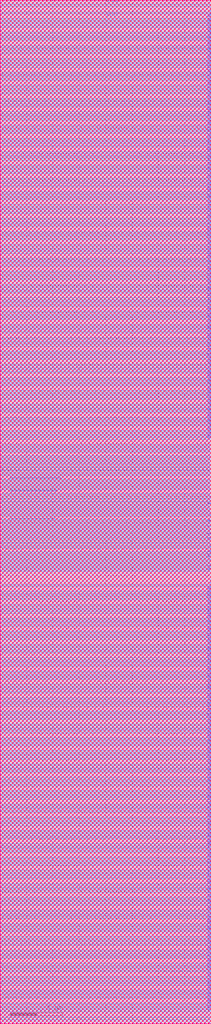
<source format=lef>
# Created by MC2 : Version 2013.12.00.f on 2025/06/23, 09:41:45

#******************************************************************************************************************************/
# Software       : TSMC MEMORY COMPILER tsn16ffcll1prf_2013.12.00.120a 								*/
# Technology     : TSMC 16nm CMOS Logic FinFet Compact (FFC) HKMG                                                             */
# Memory Type    : TSMC 16nm FFC One Port Register File with d0907 bit cell                                        	     */
# Library Name   : ts5n16ffcllsvta8x128m1sw (user specify : TS5N16FFCLLSVTA8X128M1SW)				*/
# Library Version: 120a													*/
# Generated Time : 2025/06/23, 09:41:36										  	*/
#******************************************************************************************************************************/
#														    		*/
# STATEMENT OF USE												    		*/
#														    		*/
# This information contains confidential and proprietary information of TSMC.                                   		*/
# No part of this information may be reproduced, transmitted, transcribed,					     		*/
# stored in a retrieval system, or translated into any human or computer					    		*/
# language, in any form or by any means, electronic, mechanical, magnetic,					    		*/
# optical, chemical, manual, or otherwise, without the prior written permission                                  		*/
# of TSMC. This information was prepared for informational purpose and is for				      			*/
# use by TSMC's customers only. TSMC reserves the right to make changes in the				      		*/
# information at any time and without notice.								      			*/
#														 		*/
#******************************************************************************************************************************/
VERSION 5.7 ;
BUSBITCHARS "[]" ;
DIVIDERCHAR "/" ;

MACRO TS5N16FFCLLSVTA8X128M1SW
	CLASS BLOCK ;
	FOREIGN TS5N16FFCLLSVTA8X128M1SW 0.0 0.0 ;
	ORIGIN 0.0 0.0 ;
	SIZE 16.009 BY 77.664 ;
	SYMMETRY X Y ;
	PIN A[0]
		DIRECTION INPUT ;
		USE SIGNAL ;
		PORT
			LAYER M1 ;
			RECT 15.761 37.736 16.009 37.816 ;
			LAYER M2 ;
			RECT 15.761 37.736 16.009 37.816 ;
			LAYER M3 ;
			RECT 15.761 37.736 16.009 37.816 ;
		END
		ANTENNAGATEAREA 0.001917 LAYER M1 ;
		ANTENNADIFFAREA 0.006750 LAYER M1 ;
		ANTENNAPARTIALMETALAREA 0.068400 LAYER M1 ;
		ANTENNAMAXAREACAR 3.793440 LAYER M1 ;
		ANTENNAPARTIALCUTAREA 0.004920 LAYER VIA1 ;
		ANTENNAMAXAREACAR 0.529680 LAYER VIA1 ;
		ANTENNAGATEAREA 0.001917 LAYER M2 ;
		ANTENNADIFFAREA 0.006750 LAYER M2 ;
		ANTENNAPARTIALMETALAREA 0.421680 LAYER M2 ;
		ANTENNAMAXAREACAR 21.112800 LAYER M2 ;
		ANTENNAPARTIALCUTAREA 0.007320 LAYER VIA2 ;
		ANTENNAMAXAREACAR 1.059360 LAYER VIA2 ;
		ANTENNAGATEAREA 0.001917 LAYER M3 ;
		ANTENNADIFFAREA 0.006750 LAYER M3 ;
		ANTENNAPARTIALMETALAREA 0.772440 LAYER M3 ;
		ANTENNAMAXAREACAR 84.016600 LAYER M3 ;
	END A[0]

	PIN A[1]
		DIRECTION INPUT ;
		USE SIGNAL ;
		PORT
			LAYER M1 ;
			RECT 15.761 37.160 16.009 37.240 ;
			LAYER M2 ;
			RECT 15.761 37.160 16.009 37.240 ;
			LAYER M3 ;
			RECT 15.761 37.160 16.009 37.240 ;
		END
		ANTENNAGATEAREA 0.001917 LAYER M1 ;
		ANTENNADIFFAREA 0.006750 LAYER M1 ;
		ANTENNAPARTIALMETALAREA 0.068400 LAYER M1 ;
		ANTENNAMAXAREACAR 3.793440 LAYER M1 ;
		ANTENNAPARTIALCUTAREA 0.004920 LAYER VIA1 ;
		ANTENNAMAXAREACAR 0.529680 LAYER VIA1 ;
		ANTENNAGATEAREA 0.001917 LAYER M2 ;
		ANTENNADIFFAREA 0.006750 LAYER M2 ;
		ANTENNAPARTIALMETALAREA 0.421680 LAYER M2 ;
		ANTENNAMAXAREACAR 21.112800 LAYER M2 ;
		ANTENNAPARTIALCUTAREA 0.007320 LAYER VIA2 ;
		ANTENNAMAXAREACAR 1.059360 LAYER VIA2 ;
		ANTENNAGATEAREA 0.001917 LAYER M3 ;
		ANTENNADIFFAREA 0.006750 LAYER M3 ;
		ANTENNAPARTIALMETALAREA 0.772440 LAYER M3 ;
		ANTENNAMAXAREACAR 84.016600 LAYER M3 ;
	END A[1]

	PIN A[2]
		DIRECTION INPUT ;
		USE SIGNAL ;
		PORT
			LAYER M1 ;
			RECT 15.761 34.472 16.009 34.552 ;
			LAYER M2 ;
			RECT 15.761 34.472 16.009 34.552 ;
			LAYER M3 ;
			RECT 15.761 34.472 16.009 34.552 ;
		END
		ANTENNAGATEAREA 0.001917 LAYER M1 ;
		ANTENNADIFFAREA 0.006750 LAYER M1 ;
		ANTENNAPARTIALMETALAREA 0.068400 LAYER M1 ;
		ANTENNAMAXAREACAR 3.793440 LAYER M1 ;
		ANTENNAPARTIALCUTAREA 0.004920 LAYER VIA1 ;
		ANTENNAMAXAREACAR 0.529680 LAYER VIA1 ;
		ANTENNAGATEAREA 0.001917 LAYER M2 ;
		ANTENNADIFFAREA 0.006750 LAYER M2 ;
		ANTENNAPARTIALMETALAREA 0.421680 LAYER M2 ;
		ANTENNAMAXAREACAR 21.112800 LAYER M2 ;
		ANTENNAPARTIALCUTAREA 0.007320 LAYER VIA2 ;
		ANTENNAMAXAREACAR 1.059360 LAYER VIA2 ;
		ANTENNAGATEAREA 0.001917 LAYER M3 ;
		ANTENNADIFFAREA 0.006750 LAYER M3 ;
		ANTENNAPARTIALMETALAREA 0.772440 LAYER M3 ;
		ANTENNAMAXAREACAR 84.016600 LAYER M3 ;
	END A[2]

	PIN BWEB[0]
		DIRECTION INPUT ;
		USE SIGNAL ;
		PORT
			LAYER M1 ;
			RECT 15.761 1.356 16.009 1.436 ;
			LAYER M2 ;
			RECT 15.761 1.356 16.009 1.436 ;
			LAYER M3 ;
			RECT 15.761 1.356 16.009 1.436 ;
		END
		ANTENNAGATEAREA 0.001917 LAYER M1 ;
		ANTENNADIFFAREA 0.006750 LAYER M1 ;
		ANTENNAPARTIALMETALAREA 0.133680 LAYER M1 ;
		ANTENNAMAXAREACAR 12.295900 LAYER M1 ;
		ANTENNAPARTIALCUTAREA 0.014760 LAYER VIA1 ;
		ANTENNAMAXAREACAR 2.118600 LAYER VIA1 ;
		ANTENNAGATEAREA 0.001917 LAYER M2 ;
		ANTENNADIFFAREA 0.006750 LAYER M2 ;
		ANTENNAPARTIALMETALAREA 0.786000 LAYER M2 ;
		ANTENNAMAXAREACAR 174.657000 LAYER M2 ;
		ANTENNAPARTIALCUTAREA 0.007320 LAYER VIA2 ;
		ANTENNAMAXAREACAR 2.383440 LAYER VIA2 ;
		ANTENNAGATEAREA 0.001917 LAYER M3 ;
		ANTENNADIFFAREA 0.006750 LAYER M3 ;
		ANTENNAPARTIALMETALAREA 0.348480 LAYER M3 ;
		ANTENNAMAXAREACAR 230.817000 LAYER M3 ;
	END BWEB[0]

	PIN BWEB[1]
		DIRECTION INPUT ;
		USE SIGNAL ;
		PORT
			LAYER M1 ;
			RECT 15.761 1.540 16.009 1.620 ;
			LAYER M2 ;
			RECT 15.761 1.540 16.009 1.620 ;
			LAYER M3 ;
			RECT 15.761 1.540 16.009 1.620 ;
		END
		ANTENNAGATEAREA 0.001917 LAYER M1 ;
		ANTENNADIFFAREA 0.006750 LAYER M1 ;
		ANTENNAPARTIALMETALAREA 0.133680 LAYER M1 ;
		ANTENNAMAXAREACAR 12.295900 LAYER M1 ;
		ANTENNAPARTIALCUTAREA 0.014760 LAYER VIA1 ;
		ANTENNAMAXAREACAR 2.118600 LAYER VIA1 ;
		ANTENNAGATEAREA 0.001917 LAYER M2 ;
		ANTENNADIFFAREA 0.006750 LAYER M2 ;
		ANTENNAPARTIALMETALAREA 0.786000 LAYER M2 ;
		ANTENNAMAXAREACAR 174.657000 LAYER M2 ;
		ANTENNAPARTIALCUTAREA 0.007320 LAYER VIA2 ;
		ANTENNAMAXAREACAR 2.383440 LAYER VIA2 ;
		ANTENNAGATEAREA 0.001917 LAYER M3 ;
		ANTENNADIFFAREA 0.006750 LAYER M3 ;
		ANTENNAPARTIALMETALAREA 0.348480 LAYER M3 ;
		ANTENNAMAXAREACAR 230.817000 LAYER M3 ;
	END BWEB[1]

	PIN BWEB[2]
		DIRECTION INPUT ;
		USE SIGNAL ;
		PORT
			LAYER M1 ;
			RECT 15.761 2.364 16.009 2.444 ;
			LAYER M2 ;
			RECT 15.761 2.364 16.009 2.444 ;
			LAYER M3 ;
			RECT 15.761 2.364 16.009 2.444 ;
		END
		ANTENNAGATEAREA 0.001917 LAYER M1 ;
		ANTENNADIFFAREA 0.006750 LAYER M1 ;
		ANTENNAPARTIALMETALAREA 0.133680 LAYER M1 ;
		ANTENNAMAXAREACAR 12.295900 LAYER M1 ;
		ANTENNAPARTIALCUTAREA 0.014760 LAYER VIA1 ;
		ANTENNAMAXAREACAR 2.118600 LAYER VIA1 ;
		ANTENNAGATEAREA 0.001917 LAYER M2 ;
		ANTENNADIFFAREA 0.006750 LAYER M2 ;
		ANTENNAPARTIALMETALAREA 0.786000 LAYER M2 ;
		ANTENNAMAXAREACAR 174.657000 LAYER M2 ;
		ANTENNAPARTIALCUTAREA 0.007320 LAYER VIA2 ;
		ANTENNAMAXAREACAR 2.383440 LAYER VIA2 ;
		ANTENNAGATEAREA 0.001917 LAYER M3 ;
		ANTENNADIFFAREA 0.006750 LAYER M3 ;
		ANTENNAPARTIALMETALAREA 0.348480 LAYER M3 ;
		ANTENNAMAXAREACAR 230.817000 LAYER M3 ;
	END BWEB[2]

	PIN BWEB[3]
		DIRECTION INPUT ;
		USE SIGNAL ;
		PORT
			LAYER M1 ;
			RECT 15.761 2.548 16.009 2.628 ;
			LAYER M2 ;
			RECT 15.761 2.548 16.009 2.628 ;
			LAYER M3 ;
			RECT 15.761 2.548 16.009 2.628 ;
		END
		ANTENNAGATEAREA 0.001917 LAYER M1 ;
		ANTENNADIFFAREA 0.006750 LAYER M1 ;
		ANTENNAPARTIALMETALAREA 0.133680 LAYER M1 ;
		ANTENNAMAXAREACAR 12.295900 LAYER M1 ;
		ANTENNAPARTIALCUTAREA 0.014760 LAYER VIA1 ;
		ANTENNAMAXAREACAR 2.118600 LAYER VIA1 ;
		ANTENNAGATEAREA 0.001917 LAYER M2 ;
		ANTENNADIFFAREA 0.006750 LAYER M2 ;
		ANTENNAPARTIALMETALAREA 0.786000 LAYER M2 ;
		ANTENNAMAXAREACAR 174.657000 LAYER M2 ;
		ANTENNAPARTIALCUTAREA 0.007320 LAYER VIA2 ;
		ANTENNAMAXAREACAR 2.383440 LAYER VIA2 ;
		ANTENNAGATEAREA 0.001917 LAYER M3 ;
		ANTENNADIFFAREA 0.006750 LAYER M3 ;
		ANTENNAPARTIALMETALAREA 0.348480 LAYER M3 ;
		ANTENNAMAXAREACAR 230.817000 LAYER M3 ;
	END BWEB[3]

	PIN BWEB[4]
		DIRECTION INPUT ;
		USE SIGNAL ;
		PORT
			LAYER M1 ;
			RECT 15.761 3.372 16.009 3.452 ;
			LAYER M2 ;
			RECT 15.761 3.372 16.009 3.452 ;
			LAYER M3 ;
			RECT 15.761 3.372 16.009 3.452 ;
		END
		ANTENNAGATEAREA 0.001917 LAYER M1 ;
		ANTENNADIFFAREA 0.006750 LAYER M1 ;
		ANTENNAPARTIALMETALAREA 0.133680 LAYER M1 ;
		ANTENNAMAXAREACAR 12.295900 LAYER M1 ;
		ANTENNAPARTIALCUTAREA 0.014760 LAYER VIA1 ;
		ANTENNAMAXAREACAR 2.118600 LAYER VIA1 ;
		ANTENNAGATEAREA 0.001917 LAYER M2 ;
		ANTENNADIFFAREA 0.006750 LAYER M2 ;
		ANTENNAPARTIALMETALAREA 0.786000 LAYER M2 ;
		ANTENNAMAXAREACAR 174.657000 LAYER M2 ;
		ANTENNAPARTIALCUTAREA 0.007320 LAYER VIA2 ;
		ANTENNAMAXAREACAR 2.383440 LAYER VIA2 ;
		ANTENNAGATEAREA 0.001917 LAYER M3 ;
		ANTENNADIFFAREA 0.006750 LAYER M3 ;
		ANTENNAPARTIALMETALAREA 0.348480 LAYER M3 ;
		ANTENNAMAXAREACAR 230.817000 LAYER M3 ;
	END BWEB[4]

	PIN BWEB[5]
		DIRECTION INPUT ;
		USE SIGNAL ;
		PORT
			LAYER M1 ;
			RECT 15.761 3.556 16.009 3.636 ;
			LAYER M2 ;
			RECT 15.761 3.556 16.009 3.636 ;
			LAYER M3 ;
			RECT 15.761 3.556 16.009 3.636 ;
		END
		ANTENNAGATEAREA 0.001917 LAYER M1 ;
		ANTENNADIFFAREA 0.006750 LAYER M1 ;
		ANTENNAPARTIALMETALAREA 0.133680 LAYER M1 ;
		ANTENNAMAXAREACAR 12.295900 LAYER M1 ;
		ANTENNAPARTIALCUTAREA 0.014760 LAYER VIA1 ;
		ANTENNAMAXAREACAR 2.118600 LAYER VIA1 ;
		ANTENNAGATEAREA 0.001917 LAYER M2 ;
		ANTENNADIFFAREA 0.006750 LAYER M2 ;
		ANTENNAPARTIALMETALAREA 0.786000 LAYER M2 ;
		ANTENNAMAXAREACAR 174.657000 LAYER M2 ;
		ANTENNAPARTIALCUTAREA 0.007320 LAYER VIA2 ;
		ANTENNAMAXAREACAR 2.383440 LAYER VIA2 ;
		ANTENNAGATEAREA 0.001917 LAYER M3 ;
		ANTENNADIFFAREA 0.006750 LAYER M3 ;
		ANTENNAPARTIALMETALAREA 0.348480 LAYER M3 ;
		ANTENNAMAXAREACAR 230.817000 LAYER M3 ;
	END BWEB[5]

	PIN BWEB[6]
		DIRECTION INPUT ;
		USE SIGNAL ;
		PORT
			LAYER M1 ;
			RECT 15.761 4.380 16.009 4.460 ;
			LAYER M2 ;
			RECT 15.761 4.380 16.009 4.460 ;
			LAYER M3 ;
			RECT 15.761 4.380 16.009 4.460 ;
		END
		ANTENNAGATEAREA 0.001917 LAYER M1 ;
		ANTENNADIFFAREA 0.006750 LAYER M1 ;
		ANTENNAPARTIALMETALAREA 0.133680 LAYER M1 ;
		ANTENNAMAXAREACAR 12.295900 LAYER M1 ;
		ANTENNAPARTIALCUTAREA 0.014760 LAYER VIA1 ;
		ANTENNAMAXAREACAR 2.118600 LAYER VIA1 ;
		ANTENNAGATEAREA 0.001917 LAYER M2 ;
		ANTENNADIFFAREA 0.006750 LAYER M2 ;
		ANTENNAPARTIALMETALAREA 0.786000 LAYER M2 ;
		ANTENNAMAXAREACAR 174.657000 LAYER M2 ;
		ANTENNAPARTIALCUTAREA 0.007320 LAYER VIA2 ;
		ANTENNAMAXAREACAR 2.383440 LAYER VIA2 ;
		ANTENNAGATEAREA 0.001917 LAYER M3 ;
		ANTENNADIFFAREA 0.006750 LAYER M3 ;
		ANTENNAPARTIALMETALAREA 0.348480 LAYER M3 ;
		ANTENNAMAXAREACAR 230.817000 LAYER M3 ;
	END BWEB[6]

	PIN BWEB[7]
		DIRECTION INPUT ;
		USE SIGNAL ;
		PORT
			LAYER M1 ;
			RECT 15.761 4.564 16.009 4.644 ;
			LAYER M2 ;
			RECT 15.761 4.564 16.009 4.644 ;
			LAYER M3 ;
			RECT 15.761 4.564 16.009 4.644 ;
		END
		ANTENNAGATEAREA 0.001917 LAYER M1 ;
		ANTENNADIFFAREA 0.006750 LAYER M1 ;
		ANTENNAPARTIALMETALAREA 0.133680 LAYER M1 ;
		ANTENNAMAXAREACAR 12.295900 LAYER M1 ;
		ANTENNAPARTIALCUTAREA 0.014760 LAYER VIA1 ;
		ANTENNAMAXAREACAR 2.118600 LAYER VIA1 ;
		ANTENNAGATEAREA 0.001917 LAYER M2 ;
		ANTENNADIFFAREA 0.006750 LAYER M2 ;
		ANTENNAPARTIALMETALAREA 0.786000 LAYER M2 ;
		ANTENNAMAXAREACAR 174.657000 LAYER M2 ;
		ANTENNAPARTIALCUTAREA 0.007320 LAYER VIA2 ;
		ANTENNAMAXAREACAR 2.383440 LAYER VIA2 ;
		ANTENNAGATEAREA 0.001917 LAYER M3 ;
		ANTENNADIFFAREA 0.006750 LAYER M3 ;
		ANTENNAPARTIALMETALAREA 0.348480 LAYER M3 ;
		ANTENNAMAXAREACAR 230.817000 LAYER M3 ;
	END BWEB[7]

	PIN BWEB[8]
		DIRECTION INPUT ;
		USE SIGNAL ;
		PORT
			LAYER M1 ;
			RECT 15.761 5.388 16.009 5.468 ;
			LAYER M2 ;
			RECT 15.761 5.388 16.009 5.468 ;
			LAYER M3 ;
			RECT 15.761 5.388 16.009 5.468 ;
		END
		ANTENNAGATEAREA 0.001917 LAYER M1 ;
		ANTENNADIFFAREA 0.006750 LAYER M1 ;
		ANTENNAPARTIALMETALAREA 0.133680 LAYER M1 ;
		ANTENNAMAXAREACAR 12.295900 LAYER M1 ;
		ANTENNAPARTIALCUTAREA 0.014760 LAYER VIA1 ;
		ANTENNAMAXAREACAR 2.118600 LAYER VIA1 ;
		ANTENNAGATEAREA 0.001917 LAYER M2 ;
		ANTENNADIFFAREA 0.006750 LAYER M2 ;
		ANTENNAPARTIALMETALAREA 0.786000 LAYER M2 ;
		ANTENNAMAXAREACAR 174.657000 LAYER M2 ;
		ANTENNAPARTIALCUTAREA 0.007320 LAYER VIA2 ;
		ANTENNAMAXAREACAR 2.383440 LAYER VIA2 ;
		ANTENNAGATEAREA 0.001917 LAYER M3 ;
		ANTENNADIFFAREA 0.006750 LAYER M3 ;
		ANTENNAPARTIALMETALAREA 0.348480 LAYER M3 ;
		ANTENNAMAXAREACAR 230.817000 LAYER M3 ;
	END BWEB[8]

	PIN BWEB[9]
		DIRECTION INPUT ;
		USE SIGNAL ;
		PORT
			LAYER M1 ;
			RECT 15.761 5.572 16.009 5.652 ;
			LAYER M2 ;
			RECT 15.761 5.572 16.009 5.652 ;
			LAYER M3 ;
			RECT 15.761 5.572 16.009 5.652 ;
		END
		ANTENNAGATEAREA 0.001917 LAYER M1 ;
		ANTENNADIFFAREA 0.006750 LAYER M1 ;
		ANTENNAPARTIALMETALAREA 0.133680 LAYER M1 ;
		ANTENNAMAXAREACAR 12.295900 LAYER M1 ;
		ANTENNAPARTIALCUTAREA 0.014760 LAYER VIA1 ;
		ANTENNAMAXAREACAR 2.118600 LAYER VIA1 ;
		ANTENNAGATEAREA 0.001917 LAYER M2 ;
		ANTENNADIFFAREA 0.006750 LAYER M2 ;
		ANTENNAPARTIALMETALAREA 0.786000 LAYER M2 ;
		ANTENNAMAXAREACAR 174.657000 LAYER M2 ;
		ANTENNAPARTIALCUTAREA 0.007320 LAYER VIA2 ;
		ANTENNAMAXAREACAR 2.383440 LAYER VIA2 ;
		ANTENNAGATEAREA 0.001917 LAYER M3 ;
		ANTENNADIFFAREA 0.006750 LAYER M3 ;
		ANTENNAPARTIALMETALAREA 0.348480 LAYER M3 ;
		ANTENNAMAXAREACAR 230.817000 LAYER M3 ;
	END BWEB[9]

	PIN BWEB[10]
		DIRECTION INPUT ;
		USE SIGNAL ;
		PORT
			LAYER M1 ;
			RECT 15.761 6.396 16.009 6.476 ;
			LAYER M2 ;
			RECT 15.761 6.396 16.009 6.476 ;
			LAYER M3 ;
			RECT 15.761 6.396 16.009 6.476 ;
		END
		ANTENNAGATEAREA 0.001917 LAYER M1 ;
		ANTENNADIFFAREA 0.006750 LAYER M1 ;
		ANTENNAPARTIALMETALAREA 0.133680 LAYER M1 ;
		ANTENNAMAXAREACAR 12.295900 LAYER M1 ;
		ANTENNAPARTIALCUTAREA 0.014760 LAYER VIA1 ;
		ANTENNAMAXAREACAR 2.118600 LAYER VIA1 ;
		ANTENNAGATEAREA 0.001917 LAYER M2 ;
		ANTENNADIFFAREA 0.006750 LAYER M2 ;
		ANTENNAPARTIALMETALAREA 0.786000 LAYER M2 ;
		ANTENNAMAXAREACAR 174.657000 LAYER M2 ;
		ANTENNAPARTIALCUTAREA 0.007320 LAYER VIA2 ;
		ANTENNAMAXAREACAR 2.383440 LAYER VIA2 ;
		ANTENNAGATEAREA 0.001917 LAYER M3 ;
		ANTENNADIFFAREA 0.006750 LAYER M3 ;
		ANTENNAPARTIALMETALAREA 0.348480 LAYER M3 ;
		ANTENNAMAXAREACAR 230.817000 LAYER M3 ;
	END BWEB[10]

	PIN BWEB[11]
		DIRECTION INPUT ;
		USE SIGNAL ;
		PORT
			LAYER M1 ;
			RECT 15.761 6.580 16.009 6.660 ;
			LAYER M2 ;
			RECT 15.761 6.580 16.009 6.660 ;
			LAYER M3 ;
			RECT 15.761 6.580 16.009 6.660 ;
		END
		ANTENNAGATEAREA 0.001917 LAYER M1 ;
		ANTENNADIFFAREA 0.006750 LAYER M1 ;
		ANTENNAPARTIALMETALAREA 0.133680 LAYER M1 ;
		ANTENNAMAXAREACAR 12.295900 LAYER M1 ;
		ANTENNAPARTIALCUTAREA 0.014760 LAYER VIA1 ;
		ANTENNAMAXAREACAR 2.118600 LAYER VIA1 ;
		ANTENNAGATEAREA 0.001917 LAYER M2 ;
		ANTENNADIFFAREA 0.006750 LAYER M2 ;
		ANTENNAPARTIALMETALAREA 0.786000 LAYER M2 ;
		ANTENNAMAXAREACAR 174.657000 LAYER M2 ;
		ANTENNAPARTIALCUTAREA 0.007320 LAYER VIA2 ;
		ANTENNAMAXAREACAR 2.383440 LAYER VIA2 ;
		ANTENNAGATEAREA 0.001917 LAYER M3 ;
		ANTENNADIFFAREA 0.006750 LAYER M3 ;
		ANTENNAPARTIALMETALAREA 0.348480 LAYER M3 ;
		ANTENNAMAXAREACAR 230.817000 LAYER M3 ;
	END BWEB[11]

	PIN BWEB[12]
		DIRECTION INPUT ;
		USE SIGNAL ;
		PORT
			LAYER M1 ;
			RECT 15.761 7.404 16.009 7.484 ;
			LAYER M2 ;
			RECT 15.761 7.404 16.009 7.484 ;
			LAYER M3 ;
			RECT 15.761 7.404 16.009 7.484 ;
		END
		ANTENNAGATEAREA 0.001917 LAYER M1 ;
		ANTENNADIFFAREA 0.006750 LAYER M1 ;
		ANTENNAPARTIALMETALAREA 0.133680 LAYER M1 ;
		ANTENNAMAXAREACAR 12.295900 LAYER M1 ;
		ANTENNAPARTIALCUTAREA 0.014760 LAYER VIA1 ;
		ANTENNAMAXAREACAR 2.118600 LAYER VIA1 ;
		ANTENNAGATEAREA 0.001917 LAYER M2 ;
		ANTENNADIFFAREA 0.006750 LAYER M2 ;
		ANTENNAPARTIALMETALAREA 0.786000 LAYER M2 ;
		ANTENNAMAXAREACAR 174.657000 LAYER M2 ;
		ANTENNAPARTIALCUTAREA 0.007320 LAYER VIA2 ;
		ANTENNAMAXAREACAR 2.383440 LAYER VIA2 ;
		ANTENNAGATEAREA 0.001917 LAYER M3 ;
		ANTENNADIFFAREA 0.006750 LAYER M3 ;
		ANTENNAPARTIALMETALAREA 0.348480 LAYER M3 ;
		ANTENNAMAXAREACAR 230.817000 LAYER M3 ;
	END BWEB[12]

	PIN BWEB[13]
		DIRECTION INPUT ;
		USE SIGNAL ;
		PORT
			LAYER M1 ;
			RECT 15.761 7.588 16.009 7.668 ;
			LAYER M2 ;
			RECT 15.761 7.588 16.009 7.668 ;
			LAYER M3 ;
			RECT 15.761 7.588 16.009 7.668 ;
		END
		ANTENNAGATEAREA 0.001917 LAYER M1 ;
		ANTENNADIFFAREA 0.006750 LAYER M1 ;
		ANTENNAPARTIALMETALAREA 0.133680 LAYER M1 ;
		ANTENNAMAXAREACAR 12.295900 LAYER M1 ;
		ANTENNAPARTIALCUTAREA 0.014760 LAYER VIA1 ;
		ANTENNAMAXAREACAR 2.118600 LAYER VIA1 ;
		ANTENNAGATEAREA 0.001917 LAYER M2 ;
		ANTENNADIFFAREA 0.006750 LAYER M2 ;
		ANTENNAPARTIALMETALAREA 0.786000 LAYER M2 ;
		ANTENNAMAXAREACAR 174.657000 LAYER M2 ;
		ANTENNAPARTIALCUTAREA 0.007320 LAYER VIA2 ;
		ANTENNAMAXAREACAR 2.383440 LAYER VIA2 ;
		ANTENNAGATEAREA 0.001917 LAYER M3 ;
		ANTENNADIFFAREA 0.006750 LAYER M3 ;
		ANTENNAPARTIALMETALAREA 0.348480 LAYER M3 ;
		ANTENNAMAXAREACAR 230.817000 LAYER M3 ;
	END BWEB[13]

	PIN BWEB[14]
		DIRECTION INPUT ;
		USE SIGNAL ;
		PORT
			LAYER M1 ;
			RECT 15.761 8.412 16.009 8.492 ;
			LAYER M2 ;
			RECT 15.761 8.412 16.009 8.492 ;
			LAYER M3 ;
			RECT 15.761 8.412 16.009 8.492 ;
		END
		ANTENNAGATEAREA 0.001917 LAYER M1 ;
		ANTENNADIFFAREA 0.006750 LAYER M1 ;
		ANTENNAPARTIALMETALAREA 0.133680 LAYER M1 ;
		ANTENNAMAXAREACAR 12.295900 LAYER M1 ;
		ANTENNAPARTIALCUTAREA 0.014760 LAYER VIA1 ;
		ANTENNAMAXAREACAR 2.118600 LAYER VIA1 ;
		ANTENNAGATEAREA 0.001917 LAYER M2 ;
		ANTENNADIFFAREA 0.006750 LAYER M2 ;
		ANTENNAPARTIALMETALAREA 0.786000 LAYER M2 ;
		ANTENNAMAXAREACAR 174.657000 LAYER M2 ;
		ANTENNAPARTIALCUTAREA 0.007320 LAYER VIA2 ;
		ANTENNAMAXAREACAR 2.383440 LAYER VIA2 ;
		ANTENNAGATEAREA 0.001917 LAYER M3 ;
		ANTENNADIFFAREA 0.006750 LAYER M3 ;
		ANTENNAPARTIALMETALAREA 0.348480 LAYER M3 ;
		ANTENNAMAXAREACAR 230.817000 LAYER M3 ;
	END BWEB[14]

	PIN BWEB[15]
		DIRECTION INPUT ;
		USE SIGNAL ;
		PORT
			LAYER M1 ;
			RECT 15.761 8.596 16.009 8.676 ;
			LAYER M2 ;
			RECT 15.761 8.596 16.009 8.676 ;
			LAYER M3 ;
			RECT 15.761 8.596 16.009 8.676 ;
		END
		ANTENNAGATEAREA 0.001917 LAYER M1 ;
		ANTENNADIFFAREA 0.006750 LAYER M1 ;
		ANTENNAPARTIALMETALAREA 0.133680 LAYER M1 ;
		ANTENNAMAXAREACAR 12.295900 LAYER M1 ;
		ANTENNAPARTIALCUTAREA 0.014760 LAYER VIA1 ;
		ANTENNAMAXAREACAR 2.118600 LAYER VIA1 ;
		ANTENNAGATEAREA 0.001917 LAYER M2 ;
		ANTENNADIFFAREA 0.006750 LAYER M2 ;
		ANTENNAPARTIALMETALAREA 0.786000 LAYER M2 ;
		ANTENNAMAXAREACAR 174.657000 LAYER M2 ;
		ANTENNAPARTIALCUTAREA 0.007320 LAYER VIA2 ;
		ANTENNAMAXAREACAR 2.383440 LAYER VIA2 ;
		ANTENNAGATEAREA 0.001917 LAYER M3 ;
		ANTENNADIFFAREA 0.006750 LAYER M3 ;
		ANTENNAPARTIALMETALAREA 0.348480 LAYER M3 ;
		ANTENNAMAXAREACAR 230.817000 LAYER M3 ;
	END BWEB[15]

	PIN BWEB[16]
		DIRECTION INPUT ;
		USE SIGNAL ;
		PORT
			LAYER M1 ;
			RECT 15.761 9.420 16.009 9.500 ;
			LAYER M2 ;
			RECT 15.761 9.420 16.009 9.500 ;
			LAYER M3 ;
			RECT 15.761 9.420 16.009 9.500 ;
		END
		ANTENNAGATEAREA 0.001917 LAYER M1 ;
		ANTENNADIFFAREA 0.006750 LAYER M1 ;
		ANTENNAPARTIALMETALAREA 0.133680 LAYER M1 ;
		ANTENNAMAXAREACAR 12.295900 LAYER M1 ;
		ANTENNAPARTIALCUTAREA 0.014760 LAYER VIA1 ;
		ANTENNAMAXAREACAR 2.118600 LAYER VIA1 ;
		ANTENNAGATEAREA 0.001917 LAYER M2 ;
		ANTENNADIFFAREA 0.006750 LAYER M2 ;
		ANTENNAPARTIALMETALAREA 0.786000 LAYER M2 ;
		ANTENNAMAXAREACAR 174.657000 LAYER M2 ;
		ANTENNAPARTIALCUTAREA 0.007320 LAYER VIA2 ;
		ANTENNAMAXAREACAR 2.383440 LAYER VIA2 ;
		ANTENNAGATEAREA 0.001917 LAYER M3 ;
		ANTENNADIFFAREA 0.006750 LAYER M3 ;
		ANTENNAPARTIALMETALAREA 0.348480 LAYER M3 ;
		ANTENNAMAXAREACAR 230.817000 LAYER M3 ;
	END BWEB[16]

	PIN BWEB[17]
		DIRECTION INPUT ;
		USE SIGNAL ;
		PORT
			LAYER M1 ;
			RECT 15.761 9.604 16.009 9.684 ;
			LAYER M2 ;
			RECT 15.761 9.604 16.009 9.684 ;
			LAYER M3 ;
			RECT 15.761 9.604 16.009 9.684 ;
		END
		ANTENNAGATEAREA 0.001917 LAYER M1 ;
		ANTENNADIFFAREA 0.006750 LAYER M1 ;
		ANTENNAPARTIALMETALAREA 0.133680 LAYER M1 ;
		ANTENNAMAXAREACAR 12.295900 LAYER M1 ;
		ANTENNAPARTIALCUTAREA 0.014760 LAYER VIA1 ;
		ANTENNAMAXAREACAR 2.118600 LAYER VIA1 ;
		ANTENNAGATEAREA 0.001917 LAYER M2 ;
		ANTENNADIFFAREA 0.006750 LAYER M2 ;
		ANTENNAPARTIALMETALAREA 0.786000 LAYER M2 ;
		ANTENNAMAXAREACAR 174.657000 LAYER M2 ;
		ANTENNAPARTIALCUTAREA 0.007320 LAYER VIA2 ;
		ANTENNAMAXAREACAR 2.383440 LAYER VIA2 ;
		ANTENNAGATEAREA 0.001917 LAYER M3 ;
		ANTENNADIFFAREA 0.006750 LAYER M3 ;
		ANTENNAPARTIALMETALAREA 0.348480 LAYER M3 ;
		ANTENNAMAXAREACAR 230.817000 LAYER M3 ;
	END BWEB[17]

	PIN BWEB[18]
		DIRECTION INPUT ;
		USE SIGNAL ;
		PORT
			LAYER M1 ;
			RECT 15.761 10.428 16.009 10.508 ;
			LAYER M2 ;
			RECT 15.761 10.428 16.009 10.508 ;
			LAYER M3 ;
			RECT 15.761 10.428 16.009 10.508 ;
		END
		ANTENNAGATEAREA 0.001917 LAYER M1 ;
		ANTENNADIFFAREA 0.006750 LAYER M1 ;
		ANTENNAPARTIALMETALAREA 0.133680 LAYER M1 ;
		ANTENNAMAXAREACAR 12.295900 LAYER M1 ;
		ANTENNAPARTIALCUTAREA 0.014760 LAYER VIA1 ;
		ANTENNAMAXAREACAR 2.118600 LAYER VIA1 ;
		ANTENNAGATEAREA 0.001917 LAYER M2 ;
		ANTENNADIFFAREA 0.006750 LAYER M2 ;
		ANTENNAPARTIALMETALAREA 0.786000 LAYER M2 ;
		ANTENNAMAXAREACAR 174.657000 LAYER M2 ;
		ANTENNAPARTIALCUTAREA 0.007320 LAYER VIA2 ;
		ANTENNAMAXAREACAR 2.383440 LAYER VIA2 ;
		ANTENNAGATEAREA 0.001917 LAYER M3 ;
		ANTENNADIFFAREA 0.006750 LAYER M3 ;
		ANTENNAPARTIALMETALAREA 0.348480 LAYER M3 ;
		ANTENNAMAXAREACAR 230.817000 LAYER M3 ;
	END BWEB[18]

	PIN BWEB[19]
		DIRECTION INPUT ;
		USE SIGNAL ;
		PORT
			LAYER M1 ;
			RECT 15.761 10.612 16.009 10.692 ;
			LAYER M2 ;
			RECT 15.761 10.612 16.009 10.692 ;
			LAYER M3 ;
			RECT 15.761 10.612 16.009 10.692 ;
		END
		ANTENNAGATEAREA 0.001917 LAYER M1 ;
		ANTENNADIFFAREA 0.006750 LAYER M1 ;
		ANTENNAPARTIALMETALAREA 0.133680 LAYER M1 ;
		ANTENNAMAXAREACAR 12.295900 LAYER M1 ;
		ANTENNAPARTIALCUTAREA 0.014760 LAYER VIA1 ;
		ANTENNAMAXAREACAR 2.118600 LAYER VIA1 ;
		ANTENNAGATEAREA 0.001917 LAYER M2 ;
		ANTENNADIFFAREA 0.006750 LAYER M2 ;
		ANTENNAPARTIALMETALAREA 0.786000 LAYER M2 ;
		ANTENNAMAXAREACAR 174.657000 LAYER M2 ;
		ANTENNAPARTIALCUTAREA 0.007320 LAYER VIA2 ;
		ANTENNAMAXAREACAR 2.383440 LAYER VIA2 ;
		ANTENNAGATEAREA 0.001917 LAYER M3 ;
		ANTENNADIFFAREA 0.006750 LAYER M3 ;
		ANTENNAPARTIALMETALAREA 0.348480 LAYER M3 ;
		ANTENNAMAXAREACAR 230.817000 LAYER M3 ;
	END BWEB[19]

	PIN BWEB[20]
		DIRECTION INPUT ;
		USE SIGNAL ;
		PORT
			LAYER M1 ;
			RECT 15.761 11.436 16.009 11.516 ;
			LAYER M2 ;
			RECT 15.761 11.436 16.009 11.516 ;
			LAYER M3 ;
			RECT 15.761 11.436 16.009 11.516 ;
		END
		ANTENNAGATEAREA 0.001917 LAYER M1 ;
		ANTENNADIFFAREA 0.006750 LAYER M1 ;
		ANTENNAPARTIALMETALAREA 0.133680 LAYER M1 ;
		ANTENNAMAXAREACAR 12.295900 LAYER M1 ;
		ANTENNAPARTIALCUTAREA 0.014760 LAYER VIA1 ;
		ANTENNAMAXAREACAR 2.118600 LAYER VIA1 ;
		ANTENNAGATEAREA 0.001917 LAYER M2 ;
		ANTENNADIFFAREA 0.006750 LAYER M2 ;
		ANTENNAPARTIALMETALAREA 0.786000 LAYER M2 ;
		ANTENNAMAXAREACAR 174.657000 LAYER M2 ;
		ANTENNAPARTIALCUTAREA 0.007320 LAYER VIA2 ;
		ANTENNAMAXAREACAR 2.383440 LAYER VIA2 ;
		ANTENNAGATEAREA 0.001917 LAYER M3 ;
		ANTENNADIFFAREA 0.006750 LAYER M3 ;
		ANTENNAPARTIALMETALAREA 0.348480 LAYER M3 ;
		ANTENNAMAXAREACAR 230.817000 LAYER M3 ;
	END BWEB[20]

	PIN BWEB[21]
		DIRECTION INPUT ;
		USE SIGNAL ;
		PORT
			LAYER M1 ;
			RECT 15.761 11.620 16.009 11.700 ;
			LAYER M2 ;
			RECT 15.761 11.620 16.009 11.700 ;
			LAYER M3 ;
			RECT 15.761 11.620 16.009 11.700 ;
		END
		ANTENNAGATEAREA 0.001917 LAYER M1 ;
		ANTENNADIFFAREA 0.006750 LAYER M1 ;
		ANTENNAPARTIALMETALAREA 0.133680 LAYER M1 ;
		ANTENNAMAXAREACAR 12.295900 LAYER M1 ;
		ANTENNAPARTIALCUTAREA 0.014760 LAYER VIA1 ;
		ANTENNAMAXAREACAR 2.118600 LAYER VIA1 ;
		ANTENNAGATEAREA 0.001917 LAYER M2 ;
		ANTENNADIFFAREA 0.006750 LAYER M2 ;
		ANTENNAPARTIALMETALAREA 0.786000 LAYER M2 ;
		ANTENNAMAXAREACAR 174.657000 LAYER M2 ;
		ANTENNAPARTIALCUTAREA 0.007320 LAYER VIA2 ;
		ANTENNAMAXAREACAR 2.383440 LAYER VIA2 ;
		ANTENNAGATEAREA 0.001917 LAYER M3 ;
		ANTENNADIFFAREA 0.006750 LAYER M3 ;
		ANTENNAPARTIALMETALAREA 0.348480 LAYER M3 ;
		ANTENNAMAXAREACAR 230.817000 LAYER M3 ;
	END BWEB[21]

	PIN BWEB[22]
		DIRECTION INPUT ;
		USE SIGNAL ;
		PORT
			LAYER M1 ;
			RECT 15.761 12.444 16.009 12.524 ;
			LAYER M2 ;
			RECT 15.761 12.444 16.009 12.524 ;
			LAYER M3 ;
			RECT 15.761 12.444 16.009 12.524 ;
		END
		ANTENNAGATEAREA 0.001917 LAYER M1 ;
		ANTENNADIFFAREA 0.006750 LAYER M1 ;
		ANTENNAPARTIALMETALAREA 0.133680 LAYER M1 ;
		ANTENNAMAXAREACAR 12.295900 LAYER M1 ;
		ANTENNAPARTIALCUTAREA 0.014760 LAYER VIA1 ;
		ANTENNAMAXAREACAR 2.118600 LAYER VIA1 ;
		ANTENNAGATEAREA 0.001917 LAYER M2 ;
		ANTENNADIFFAREA 0.006750 LAYER M2 ;
		ANTENNAPARTIALMETALAREA 0.786000 LAYER M2 ;
		ANTENNAMAXAREACAR 174.657000 LAYER M2 ;
		ANTENNAPARTIALCUTAREA 0.007320 LAYER VIA2 ;
		ANTENNAMAXAREACAR 2.383440 LAYER VIA2 ;
		ANTENNAGATEAREA 0.001917 LAYER M3 ;
		ANTENNADIFFAREA 0.006750 LAYER M3 ;
		ANTENNAPARTIALMETALAREA 0.348480 LAYER M3 ;
		ANTENNAMAXAREACAR 230.817000 LAYER M3 ;
	END BWEB[22]

	PIN BWEB[23]
		DIRECTION INPUT ;
		USE SIGNAL ;
		PORT
			LAYER M1 ;
			RECT 15.761 12.628 16.009 12.708 ;
			LAYER M2 ;
			RECT 15.761 12.628 16.009 12.708 ;
			LAYER M3 ;
			RECT 15.761 12.628 16.009 12.708 ;
		END
		ANTENNAGATEAREA 0.001917 LAYER M1 ;
		ANTENNADIFFAREA 0.006750 LAYER M1 ;
		ANTENNAPARTIALMETALAREA 0.133680 LAYER M1 ;
		ANTENNAMAXAREACAR 12.295900 LAYER M1 ;
		ANTENNAPARTIALCUTAREA 0.014760 LAYER VIA1 ;
		ANTENNAMAXAREACAR 2.118600 LAYER VIA1 ;
		ANTENNAGATEAREA 0.001917 LAYER M2 ;
		ANTENNADIFFAREA 0.006750 LAYER M2 ;
		ANTENNAPARTIALMETALAREA 0.786000 LAYER M2 ;
		ANTENNAMAXAREACAR 174.657000 LAYER M2 ;
		ANTENNAPARTIALCUTAREA 0.007320 LAYER VIA2 ;
		ANTENNAMAXAREACAR 2.383440 LAYER VIA2 ;
		ANTENNAGATEAREA 0.001917 LAYER M3 ;
		ANTENNADIFFAREA 0.006750 LAYER M3 ;
		ANTENNAPARTIALMETALAREA 0.348480 LAYER M3 ;
		ANTENNAMAXAREACAR 230.817000 LAYER M3 ;
	END BWEB[23]

	PIN BWEB[24]
		DIRECTION INPUT ;
		USE SIGNAL ;
		PORT
			LAYER M1 ;
			RECT 15.761 13.452 16.009 13.532 ;
			LAYER M2 ;
			RECT 15.761 13.452 16.009 13.532 ;
			LAYER M3 ;
			RECT 15.761 13.452 16.009 13.532 ;
		END
		ANTENNAGATEAREA 0.001917 LAYER M1 ;
		ANTENNADIFFAREA 0.006750 LAYER M1 ;
		ANTENNAPARTIALMETALAREA 0.133680 LAYER M1 ;
		ANTENNAMAXAREACAR 12.295900 LAYER M1 ;
		ANTENNAPARTIALCUTAREA 0.014760 LAYER VIA1 ;
		ANTENNAMAXAREACAR 2.118600 LAYER VIA1 ;
		ANTENNAGATEAREA 0.001917 LAYER M2 ;
		ANTENNADIFFAREA 0.006750 LAYER M2 ;
		ANTENNAPARTIALMETALAREA 0.786000 LAYER M2 ;
		ANTENNAMAXAREACAR 174.657000 LAYER M2 ;
		ANTENNAPARTIALCUTAREA 0.007320 LAYER VIA2 ;
		ANTENNAMAXAREACAR 2.383440 LAYER VIA2 ;
		ANTENNAGATEAREA 0.001917 LAYER M3 ;
		ANTENNADIFFAREA 0.006750 LAYER M3 ;
		ANTENNAPARTIALMETALAREA 0.348480 LAYER M3 ;
		ANTENNAMAXAREACAR 230.817000 LAYER M3 ;
	END BWEB[24]

	PIN BWEB[25]
		DIRECTION INPUT ;
		USE SIGNAL ;
		PORT
			LAYER M1 ;
			RECT 15.761 13.636 16.009 13.716 ;
			LAYER M2 ;
			RECT 15.761 13.636 16.009 13.716 ;
			LAYER M3 ;
			RECT 15.761 13.636 16.009 13.716 ;
		END
		ANTENNAGATEAREA 0.001917 LAYER M1 ;
		ANTENNADIFFAREA 0.006750 LAYER M1 ;
		ANTENNAPARTIALMETALAREA 0.133680 LAYER M1 ;
		ANTENNAMAXAREACAR 12.295900 LAYER M1 ;
		ANTENNAPARTIALCUTAREA 0.014760 LAYER VIA1 ;
		ANTENNAMAXAREACAR 2.118600 LAYER VIA1 ;
		ANTENNAGATEAREA 0.001917 LAYER M2 ;
		ANTENNADIFFAREA 0.006750 LAYER M2 ;
		ANTENNAPARTIALMETALAREA 0.786000 LAYER M2 ;
		ANTENNAMAXAREACAR 174.657000 LAYER M2 ;
		ANTENNAPARTIALCUTAREA 0.007320 LAYER VIA2 ;
		ANTENNAMAXAREACAR 2.383440 LAYER VIA2 ;
		ANTENNAGATEAREA 0.001917 LAYER M3 ;
		ANTENNADIFFAREA 0.006750 LAYER M3 ;
		ANTENNAPARTIALMETALAREA 0.348480 LAYER M3 ;
		ANTENNAMAXAREACAR 230.817000 LAYER M3 ;
	END BWEB[25]

	PIN BWEB[26]
		DIRECTION INPUT ;
		USE SIGNAL ;
		PORT
			LAYER M1 ;
			RECT 15.761 14.460 16.009 14.540 ;
			LAYER M2 ;
			RECT 15.761 14.460 16.009 14.540 ;
			LAYER M3 ;
			RECT 15.761 14.460 16.009 14.540 ;
		END
		ANTENNAGATEAREA 0.001917 LAYER M1 ;
		ANTENNADIFFAREA 0.006750 LAYER M1 ;
		ANTENNAPARTIALMETALAREA 0.133680 LAYER M1 ;
		ANTENNAMAXAREACAR 12.295900 LAYER M1 ;
		ANTENNAPARTIALCUTAREA 0.014760 LAYER VIA1 ;
		ANTENNAMAXAREACAR 2.118600 LAYER VIA1 ;
		ANTENNAGATEAREA 0.001917 LAYER M2 ;
		ANTENNADIFFAREA 0.006750 LAYER M2 ;
		ANTENNAPARTIALMETALAREA 0.786000 LAYER M2 ;
		ANTENNAMAXAREACAR 174.657000 LAYER M2 ;
		ANTENNAPARTIALCUTAREA 0.007320 LAYER VIA2 ;
		ANTENNAMAXAREACAR 2.383440 LAYER VIA2 ;
		ANTENNAGATEAREA 0.001917 LAYER M3 ;
		ANTENNADIFFAREA 0.006750 LAYER M3 ;
		ANTENNAPARTIALMETALAREA 0.348480 LAYER M3 ;
		ANTENNAMAXAREACAR 230.817000 LAYER M3 ;
	END BWEB[26]

	PIN BWEB[27]
		DIRECTION INPUT ;
		USE SIGNAL ;
		PORT
			LAYER M1 ;
			RECT 15.761 14.644 16.009 14.724 ;
			LAYER M2 ;
			RECT 15.761 14.644 16.009 14.724 ;
			LAYER M3 ;
			RECT 15.761 14.644 16.009 14.724 ;
		END
		ANTENNAGATEAREA 0.001917 LAYER M1 ;
		ANTENNADIFFAREA 0.006750 LAYER M1 ;
		ANTENNAPARTIALMETALAREA 0.133680 LAYER M1 ;
		ANTENNAMAXAREACAR 12.295900 LAYER M1 ;
		ANTENNAPARTIALCUTAREA 0.014760 LAYER VIA1 ;
		ANTENNAMAXAREACAR 2.118600 LAYER VIA1 ;
		ANTENNAGATEAREA 0.001917 LAYER M2 ;
		ANTENNADIFFAREA 0.006750 LAYER M2 ;
		ANTENNAPARTIALMETALAREA 0.786000 LAYER M2 ;
		ANTENNAMAXAREACAR 174.657000 LAYER M2 ;
		ANTENNAPARTIALCUTAREA 0.007320 LAYER VIA2 ;
		ANTENNAMAXAREACAR 2.383440 LAYER VIA2 ;
		ANTENNAGATEAREA 0.001917 LAYER M3 ;
		ANTENNADIFFAREA 0.006750 LAYER M3 ;
		ANTENNAPARTIALMETALAREA 0.348480 LAYER M3 ;
		ANTENNAMAXAREACAR 230.817000 LAYER M3 ;
	END BWEB[27]

	PIN BWEB[28]
		DIRECTION INPUT ;
		USE SIGNAL ;
		PORT
			LAYER M1 ;
			RECT 15.761 15.468 16.009 15.548 ;
			LAYER M2 ;
			RECT 15.761 15.468 16.009 15.548 ;
			LAYER M3 ;
			RECT 15.761 15.468 16.009 15.548 ;
		END
		ANTENNAGATEAREA 0.001917 LAYER M1 ;
		ANTENNADIFFAREA 0.006750 LAYER M1 ;
		ANTENNAPARTIALMETALAREA 0.133680 LAYER M1 ;
		ANTENNAMAXAREACAR 12.295900 LAYER M1 ;
		ANTENNAPARTIALCUTAREA 0.014760 LAYER VIA1 ;
		ANTENNAMAXAREACAR 2.118600 LAYER VIA1 ;
		ANTENNAGATEAREA 0.001917 LAYER M2 ;
		ANTENNADIFFAREA 0.006750 LAYER M2 ;
		ANTENNAPARTIALMETALAREA 0.786000 LAYER M2 ;
		ANTENNAMAXAREACAR 174.657000 LAYER M2 ;
		ANTENNAPARTIALCUTAREA 0.007320 LAYER VIA2 ;
		ANTENNAMAXAREACAR 2.383440 LAYER VIA2 ;
		ANTENNAGATEAREA 0.001917 LAYER M3 ;
		ANTENNADIFFAREA 0.006750 LAYER M3 ;
		ANTENNAPARTIALMETALAREA 0.348480 LAYER M3 ;
		ANTENNAMAXAREACAR 230.817000 LAYER M3 ;
	END BWEB[28]

	PIN BWEB[29]
		DIRECTION INPUT ;
		USE SIGNAL ;
		PORT
			LAYER M1 ;
			RECT 15.761 15.652 16.009 15.732 ;
			LAYER M2 ;
			RECT 15.761 15.652 16.009 15.732 ;
			LAYER M3 ;
			RECT 15.761 15.652 16.009 15.732 ;
		END
		ANTENNAGATEAREA 0.001917 LAYER M1 ;
		ANTENNADIFFAREA 0.006750 LAYER M1 ;
		ANTENNAPARTIALMETALAREA 0.133680 LAYER M1 ;
		ANTENNAMAXAREACAR 12.295900 LAYER M1 ;
		ANTENNAPARTIALCUTAREA 0.014760 LAYER VIA1 ;
		ANTENNAMAXAREACAR 2.118600 LAYER VIA1 ;
		ANTENNAGATEAREA 0.001917 LAYER M2 ;
		ANTENNADIFFAREA 0.006750 LAYER M2 ;
		ANTENNAPARTIALMETALAREA 0.786000 LAYER M2 ;
		ANTENNAMAXAREACAR 174.657000 LAYER M2 ;
		ANTENNAPARTIALCUTAREA 0.007320 LAYER VIA2 ;
		ANTENNAMAXAREACAR 2.383440 LAYER VIA2 ;
		ANTENNAGATEAREA 0.001917 LAYER M3 ;
		ANTENNADIFFAREA 0.006750 LAYER M3 ;
		ANTENNAPARTIALMETALAREA 0.348480 LAYER M3 ;
		ANTENNAMAXAREACAR 230.817000 LAYER M3 ;
	END BWEB[29]

	PIN BWEB[30]
		DIRECTION INPUT ;
		USE SIGNAL ;
		PORT
			LAYER M1 ;
			RECT 15.761 16.476 16.009 16.556 ;
			LAYER M2 ;
			RECT 15.761 16.476 16.009 16.556 ;
			LAYER M3 ;
			RECT 15.761 16.476 16.009 16.556 ;
		END
		ANTENNAGATEAREA 0.001917 LAYER M1 ;
		ANTENNADIFFAREA 0.006750 LAYER M1 ;
		ANTENNAPARTIALMETALAREA 0.133680 LAYER M1 ;
		ANTENNAMAXAREACAR 12.295900 LAYER M1 ;
		ANTENNAPARTIALCUTAREA 0.014760 LAYER VIA1 ;
		ANTENNAMAXAREACAR 2.118600 LAYER VIA1 ;
		ANTENNAGATEAREA 0.001917 LAYER M2 ;
		ANTENNADIFFAREA 0.006750 LAYER M2 ;
		ANTENNAPARTIALMETALAREA 0.786000 LAYER M2 ;
		ANTENNAMAXAREACAR 174.657000 LAYER M2 ;
		ANTENNAPARTIALCUTAREA 0.007320 LAYER VIA2 ;
		ANTENNAMAXAREACAR 2.383440 LAYER VIA2 ;
		ANTENNAGATEAREA 0.001917 LAYER M3 ;
		ANTENNADIFFAREA 0.006750 LAYER M3 ;
		ANTENNAPARTIALMETALAREA 0.348480 LAYER M3 ;
		ANTENNAMAXAREACAR 230.817000 LAYER M3 ;
	END BWEB[30]

	PIN BWEB[31]
		DIRECTION INPUT ;
		USE SIGNAL ;
		PORT
			LAYER M1 ;
			RECT 15.761 16.660 16.009 16.740 ;
			LAYER M2 ;
			RECT 15.761 16.660 16.009 16.740 ;
			LAYER M3 ;
			RECT 15.761 16.660 16.009 16.740 ;
		END
		ANTENNAGATEAREA 0.001917 LAYER M1 ;
		ANTENNADIFFAREA 0.006750 LAYER M1 ;
		ANTENNAPARTIALMETALAREA 0.133680 LAYER M1 ;
		ANTENNAMAXAREACAR 12.295900 LAYER M1 ;
		ANTENNAPARTIALCUTAREA 0.014760 LAYER VIA1 ;
		ANTENNAMAXAREACAR 2.118600 LAYER VIA1 ;
		ANTENNAGATEAREA 0.001917 LAYER M2 ;
		ANTENNADIFFAREA 0.006750 LAYER M2 ;
		ANTENNAPARTIALMETALAREA 0.786000 LAYER M2 ;
		ANTENNAMAXAREACAR 174.657000 LAYER M2 ;
		ANTENNAPARTIALCUTAREA 0.007320 LAYER VIA2 ;
		ANTENNAMAXAREACAR 2.383440 LAYER VIA2 ;
		ANTENNAGATEAREA 0.001917 LAYER M3 ;
		ANTENNADIFFAREA 0.006750 LAYER M3 ;
		ANTENNAPARTIALMETALAREA 0.348480 LAYER M3 ;
		ANTENNAMAXAREACAR 230.817000 LAYER M3 ;
	END BWEB[31]

	PIN BWEB[32]
		DIRECTION INPUT ;
		USE SIGNAL ;
		PORT
			LAYER M1 ;
			RECT 15.761 17.484 16.009 17.564 ;
			LAYER M2 ;
			RECT 15.761 17.484 16.009 17.564 ;
			LAYER M3 ;
			RECT 15.761 17.484 16.009 17.564 ;
		END
		ANTENNAGATEAREA 0.001917 LAYER M1 ;
		ANTENNADIFFAREA 0.006750 LAYER M1 ;
		ANTENNAPARTIALMETALAREA 0.133680 LAYER M1 ;
		ANTENNAMAXAREACAR 12.295900 LAYER M1 ;
		ANTENNAPARTIALCUTAREA 0.014760 LAYER VIA1 ;
		ANTENNAMAXAREACAR 2.118600 LAYER VIA1 ;
		ANTENNAGATEAREA 0.001917 LAYER M2 ;
		ANTENNADIFFAREA 0.006750 LAYER M2 ;
		ANTENNAPARTIALMETALAREA 0.786000 LAYER M2 ;
		ANTENNAMAXAREACAR 174.657000 LAYER M2 ;
		ANTENNAPARTIALCUTAREA 0.007320 LAYER VIA2 ;
		ANTENNAMAXAREACAR 2.383440 LAYER VIA2 ;
		ANTENNAGATEAREA 0.001917 LAYER M3 ;
		ANTENNADIFFAREA 0.006750 LAYER M3 ;
		ANTENNAPARTIALMETALAREA 0.348480 LAYER M3 ;
		ANTENNAMAXAREACAR 230.817000 LAYER M3 ;
	END BWEB[32]

	PIN BWEB[33]
		DIRECTION INPUT ;
		USE SIGNAL ;
		PORT
			LAYER M1 ;
			RECT 15.761 17.668 16.009 17.748 ;
			LAYER M2 ;
			RECT 15.761 17.668 16.009 17.748 ;
			LAYER M3 ;
			RECT 15.761 17.668 16.009 17.748 ;
		END
		ANTENNAGATEAREA 0.001917 LAYER M1 ;
		ANTENNADIFFAREA 0.006750 LAYER M1 ;
		ANTENNAPARTIALMETALAREA 0.133680 LAYER M1 ;
		ANTENNAMAXAREACAR 12.295900 LAYER M1 ;
		ANTENNAPARTIALCUTAREA 0.014760 LAYER VIA1 ;
		ANTENNAMAXAREACAR 2.118600 LAYER VIA1 ;
		ANTENNAGATEAREA 0.001917 LAYER M2 ;
		ANTENNADIFFAREA 0.006750 LAYER M2 ;
		ANTENNAPARTIALMETALAREA 0.786000 LAYER M2 ;
		ANTENNAMAXAREACAR 174.657000 LAYER M2 ;
		ANTENNAPARTIALCUTAREA 0.007320 LAYER VIA2 ;
		ANTENNAMAXAREACAR 2.383440 LAYER VIA2 ;
		ANTENNAGATEAREA 0.001917 LAYER M3 ;
		ANTENNADIFFAREA 0.006750 LAYER M3 ;
		ANTENNAPARTIALMETALAREA 0.348480 LAYER M3 ;
		ANTENNAMAXAREACAR 230.817000 LAYER M3 ;
	END BWEB[33]

	PIN BWEB[34]
		DIRECTION INPUT ;
		USE SIGNAL ;
		PORT
			LAYER M1 ;
			RECT 15.761 18.492 16.009 18.572 ;
			LAYER M2 ;
			RECT 15.761 18.492 16.009 18.572 ;
			LAYER M3 ;
			RECT 15.761 18.492 16.009 18.572 ;
		END
		ANTENNAGATEAREA 0.001917 LAYER M1 ;
		ANTENNADIFFAREA 0.006750 LAYER M1 ;
		ANTENNAPARTIALMETALAREA 0.133680 LAYER M1 ;
		ANTENNAMAXAREACAR 12.295900 LAYER M1 ;
		ANTENNAPARTIALCUTAREA 0.014760 LAYER VIA1 ;
		ANTENNAMAXAREACAR 2.118600 LAYER VIA1 ;
		ANTENNAGATEAREA 0.001917 LAYER M2 ;
		ANTENNADIFFAREA 0.006750 LAYER M2 ;
		ANTENNAPARTIALMETALAREA 0.786000 LAYER M2 ;
		ANTENNAMAXAREACAR 174.657000 LAYER M2 ;
		ANTENNAPARTIALCUTAREA 0.007320 LAYER VIA2 ;
		ANTENNAMAXAREACAR 2.383440 LAYER VIA2 ;
		ANTENNAGATEAREA 0.001917 LAYER M3 ;
		ANTENNADIFFAREA 0.006750 LAYER M3 ;
		ANTENNAPARTIALMETALAREA 0.348480 LAYER M3 ;
		ANTENNAMAXAREACAR 230.817000 LAYER M3 ;
	END BWEB[34]

	PIN BWEB[35]
		DIRECTION INPUT ;
		USE SIGNAL ;
		PORT
			LAYER M1 ;
			RECT 15.761 18.676 16.009 18.756 ;
			LAYER M2 ;
			RECT 15.761 18.676 16.009 18.756 ;
			LAYER M3 ;
			RECT 15.761 18.676 16.009 18.756 ;
		END
		ANTENNAGATEAREA 0.001917 LAYER M1 ;
		ANTENNADIFFAREA 0.006750 LAYER M1 ;
		ANTENNAPARTIALMETALAREA 0.133680 LAYER M1 ;
		ANTENNAMAXAREACAR 12.295900 LAYER M1 ;
		ANTENNAPARTIALCUTAREA 0.014760 LAYER VIA1 ;
		ANTENNAMAXAREACAR 2.118600 LAYER VIA1 ;
		ANTENNAGATEAREA 0.001917 LAYER M2 ;
		ANTENNADIFFAREA 0.006750 LAYER M2 ;
		ANTENNAPARTIALMETALAREA 0.786000 LAYER M2 ;
		ANTENNAMAXAREACAR 174.657000 LAYER M2 ;
		ANTENNAPARTIALCUTAREA 0.007320 LAYER VIA2 ;
		ANTENNAMAXAREACAR 2.383440 LAYER VIA2 ;
		ANTENNAGATEAREA 0.001917 LAYER M3 ;
		ANTENNADIFFAREA 0.006750 LAYER M3 ;
		ANTENNAPARTIALMETALAREA 0.348480 LAYER M3 ;
		ANTENNAMAXAREACAR 230.817000 LAYER M3 ;
	END BWEB[35]

	PIN BWEB[36]
		DIRECTION INPUT ;
		USE SIGNAL ;
		PORT
			LAYER M1 ;
			RECT 15.761 19.500 16.009 19.580 ;
			LAYER M2 ;
			RECT 15.761 19.500 16.009 19.580 ;
			LAYER M3 ;
			RECT 15.761 19.500 16.009 19.580 ;
		END
		ANTENNAGATEAREA 0.001917 LAYER M1 ;
		ANTENNADIFFAREA 0.006750 LAYER M1 ;
		ANTENNAPARTIALMETALAREA 0.133680 LAYER M1 ;
		ANTENNAMAXAREACAR 12.295900 LAYER M1 ;
		ANTENNAPARTIALCUTAREA 0.014760 LAYER VIA1 ;
		ANTENNAMAXAREACAR 2.118600 LAYER VIA1 ;
		ANTENNAGATEAREA 0.001917 LAYER M2 ;
		ANTENNADIFFAREA 0.006750 LAYER M2 ;
		ANTENNAPARTIALMETALAREA 0.786000 LAYER M2 ;
		ANTENNAMAXAREACAR 174.657000 LAYER M2 ;
		ANTENNAPARTIALCUTAREA 0.007320 LAYER VIA2 ;
		ANTENNAMAXAREACAR 2.383440 LAYER VIA2 ;
		ANTENNAGATEAREA 0.001917 LAYER M3 ;
		ANTENNADIFFAREA 0.006750 LAYER M3 ;
		ANTENNAPARTIALMETALAREA 0.348480 LAYER M3 ;
		ANTENNAMAXAREACAR 230.817000 LAYER M3 ;
	END BWEB[36]

	PIN BWEB[37]
		DIRECTION INPUT ;
		USE SIGNAL ;
		PORT
			LAYER M1 ;
			RECT 15.761 19.684 16.009 19.764 ;
			LAYER M2 ;
			RECT 15.761 19.684 16.009 19.764 ;
			LAYER M3 ;
			RECT 15.761 19.684 16.009 19.764 ;
		END
		ANTENNAGATEAREA 0.001917 LAYER M1 ;
		ANTENNADIFFAREA 0.006750 LAYER M1 ;
		ANTENNAPARTIALMETALAREA 0.133680 LAYER M1 ;
		ANTENNAMAXAREACAR 12.295900 LAYER M1 ;
		ANTENNAPARTIALCUTAREA 0.014760 LAYER VIA1 ;
		ANTENNAMAXAREACAR 2.118600 LAYER VIA1 ;
		ANTENNAGATEAREA 0.001917 LAYER M2 ;
		ANTENNADIFFAREA 0.006750 LAYER M2 ;
		ANTENNAPARTIALMETALAREA 0.786000 LAYER M2 ;
		ANTENNAMAXAREACAR 174.657000 LAYER M2 ;
		ANTENNAPARTIALCUTAREA 0.007320 LAYER VIA2 ;
		ANTENNAMAXAREACAR 2.383440 LAYER VIA2 ;
		ANTENNAGATEAREA 0.001917 LAYER M3 ;
		ANTENNADIFFAREA 0.006750 LAYER M3 ;
		ANTENNAPARTIALMETALAREA 0.348480 LAYER M3 ;
		ANTENNAMAXAREACAR 230.817000 LAYER M3 ;
	END BWEB[37]

	PIN BWEB[38]
		DIRECTION INPUT ;
		USE SIGNAL ;
		PORT
			LAYER M1 ;
			RECT 15.761 20.508 16.009 20.588 ;
			LAYER M2 ;
			RECT 15.761 20.508 16.009 20.588 ;
			LAYER M3 ;
			RECT 15.761 20.508 16.009 20.588 ;
		END
		ANTENNAGATEAREA 0.001917 LAYER M1 ;
		ANTENNADIFFAREA 0.006750 LAYER M1 ;
		ANTENNAPARTIALMETALAREA 0.133680 LAYER M1 ;
		ANTENNAMAXAREACAR 12.295900 LAYER M1 ;
		ANTENNAPARTIALCUTAREA 0.014760 LAYER VIA1 ;
		ANTENNAMAXAREACAR 2.118600 LAYER VIA1 ;
		ANTENNAGATEAREA 0.001917 LAYER M2 ;
		ANTENNADIFFAREA 0.006750 LAYER M2 ;
		ANTENNAPARTIALMETALAREA 0.786000 LAYER M2 ;
		ANTENNAMAXAREACAR 174.657000 LAYER M2 ;
		ANTENNAPARTIALCUTAREA 0.007320 LAYER VIA2 ;
		ANTENNAMAXAREACAR 2.383440 LAYER VIA2 ;
		ANTENNAGATEAREA 0.001917 LAYER M3 ;
		ANTENNADIFFAREA 0.006750 LAYER M3 ;
		ANTENNAPARTIALMETALAREA 0.348480 LAYER M3 ;
		ANTENNAMAXAREACAR 230.817000 LAYER M3 ;
	END BWEB[38]

	PIN BWEB[39]
		DIRECTION INPUT ;
		USE SIGNAL ;
		PORT
			LAYER M1 ;
			RECT 15.761 20.692 16.009 20.772 ;
			LAYER M2 ;
			RECT 15.761 20.692 16.009 20.772 ;
			LAYER M3 ;
			RECT 15.761 20.692 16.009 20.772 ;
		END
		ANTENNAGATEAREA 0.001917 LAYER M1 ;
		ANTENNADIFFAREA 0.006750 LAYER M1 ;
		ANTENNAPARTIALMETALAREA 0.133680 LAYER M1 ;
		ANTENNAMAXAREACAR 12.295900 LAYER M1 ;
		ANTENNAPARTIALCUTAREA 0.014760 LAYER VIA1 ;
		ANTENNAMAXAREACAR 2.118600 LAYER VIA1 ;
		ANTENNAGATEAREA 0.001917 LAYER M2 ;
		ANTENNADIFFAREA 0.006750 LAYER M2 ;
		ANTENNAPARTIALMETALAREA 0.786000 LAYER M2 ;
		ANTENNAMAXAREACAR 174.657000 LAYER M2 ;
		ANTENNAPARTIALCUTAREA 0.007320 LAYER VIA2 ;
		ANTENNAMAXAREACAR 2.383440 LAYER VIA2 ;
		ANTENNAGATEAREA 0.001917 LAYER M3 ;
		ANTENNADIFFAREA 0.006750 LAYER M3 ;
		ANTENNAPARTIALMETALAREA 0.348480 LAYER M3 ;
		ANTENNAMAXAREACAR 230.817000 LAYER M3 ;
	END BWEB[39]

	PIN BWEB[40]
		DIRECTION INPUT ;
		USE SIGNAL ;
		PORT
			LAYER M1 ;
			RECT 15.761 21.516 16.009 21.596 ;
			LAYER M2 ;
			RECT 15.761 21.516 16.009 21.596 ;
			LAYER M3 ;
			RECT 15.761 21.516 16.009 21.596 ;
		END
		ANTENNAGATEAREA 0.001917 LAYER M1 ;
		ANTENNADIFFAREA 0.006750 LAYER M1 ;
		ANTENNAPARTIALMETALAREA 0.133680 LAYER M1 ;
		ANTENNAMAXAREACAR 12.295900 LAYER M1 ;
		ANTENNAPARTIALCUTAREA 0.014760 LAYER VIA1 ;
		ANTENNAMAXAREACAR 2.118600 LAYER VIA1 ;
		ANTENNAGATEAREA 0.001917 LAYER M2 ;
		ANTENNADIFFAREA 0.006750 LAYER M2 ;
		ANTENNAPARTIALMETALAREA 0.786000 LAYER M2 ;
		ANTENNAMAXAREACAR 174.657000 LAYER M2 ;
		ANTENNAPARTIALCUTAREA 0.007320 LAYER VIA2 ;
		ANTENNAMAXAREACAR 2.383440 LAYER VIA2 ;
		ANTENNAGATEAREA 0.001917 LAYER M3 ;
		ANTENNADIFFAREA 0.006750 LAYER M3 ;
		ANTENNAPARTIALMETALAREA 0.348480 LAYER M3 ;
		ANTENNAMAXAREACAR 230.817000 LAYER M3 ;
	END BWEB[40]

	PIN BWEB[41]
		DIRECTION INPUT ;
		USE SIGNAL ;
		PORT
			LAYER M1 ;
			RECT 15.761 21.700 16.009 21.780 ;
			LAYER M2 ;
			RECT 15.761 21.700 16.009 21.780 ;
			LAYER M3 ;
			RECT 15.761 21.700 16.009 21.780 ;
		END
		ANTENNAGATEAREA 0.001917 LAYER M1 ;
		ANTENNADIFFAREA 0.006750 LAYER M1 ;
		ANTENNAPARTIALMETALAREA 0.133680 LAYER M1 ;
		ANTENNAMAXAREACAR 12.295900 LAYER M1 ;
		ANTENNAPARTIALCUTAREA 0.014760 LAYER VIA1 ;
		ANTENNAMAXAREACAR 2.118600 LAYER VIA1 ;
		ANTENNAGATEAREA 0.001917 LAYER M2 ;
		ANTENNADIFFAREA 0.006750 LAYER M2 ;
		ANTENNAPARTIALMETALAREA 0.786000 LAYER M2 ;
		ANTENNAMAXAREACAR 174.657000 LAYER M2 ;
		ANTENNAPARTIALCUTAREA 0.007320 LAYER VIA2 ;
		ANTENNAMAXAREACAR 2.383440 LAYER VIA2 ;
		ANTENNAGATEAREA 0.001917 LAYER M3 ;
		ANTENNADIFFAREA 0.006750 LAYER M3 ;
		ANTENNAPARTIALMETALAREA 0.348480 LAYER M3 ;
		ANTENNAMAXAREACAR 230.817000 LAYER M3 ;
	END BWEB[41]

	PIN BWEB[42]
		DIRECTION INPUT ;
		USE SIGNAL ;
		PORT
			LAYER M1 ;
			RECT 15.761 22.524 16.009 22.604 ;
			LAYER M2 ;
			RECT 15.761 22.524 16.009 22.604 ;
			LAYER M3 ;
			RECT 15.761 22.524 16.009 22.604 ;
		END
		ANTENNAGATEAREA 0.001917 LAYER M1 ;
		ANTENNADIFFAREA 0.006750 LAYER M1 ;
		ANTENNAPARTIALMETALAREA 0.133680 LAYER M1 ;
		ANTENNAMAXAREACAR 12.295900 LAYER M1 ;
		ANTENNAPARTIALCUTAREA 0.014760 LAYER VIA1 ;
		ANTENNAMAXAREACAR 2.118600 LAYER VIA1 ;
		ANTENNAGATEAREA 0.001917 LAYER M2 ;
		ANTENNADIFFAREA 0.006750 LAYER M2 ;
		ANTENNAPARTIALMETALAREA 0.786000 LAYER M2 ;
		ANTENNAMAXAREACAR 174.657000 LAYER M2 ;
		ANTENNAPARTIALCUTAREA 0.007320 LAYER VIA2 ;
		ANTENNAMAXAREACAR 2.383440 LAYER VIA2 ;
		ANTENNAGATEAREA 0.001917 LAYER M3 ;
		ANTENNADIFFAREA 0.006750 LAYER M3 ;
		ANTENNAPARTIALMETALAREA 0.348480 LAYER M3 ;
		ANTENNAMAXAREACAR 230.817000 LAYER M3 ;
	END BWEB[42]

	PIN BWEB[43]
		DIRECTION INPUT ;
		USE SIGNAL ;
		PORT
			LAYER M1 ;
			RECT 15.761 22.708 16.009 22.788 ;
			LAYER M2 ;
			RECT 15.761 22.708 16.009 22.788 ;
			LAYER M3 ;
			RECT 15.761 22.708 16.009 22.788 ;
		END
		ANTENNAGATEAREA 0.001917 LAYER M1 ;
		ANTENNADIFFAREA 0.006750 LAYER M1 ;
		ANTENNAPARTIALMETALAREA 0.133680 LAYER M1 ;
		ANTENNAMAXAREACAR 12.295900 LAYER M1 ;
		ANTENNAPARTIALCUTAREA 0.014760 LAYER VIA1 ;
		ANTENNAMAXAREACAR 2.118600 LAYER VIA1 ;
		ANTENNAGATEAREA 0.001917 LAYER M2 ;
		ANTENNADIFFAREA 0.006750 LAYER M2 ;
		ANTENNAPARTIALMETALAREA 0.786000 LAYER M2 ;
		ANTENNAMAXAREACAR 174.657000 LAYER M2 ;
		ANTENNAPARTIALCUTAREA 0.007320 LAYER VIA2 ;
		ANTENNAMAXAREACAR 2.383440 LAYER VIA2 ;
		ANTENNAGATEAREA 0.001917 LAYER M3 ;
		ANTENNADIFFAREA 0.006750 LAYER M3 ;
		ANTENNAPARTIALMETALAREA 0.348480 LAYER M3 ;
		ANTENNAMAXAREACAR 230.817000 LAYER M3 ;
	END BWEB[43]

	PIN BWEB[44]
		DIRECTION INPUT ;
		USE SIGNAL ;
		PORT
			LAYER M1 ;
			RECT 15.761 23.532 16.009 23.612 ;
			LAYER M2 ;
			RECT 15.761 23.532 16.009 23.612 ;
			LAYER M3 ;
			RECT 15.761 23.532 16.009 23.612 ;
		END
		ANTENNAGATEAREA 0.001917 LAYER M1 ;
		ANTENNADIFFAREA 0.006750 LAYER M1 ;
		ANTENNAPARTIALMETALAREA 0.133680 LAYER M1 ;
		ANTENNAMAXAREACAR 12.295900 LAYER M1 ;
		ANTENNAPARTIALCUTAREA 0.014760 LAYER VIA1 ;
		ANTENNAMAXAREACAR 2.118600 LAYER VIA1 ;
		ANTENNAGATEAREA 0.001917 LAYER M2 ;
		ANTENNADIFFAREA 0.006750 LAYER M2 ;
		ANTENNAPARTIALMETALAREA 0.786000 LAYER M2 ;
		ANTENNAMAXAREACAR 174.657000 LAYER M2 ;
		ANTENNAPARTIALCUTAREA 0.007320 LAYER VIA2 ;
		ANTENNAMAXAREACAR 2.383440 LAYER VIA2 ;
		ANTENNAGATEAREA 0.001917 LAYER M3 ;
		ANTENNADIFFAREA 0.006750 LAYER M3 ;
		ANTENNAPARTIALMETALAREA 0.348480 LAYER M3 ;
		ANTENNAMAXAREACAR 230.817000 LAYER M3 ;
	END BWEB[44]

	PIN BWEB[45]
		DIRECTION INPUT ;
		USE SIGNAL ;
		PORT
			LAYER M1 ;
			RECT 15.761 23.716 16.009 23.796 ;
			LAYER M2 ;
			RECT 15.761 23.716 16.009 23.796 ;
			LAYER M3 ;
			RECT 15.761 23.716 16.009 23.796 ;
		END
		ANTENNAGATEAREA 0.001917 LAYER M1 ;
		ANTENNADIFFAREA 0.006750 LAYER M1 ;
		ANTENNAPARTIALMETALAREA 0.133680 LAYER M1 ;
		ANTENNAMAXAREACAR 12.295900 LAYER M1 ;
		ANTENNAPARTIALCUTAREA 0.014760 LAYER VIA1 ;
		ANTENNAMAXAREACAR 2.118600 LAYER VIA1 ;
		ANTENNAGATEAREA 0.001917 LAYER M2 ;
		ANTENNADIFFAREA 0.006750 LAYER M2 ;
		ANTENNAPARTIALMETALAREA 0.786000 LAYER M2 ;
		ANTENNAMAXAREACAR 174.657000 LAYER M2 ;
		ANTENNAPARTIALCUTAREA 0.007320 LAYER VIA2 ;
		ANTENNAMAXAREACAR 2.383440 LAYER VIA2 ;
		ANTENNAGATEAREA 0.001917 LAYER M3 ;
		ANTENNADIFFAREA 0.006750 LAYER M3 ;
		ANTENNAPARTIALMETALAREA 0.348480 LAYER M3 ;
		ANTENNAMAXAREACAR 230.817000 LAYER M3 ;
	END BWEB[45]

	PIN BWEB[46]
		DIRECTION INPUT ;
		USE SIGNAL ;
		PORT
			LAYER M1 ;
			RECT 15.761 24.540 16.009 24.620 ;
			LAYER M2 ;
			RECT 15.761 24.540 16.009 24.620 ;
			LAYER M3 ;
			RECT 15.761 24.540 16.009 24.620 ;
		END
		ANTENNAGATEAREA 0.001917 LAYER M1 ;
		ANTENNADIFFAREA 0.006750 LAYER M1 ;
		ANTENNAPARTIALMETALAREA 0.133680 LAYER M1 ;
		ANTENNAMAXAREACAR 12.295900 LAYER M1 ;
		ANTENNAPARTIALCUTAREA 0.014760 LAYER VIA1 ;
		ANTENNAMAXAREACAR 2.118600 LAYER VIA1 ;
		ANTENNAGATEAREA 0.001917 LAYER M2 ;
		ANTENNADIFFAREA 0.006750 LAYER M2 ;
		ANTENNAPARTIALMETALAREA 0.786000 LAYER M2 ;
		ANTENNAMAXAREACAR 174.657000 LAYER M2 ;
		ANTENNAPARTIALCUTAREA 0.007320 LAYER VIA2 ;
		ANTENNAMAXAREACAR 2.383440 LAYER VIA2 ;
		ANTENNAGATEAREA 0.001917 LAYER M3 ;
		ANTENNADIFFAREA 0.006750 LAYER M3 ;
		ANTENNAPARTIALMETALAREA 0.348480 LAYER M3 ;
		ANTENNAMAXAREACAR 230.817000 LAYER M3 ;
	END BWEB[46]

	PIN BWEB[47]
		DIRECTION INPUT ;
		USE SIGNAL ;
		PORT
			LAYER M1 ;
			RECT 15.761 24.724 16.009 24.804 ;
			LAYER M2 ;
			RECT 15.761 24.724 16.009 24.804 ;
			LAYER M3 ;
			RECT 15.761 24.724 16.009 24.804 ;
		END
		ANTENNAGATEAREA 0.001917 LAYER M1 ;
		ANTENNADIFFAREA 0.006750 LAYER M1 ;
		ANTENNAPARTIALMETALAREA 0.133680 LAYER M1 ;
		ANTENNAMAXAREACAR 12.295900 LAYER M1 ;
		ANTENNAPARTIALCUTAREA 0.014760 LAYER VIA1 ;
		ANTENNAMAXAREACAR 2.118600 LAYER VIA1 ;
		ANTENNAGATEAREA 0.001917 LAYER M2 ;
		ANTENNADIFFAREA 0.006750 LAYER M2 ;
		ANTENNAPARTIALMETALAREA 0.786000 LAYER M2 ;
		ANTENNAMAXAREACAR 174.657000 LAYER M2 ;
		ANTENNAPARTIALCUTAREA 0.007320 LAYER VIA2 ;
		ANTENNAMAXAREACAR 2.383440 LAYER VIA2 ;
		ANTENNAGATEAREA 0.001917 LAYER M3 ;
		ANTENNADIFFAREA 0.006750 LAYER M3 ;
		ANTENNAPARTIALMETALAREA 0.348480 LAYER M3 ;
		ANTENNAMAXAREACAR 230.817000 LAYER M3 ;
	END BWEB[47]

	PIN BWEB[48]
		DIRECTION INPUT ;
		USE SIGNAL ;
		PORT
			LAYER M1 ;
			RECT 15.761 25.548 16.009 25.628 ;
			LAYER M2 ;
			RECT 15.761 25.548 16.009 25.628 ;
			LAYER M3 ;
			RECT 15.761 25.548 16.009 25.628 ;
		END
		ANTENNAGATEAREA 0.001917 LAYER M1 ;
		ANTENNADIFFAREA 0.006750 LAYER M1 ;
		ANTENNAPARTIALMETALAREA 0.133680 LAYER M1 ;
		ANTENNAMAXAREACAR 12.295900 LAYER M1 ;
		ANTENNAPARTIALCUTAREA 0.014760 LAYER VIA1 ;
		ANTENNAMAXAREACAR 2.118600 LAYER VIA1 ;
		ANTENNAGATEAREA 0.001917 LAYER M2 ;
		ANTENNADIFFAREA 0.006750 LAYER M2 ;
		ANTENNAPARTIALMETALAREA 0.786000 LAYER M2 ;
		ANTENNAMAXAREACAR 174.657000 LAYER M2 ;
		ANTENNAPARTIALCUTAREA 0.007320 LAYER VIA2 ;
		ANTENNAMAXAREACAR 2.383440 LAYER VIA2 ;
		ANTENNAGATEAREA 0.001917 LAYER M3 ;
		ANTENNADIFFAREA 0.006750 LAYER M3 ;
		ANTENNAPARTIALMETALAREA 0.348480 LAYER M3 ;
		ANTENNAMAXAREACAR 230.817000 LAYER M3 ;
	END BWEB[48]

	PIN BWEB[49]
		DIRECTION INPUT ;
		USE SIGNAL ;
		PORT
			LAYER M1 ;
			RECT 15.761 25.732 16.009 25.812 ;
			LAYER M2 ;
			RECT 15.761 25.732 16.009 25.812 ;
			LAYER M3 ;
			RECT 15.761 25.732 16.009 25.812 ;
		END
		ANTENNAGATEAREA 0.001917 LAYER M1 ;
		ANTENNADIFFAREA 0.006750 LAYER M1 ;
		ANTENNAPARTIALMETALAREA 0.133680 LAYER M1 ;
		ANTENNAMAXAREACAR 12.295900 LAYER M1 ;
		ANTENNAPARTIALCUTAREA 0.014760 LAYER VIA1 ;
		ANTENNAMAXAREACAR 2.118600 LAYER VIA1 ;
		ANTENNAGATEAREA 0.001917 LAYER M2 ;
		ANTENNADIFFAREA 0.006750 LAYER M2 ;
		ANTENNAPARTIALMETALAREA 0.786000 LAYER M2 ;
		ANTENNAMAXAREACAR 174.657000 LAYER M2 ;
		ANTENNAPARTIALCUTAREA 0.007320 LAYER VIA2 ;
		ANTENNAMAXAREACAR 2.383440 LAYER VIA2 ;
		ANTENNAGATEAREA 0.001917 LAYER M3 ;
		ANTENNADIFFAREA 0.006750 LAYER M3 ;
		ANTENNAPARTIALMETALAREA 0.348480 LAYER M3 ;
		ANTENNAMAXAREACAR 230.817000 LAYER M3 ;
	END BWEB[49]

	PIN BWEB[50]
		DIRECTION INPUT ;
		USE SIGNAL ;
		PORT
			LAYER M1 ;
			RECT 15.761 26.556 16.009 26.636 ;
			LAYER M2 ;
			RECT 15.761 26.556 16.009 26.636 ;
			LAYER M3 ;
			RECT 15.761 26.556 16.009 26.636 ;
		END
		ANTENNAGATEAREA 0.001917 LAYER M1 ;
		ANTENNADIFFAREA 0.006750 LAYER M1 ;
		ANTENNAPARTIALMETALAREA 0.133680 LAYER M1 ;
		ANTENNAMAXAREACAR 12.295900 LAYER M1 ;
		ANTENNAPARTIALCUTAREA 0.014760 LAYER VIA1 ;
		ANTENNAMAXAREACAR 2.118600 LAYER VIA1 ;
		ANTENNAGATEAREA 0.001917 LAYER M2 ;
		ANTENNADIFFAREA 0.006750 LAYER M2 ;
		ANTENNAPARTIALMETALAREA 0.786000 LAYER M2 ;
		ANTENNAMAXAREACAR 174.657000 LAYER M2 ;
		ANTENNAPARTIALCUTAREA 0.007320 LAYER VIA2 ;
		ANTENNAMAXAREACAR 2.383440 LAYER VIA2 ;
		ANTENNAGATEAREA 0.001917 LAYER M3 ;
		ANTENNADIFFAREA 0.006750 LAYER M3 ;
		ANTENNAPARTIALMETALAREA 0.348480 LAYER M3 ;
		ANTENNAMAXAREACAR 230.817000 LAYER M3 ;
	END BWEB[50]

	PIN BWEB[51]
		DIRECTION INPUT ;
		USE SIGNAL ;
		PORT
			LAYER M1 ;
			RECT 15.761 26.740 16.009 26.820 ;
			LAYER M2 ;
			RECT 15.761 26.740 16.009 26.820 ;
			LAYER M3 ;
			RECT 15.761 26.740 16.009 26.820 ;
		END
		ANTENNAGATEAREA 0.001917 LAYER M1 ;
		ANTENNADIFFAREA 0.006750 LAYER M1 ;
		ANTENNAPARTIALMETALAREA 0.133680 LAYER M1 ;
		ANTENNAMAXAREACAR 12.295900 LAYER M1 ;
		ANTENNAPARTIALCUTAREA 0.014760 LAYER VIA1 ;
		ANTENNAMAXAREACAR 2.118600 LAYER VIA1 ;
		ANTENNAGATEAREA 0.001917 LAYER M2 ;
		ANTENNADIFFAREA 0.006750 LAYER M2 ;
		ANTENNAPARTIALMETALAREA 0.786000 LAYER M2 ;
		ANTENNAMAXAREACAR 174.657000 LAYER M2 ;
		ANTENNAPARTIALCUTAREA 0.007320 LAYER VIA2 ;
		ANTENNAMAXAREACAR 2.383440 LAYER VIA2 ;
		ANTENNAGATEAREA 0.001917 LAYER M3 ;
		ANTENNADIFFAREA 0.006750 LAYER M3 ;
		ANTENNAPARTIALMETALAREA 0.348480 LAYER M3 ;
		ANTENNAMAXAREACAR 230.817000 LAYER M3 ;
	END BWEB[51]

	PIN BWEB[52]
		DIRECTION INPUT ;
		USE SIGNAL ;
		PORT
			LAYER M1 ;
			RECT 15.761 27.564 16.009 27.644 ;
			LAYER M2 ;
			RECT 15.761 27.564 16.009 27.644 ;
			LAYER M3 ;
			RECT 15.761 27.564 16.009 27.644 ;
		END
		ANTENNAGATEAREA 0.001917 LAYER M1 ;
		ANTENNADIFFAREA 0.006750 LAYER M1 ;
		ANTENNAPARTIALMETALAREA 0.133680 LAYER M1 ;
		ANTENNAMAXAREACAR 12.295900 LAYER M1 ;
		ANTENNAPARTIALCUTAREA 0.014760 LAYER VIA1 ;
		ANTENNAMAXAREACAR 2.118600 LAYER VIA1 ;
		ANTENNAGATEAREA 0.001917 LAYER M2 ;
		ANTENNADIFFAREA 0.006750 LAYER M2 ;
		ANTENNAPARTIALMETALAREA 0.786000 LAYER M2 ;
		ANTENNAMAXAREACAR 174.657000 LAYER M2 ;
		ANTENNAPARTIALCUTAREA 0.007320 LAYER VIA2 ;
		ANTENNAMAXAREACAR 2.383440 LAYER VIA2 ;
		ANTENNAGATEAREA 0.001917 LAYER M3 ;
		ANTENNADIFFAREA 0.006750 LAYER M3 ;
		ANTENNAPARTIALMETALAREA 0.348480 LAYER M3 ;
		ANTENNAMAXAREACAR 230.817000 LAYER M3 ;
	END BWEB[52]

	PIN BWEB[53]
		DIRECTION INPUT ;
		USE SIGNAL ;
		PORT
			LAYER M1 ;
			RECT 15.761 27.748 16.009 27.828 ;
			LAYER M2 ;
			RECT 15.761 27.748 16.009 27.828 ;
			LAYER M3 ;
			RECT 15.761 27.748 16.009 27.828 ;
		END
		ANTENNAGATEAREA 0.001917 LAYER M1 ;
		ANTENNADIFFAREA 0.006750 LAYER M1 ;
		ANTENNAPARTIALMETALAREA 0.133680 LAYER M1 ;
		ANTENNAMAXAREACAR 12.295900 LAYER M1 ;
		ANTENNAPARTIALCUTAREA 0.014760 LAYER VIA1 ;
		ANTENNAMAXAREACAR 2.118600 LAYER VIA1 ;
		ANTENNAGATEAREA 0.001917 LAYER M2 ;
		ANTENNADIFFAREA 0.006750 LAYER M2 ;
		ANTENNAPARTIALMETALAREA 0.786000 LAYER M2 ;
		ANTENNAMAXAREACAR 174.657000 LAYER M2 ;
		ANTENNAPARTIALCUTAREA 0.007320 LAYER VIA2 ;
		ANTENNAMAXAREACAR 2.383440 LAYER VIA2 ;
		ANTENNAGATEAREA 0.001917 LAYER M3 ;
		ANTENNADIFFAREA 0.006750 LAYER M3 ;
		ANTENNAPARTIALMETALAREA 0.348480 LAYER M3 ;
		ANTENNAMAXAREACAR 230.817000 LAYER M3 ;
	END BWEB[53]

	PIN BWEB[54]
		DIRECTION INPUT ;
		USE SIGNAL ;
		PORT
			LAYER M1 ;
			RECT 15.761 28.572 16.009 28.652 ;
			LAYER M2 ;
			RECT 15.761 28.572 16.009 28.652 ;
			LAYER M3 ;
			RECT 15.761 28.572 16.009 28.652 ;
		END
		ANTENNAGATEAREA 0.001917 LAYER M1 ;
		ANTENNADIFFAREA 0.006750 LAYER M1 ;
		ANTENNAPARTIALMETALAREA 0.133680 LAYER M1 ;
		ANTENNAMAXAREACAR 12.295900 LAYER M1 ;
		ANTENNAPARTIALCUTAREA 0.014760 LAYER VIA1 ;
		ANTENNAMAXAREACAR 2.118600 LAYER VIA1 ;
		ANTENNAGATEAREA 0.001917 LAYER M2 ;
		ANTENNADIFFAREA 0.006750 LAYER M2 ;
		ANTENNAPARTIALMETALAREA 0.786000 LAYER M2 ;
		ANTENNAMAXAREACAR 174.657000 LAYER M2 ;
		ANTENNAPARTIALCUTAREA 0.007320 LAYER VIA2 ;
		ANTENNAMAXAREACAR 2.383440 LAYER VIA2 ;
		ANTENNAGATEAREA 0.001917 LAYER M3 ;
		ANTENNADIFFAREA 0.006750 LAYER M3 ;
		ANTENNAPARTIALMETALAREA 0.348480 LAYER M3 ;
		ANTENNAMAXAREACAR 230.817000 LAYER M3 ;
	END BWEB[54]

	PIN BWEB[55]
		DIRECTION INPUT ;
		USE SIGNAL ;
		PORT
			LAYER M1 ;
			RECT 15.761 28.756 16.009 28.836 ;
			LAYER M2 ;
			RECT 15.761 28.756 16.009 28.836 ;
			LAYER M3 ;
			RECT 15.761 28.756 16.009 28.836 ;
		END
		ANTENNAGATEAREA 0.001917 LAYER M1 ;
		ANTENNADIFFAREA 0.006750 LAYER M1 ;
		ANTENNAPARTIALMETALAREA 0.133680 LAYER M1 ;
		ANTENNAMAXAREACAR 12.295900 LAYER M1 ;
		ANTENNAPARTIALCUTAREA 0.014760 LAYER VIA1 ;
		ANTENNAMAXAREACAR 2.118600 LAYER VIA1 ;
		ANTENNAGATEAREA 0.001917 LAYER M2 ;
		ANTENNADIFFAREA 0.006750 LAYER M2 ;
		ANTENNAPARTIALMETALAREA 0.786000 LAYER M2 ;
		ANTENNAMAXAREACAR 174.657000 LAYER M2 ;
		ANTENNAPARTIALCUTAREA 0.007320 LAYER VIA2 ;
		ANTENNAMAXAREACAR 2.383440 LAYER VIA2 ;
		ANTENNAGATEAREA 0.001917 LAYER M3 ;
		ANTENNADIFFAREA 0.006750 LAYER M3 ;
		ANTENNAPARTIALMETALAREA 0.348480 LAYER M3 ;
		ANTENNAMAXAREACAR 230.817000 LAYER M3 ;
	END BWEB[55]

	PIN BWEB[56]
		DIRECTION INPUT ;
		USE SIGNAL ;
		PORT
			LAYER M1 ;
			RECT 15.761 29.580 16.009 29.660 ;
			LAYER M2 ;
			RECT 15.761 29.580 16.009 29.660 ;
			LAYER M3 ;
			RECT 15.761 29.580 16.009 29.660 ;
		END
		ANTENNAGATEAREA 0.001917 LAYER M1 ;
		ANTENNADIFFAREA 0.006750 LAYER M1 ;
		ANTENNAPARTIALMETALAREA 0.133680 LAYER M1 ;
		ANTENNAMAXAREACAR 12.295900 LAYER M1 ;
		ANTENNAPARTIALCUTAREA 0.014760 LAYER VIA1 ;
		ANTENNAMAXAREACAR 2.118600 LAYER VIA1 ;
		ANTENNAGATEAREA 0.001917 LAYER M2 ;
		ANTENNADIFFAREA 0.006750 LAYER M2 ;
		ANTENNAPARTIALMETALAREA 0.786000 LAYER M2 ;
		ANTENNAMAXAREACAR 174.657000 LAYER M2 ;
		ANTENNAPARTIALCUTAREA 0.007320 LAYER VIA2 ;
		ANTENNAMAXAREACAR 2.383440 LAYER VIA2 ;
		ANTENNAGATEAREA 0.001917 LAYER M3 ;
		ANTENNADIFFAREA 0.006750 LAYER M3 ;
		ANTENNAPARTIALMETALAREA 0.348480 LAYER M3 ;
		ANTENNAMAXAREACAR 230.817000 LAYER M3 ;
	END BWEB[56]

	PIN BWEB[57]
		DIRECTION INPUT ;
		USE SIGNAL ;
		PORT
			LAYER M1 ;
			RECT 15.761 29.764 16.009 29.844 ;
			LAYER M2 ;
			RECT 15.761 29.764 16.009 29.844 ;
			LAYER M3 ;
			RECT 15.761 29.764 16.009 29.844 ;
		END
		ANTENNAGATEAREA 0.001917 LAYER M1 ;
		ANTENNADIFFAREA 0.006750 LAYER M1 ;
		ANTENNAPARTIALMETALAREA 0.133680 LAYER M1 ;
		ANTENNAMAXAREACAR 12.295900 LAYER M1 ;
		ANTENNAPARTIALCUTAREA 0.014760 LAYER VIA1 ;
		ANTENNAMAXAREACAR 2.118600 LAYER VIA1 ;
		ANTENNAGATEAREA 0.001917 LAYER M2 ;
		ANTENNADIFFAREA 0.006750 LAYER M2 ;
		ANTENNAPARTIALMETALAREA 0.786000 LAYER M2 ;
		ANTENNAMAXAREACAR 174.657000 LAYER M2 ;
		ANTENNAPARTIALCUTAREA 0.007320 LAYER VIA2 ;
		ANTENNAMAXAREACAR 2.383440 LAYER VIA2 ;
		ANTENNAGATEAREA 0.001917 LAYER M3 ;
		ANTENNADIFFAREA 0.006750 LAYER M3 ;
		ANTENNAPARTIALMETALAREA 0.348480 LAYER M3 ;
		ANTENNAMAXAREACAR 230.817000 LAYER M3 ;
	END BWEB[57]

	PIN BWEB[58]
		DIRECTION INPUT ;
		USE SIGNAL ;
		PORT
			LAYER M1 ;
			RECT 15.761 30.588 16.009 30.668 ;
			LAYER M2 ;
			RECT 15.761 30.588 16.009 30.668 ;
			LAYER M3 ;
			RECT 15.761 30.588 16.009 30.668 ;
		END
		ANTENNAGATEAREA 0.001917 LAYER M1 ;
		ANTENNADIFFAREA 0.006750 LAYER M1 ;
		ANTENNAPARTIALMETALAREA 0.133680 LAYER M1 ;
		ANTENNAMAXAREACAR 12.295900 LAYER M1 ;
		ANTENNAPARTIALCUTAREA 0.014760 LAYER VIA1 ;
		ANTENNAMAXAREACAR 2.118600 LAYER VIA1 ;
		ANTENNAGATEAREA 0.001917 LAYER M2 ;
		ANTENNADIFFAREA 0.006750 LAYER M2 ;
		ANTENNAPARTIALMETALAREA 0.786000 LAYER M2 ;
		ANTENNAMAXAREACAR 174.657000 LAYER M2 ;
		ANTENNAPARTIALCUTAREA 0.007320 LAYER VIA2 ;
		ANTENNAMAXAREACAR 2.383440 LAYER VIA2 ;
		ANTENNAGATEAREA 0.001917 LAYER M3 ;
		ANTENNADIFFAREA 0.006750 LAYER M3 ;
		ANTENNAPARTIALMETALAREA 0.348480 LAYER M3 ;
		ANTENNAMAXAREACAR 230.817000 LAYER M3 ;
	END BWEB[58]

	PIN BWEB[59]
		DIRECTION INPUT ;
		USE SIGNAL ;
		PORT
			LAYER M1 ;
			RECT 15.761 30.772 16.009 30.852 ;
			LAYER M2 ;
			RECT 15.761 30.772 16.009 30.852 ;
			LAYER M3 ;
			RECT 15.761 30.772 16.009 30.852 ;
		END
		ANTENNAGATEAREA 0.001917 LAYER M1 ;
		ANTENNADIFFAREA 0.006750 LAYER M1 ;
		ANTENNAPARTIALMETALAREA 0.133680 LAYER M1 ;
		ANTENNAMAXAREACAR 12.295900 LAYER M1 ;
		ANTENNAPARTIALCUTAREA 0.014760 LAYER VIA1 ;
		ANTENNAMAXAREACAR 2.118600 LAYER VIA1 ;
		ANTENNAGATEAREA 0.001917 LAYER M2 ;
		ANTENNADIFFAREA 0.006750 LAYER M2 ;
		ANTENNAPARTIALMETALAREA 0.786000 LAYER M2 ;
		ANTENNAMAXAREACAR 174.657000 LAYER M2 ;
		ANTENNAPARTIALCUTAREA 0.007320 LAYER VIA2 ;
		ANTENNAMAXAREACAR 2.383440 LAYER VIA2 ;
		ANTENNAGATEAREA 0.001917 LAYER M3 ;
		ANTENNADIFFAREA 0.006750 LAYER M3 ;
		ANTENNAPARTIALMETALAREA 0.348480 LAYER M3 ;
		ANTENNAMAXAREACAR 230.817000 LAYER M3 ;
	END BWEB[59]

	PIN BWEB[60]
		DIRECTION INPUT ;
		USE SIGNAL ;
		PORT
			LAYER M1 ;
			RECT 15.761 31.596 16.009 31.676 ;
			LAYER M2 ;
			RECT 15.761 31.596 16.009 31.676 ;
			LAYER M3 ;
			RECT 15.761 31.596 16.009 31.676 ;
		END
		ANTENNAGATEAREA 0.001917 LAYER M1 ;
		ANTENNADIFFAREA 0.006750 LAYER M1 ;
		ANTENNAPARTIALMETALAREA 0.133680 LAYER M1 ;
		ANTENNAMAXAREACAR 12.295900 LAYER M1 ;
		ANTENNAPARTIALCUTAREA 0.014760 LAYER VIA1 ;
		ANTENNAMAXAREACAR 2.118600 LAYER VIA1 ;
		ANTENNAGATEAREA 0.001917 LAYER M2 ;
		ANTENNADIFFAREA 0.006750 LAYER M2 ;
		ANTENNAPARTIALMETALAREA 0.786000 LAYER M2 ;
		ANTENNAMAXAREACAR 174.657000 LAYER M2 ;
		ANTENNAPARTIALCUTAREA 0.007320 LAYER VIA2 ;
		ANTENNAMAXAREACAR 2.383440 LAYER VIA2 ;
		ANTENNAGATEAREA 0.001917 LAYER M3 ;
		ANTENNADIFFAREA 0.006750 LAYER M3 ;
		ANTENNAPARTIALMETALAREA 0.348480 LAYER M3 ;
		ANTENNAMAXAREACAR 230.817000 LAYER M3 ;
	END BWEB[60]

	PIN BWEB[61]
		DIRECTION INPUT ;
		USE SIGNAL ;
		PORT
			LAYER M1 ;
			RECT 15.761 31.780 16.009 31.860 ;
			LAYER M2 ;
			RECT 15.761 31.780 16.009 31.860 ;
			LAYER M3 ;
			RECT 15.761 31.780 16.009 31.860 ;
		END
		ANTENNAGATEAREA 0.001917 LAYER M1 ;
		ANTENNADIFFAREA 0.006750 LAYER M1 ;
		ANTENNAPARTIALMETALAREA 0.133680 LAYER M1 ;
		ANTENNAMAXAREACAR 12.295900 LAYER M1 ;
		ANTENNAPARTIALCUTAREA 0.014760 LAYER VIA1 ;
		ANTENNAMAXAREACAR 2.118600 LAYER VIA1 ;
		ANTENNAGATEAREA 0.001917 LAYER M2 ;
		ANTENNADIFFAREA 0.006750 LAYER M2 ;
		ANTENNAPARTIALMETALAREA 0.786000 LAYER M2 ;
		ANTENNAMAXAREACAR 174.657000 LAYER M2 ;
		ANTENNAPARTIALCUTAREA 0.007320 LAYER VIA2 ;
		ANTENNAMAXAREACAR 2.383440 LAYER VIA2 ;
		ANTENNAGATEAREA 0.001917 LAYER M3 ;
		ANTENNADIFFAREA 0.006750 LAYER M3 ;
		ANTENNAPARTIALMETALAREA 0.348480 LAYER M3 ;
		ANTENNAMAXAREACAR 230.817000 LAYER M3 ;
	END BWEB[61]

	PIN BWEB[62]
		DIRECTION INPUT ;
		USE SIGNAL ;
		PORT
			LAYER M1 ;
			RECT 15.761 32.604 16.009 32.684 ;
			LAYER M2 ;
			RECT 15.761 32.604 16.009 32.684 ;
			LAYER M3 ;
			RECT 15.761 32.604 16.009 32.684 ;
		END
		ANTENNAGATEAREA 0.001917 LAYER M1 ;
		ANTENNADIFFAREA 0.006750 LAYER M1 ;
		ANTENNAPARTIALMETALAREA 0.133680 LAYER M1 ;
		ANTENNAMAXAREACAR 12.295900 LAYER M1 ;
		ANTENNAPARTIALCUTAREA 0.014760 LAYER VIA1 ;
		ANTENNAMAXAREACAR 2.118600 LAYER VIA1 ;
		ANTENNAGATEAREA 0.001917 LAYER M2 ;
		ANTENNADIFFAREA 0.006750 LAYER M2 ;
		ANTENNAPARTIALMETALAREA 0.786000 LAYER M2 ;
		ANTENNAMAXAREACAR 174.657000 LAYER M2 ;
		ANTENNAPARTIALCUTAREA 0.007320 LAYER VIA2 ;
		ANTENNAMAXAREACAR 2.383440 LAYER VIA2 ;
		ANTENNAGATEAREA 0.001917 LAYER M3 ;
		ANTENNADIFFAREA 0.006750 LAYER M3 ;
		ANTENNAPARTIALMETALAREA 0.348480 LAYER M3 ;
		ANTENNAMAXAREACAR 230.817000 LAYER M3 ;
	END BWEB[62]

	PIN BWEB[63]
		DIRECTION INPUT ;
		USE SIGNAL ;
		PORT
			LAYER M1 ;
			RECT 15.761 32.788 16.009 32.868 ;
			LAYER M2 ;
			RECT 15.761 32.788 16.009 32.868 ;
			LAYER M3 ;
			RECT 15.761 32.788 16.009 32.868 ;
		END
		ANTENNAGATEAREA 0.001917 LAYER M1 ;
		ANTENNADIFFAREA 0.006750 LAYER M1 ;
		ANTENNAPARTIALMETALAREA 0.133680 LAYER M1 ;
		ANTENNAMAXAREACAR 12.295900 LAYER M1 ;
		ANTENNAPARTIALCUTAREA 0.014760 LAYER VIA1 ;
		ANTENNAMAXAREACAR 2.118600 LAYER VIA1 ;
		ANTENNAGATEAREA 0.001917 LAYER M2 ;
		ANTENNADIFFAREA 0.006750 LAYER M2 ;
		ANTENNAPARTIALMETALAREA 0.786000 LAYER M2 ;
		ANTENNAMAXAREACAR 174.657000 LAYER M2 ;
		ANTENNAPARTIALCUTAREA 0.007320 LAYER VIA2 ;
		ANTENNAMAXAREACAR 2.383440 LAYER VIA2 ;
		ANTENNAGATEAREA 0.001917 LAYER M3 ;
		ANTENNADIFFAREA 0.006750 LAYER M3 ;
		ANTENNAPARTIALMETALAREA 0.348480 LAYER M3 ;
		ANTENNAMAXAREACAR 230.817000 LAYER M3 ;
	END BWEB[63]

	PIN BWEB[64]
		DIRECTION INPUT ;
		USE SIGNAL ;
		PORT
			LAYER M1 ;
			RECT 15.761 44.796 16.009 44.876 ;
			LAYER M2 ;
			RECT 15.761 44.796 16.009 44.876 ;
			LAYER M3 ;
			RECT 15.761 44.796 16.009 44.876 ;
		END
		ANTENNAGATEAREA 0.001917 LAYER M1 ;
		ANTENNADIFFAREA 0.006750 LAYER M1 ;
		ANTENNAPARTIALMETALAREA 0.133680 LAYER M1 ;
		ANTENNAMAXAREACAR 12.295900 LAYER M1 ;
		ANTENNAPARTIALCUTAREA 0.014760 LAYER VIA1 ;
		ANTENNAMAXAREACAR 2.118600 LAYER VIA1 ;
		ANTENNAGATEAREA 0.001917 LAYER M2 ;
		ANTENNADIFFAREA 0.006750 LAYER M2 ;
		ANTENNAPARTIALMETALAREA 0.786000 LAYER M2 ;
		ANTENNAMAXAREACAR 174.657000 LAYER M2 ;
		ANTENNAPARTIALCUTAREA 0.007320 LAYER VIA2 ;
		ANTENNAMAXAREACAR 2.383440 LAYER VIA2 ;
		ANTENNAGATEAREA 0.001917 LAYER M3 ;
		ANTENNADIFFAREA 0.006750 LAYER M3 ;
		ANTENNAPARTIALMETALAREA 0.348480 LAYER M3 ;
		ANTENNAMAXAREACAR 230.817000 LAYER M3 ;
	END BWEB[64]

	PIN BWEB[65]
		DIRECTION INPUT ;
		USE SIGNAL ;
		PORT
			LAYER M1 ;
			RECT 15.761 44.980 16.009 45.060 ;
			LAYER M2 ;
			RECT 15.761 44.980 16.009 45.060 ;
			LAYER M3 ;
			RECT 15.761 44.980 16.009 45.060 ;
		END
		ANTENNAGATEAREA 0.001917 LAYER M1 ;
		ANTENNADIFFAREA 0.006750 LAYER M1 ;
		ANTENNAPARTIALMETALAREA 0.133680 LAYER M1 ;
		ANTENNAMAXAREACAR 12.295900 LAYER M1 ;
		ANTENNAPARTIALCUTAREA 0.014760 LAYER VIA1 ;
		ANTENNAMAXAREACAR 2.118600 LAYER VIA1 ;
		ANTENNAGATEAREA 0.001917 LAYER M2 ;
		ANTENNADIFFAREA 0.006750 LAYER M2 ;
		ANTENNAPARTIALMETALAREA 0.786000 LAYER M2 ;
		ANTENNAMAXAREACAR 174.657000 LAYER M2 ;
		ANTENNAPARTIALCUTAREA 0.007320 LAYER VIA2 ;
		ANTENNAMAXAREACAR 2.383440 LAYER VIA2 ;
		ANTENNAGATEAREA 0.001917 LAYER M3 ;
		ANTENNADIFFAREA 0.006750 LAYER M3 ;
		ANTENNAPARTIALMETALAREA 0.348480 LAYER M3 ;
		ANTENNAMAXAREACAR 230.817000 LAYER M3 ;
	END BWEB[65]

	PIN BWEB[66]
		DIRECTION INPUT ;
		USE SIGNAL ;
		PORT
			LAYER M1 ;
			RECT 15.761 45.804 16.009 45.884 ;
			LAYER M2 ;
			RECT 15.761 45.804 16.009 45.884 ;
			LAYER M3 ;
			RECT 15.761 45.804 16.009 45.884 ;
		END
		ANTENNAGATEAREA 0.001917 LAYER M1 ;
		ANTENNADIFFAREA 0.006750 LAYER M1 ;
		ANTENNAPARTIALMETALAREA 0.133680 LAYER M1 ;
		ANTENNAMAXAREACAR 12.295900 LAYER M1 ;
		ANTENNAPARTIALCUTAREA 0.014760 LAYER VIA1 ;
		ANTENNAMAXAREACAR 2.118600 LAYER VIA1 ;
		ANTENNAGATEAREA 0.001917 LAYER M2 ;
		ANTENNADIFFAREA 0.006750 LAYER M2 ;
		ANTENNAPARTIALMETALAREA 0.786000 LAYER M2 ;
		ANTENNAMAXAREACAR 174.657000 LAYER M2 ;
		ANTENNAPARTIALCUTAREA 0.007320 LAYER VIA2 ;
		ANTENNAMAXAREACAR 2.383440 LAYER VIA2 ;
		ANTENNAGATEAREA 0.001917 LAYER M3 ;
		ANTENNADIFFAREA 0.006750 LAYER M3 ;
		ANTENNAPARTIALMETALAREA 0.348480 LAYER M3 ;
		ANTENNAMAXAREACAR 230.817000 LAYER M3 ;
	END BWEB[66]

	PIN BWEB[67]
		DIRECTION INPUT ;
		USE SIGNAL ;
		PORT
			LAYER M1 ;
			RECT 15.761 45.988 16.009 46.068 ;
			LAYER M2 ;
			RECT 15.761 45.988 16.009 46.068 ;
			LAYER M3 ;
			RECT 15.761 45.988 16.009 46.068 ;
		END
		ANTENNAGATEAREA 0.001917 LAYER M1 ;
		ANTENNADIFFAREA 0.006750 LAYER M1 ;
		ANTENNAPARTIALMETALAREA 0.133680 LAYER M1 ;
		ANTENNAMAXAREACAR 12.295900 LAYER M1 ;
		ANTENNAPARTIALCUTAREA 0.014760 LAYER VIA1 ;
		ANTENNAMAXAREACAR 2.118600 LAYER VIA1 ;
		ANTENNAGATEAREA 0.001917 LAYER M2 ;
		ANTENNADIFFAREA 0.006750 LAYER M2 ;
		ANTENNAPARTIALMETALAREA 0.786000 LAYER M2 ;
		ANTENNAMAXAREACAR 174.657000 LAYER M2 ;
		ANTENNAPARTIALCUTAREA 0.007320 LAYER VIA2 ;
		ANTENNAMAXAREACAR 2.383440 LAYER VIA2 ;
		ANTENNAGATEAREA 0.001917 LAYER M3 ;
		ANTENNADIFFAREA 0.006750 LAYER M3 ;
		ANTENNAPARTIALMETALAREA 0.348480 LAYER M3 ;
		ANTENNAMAXAREACAR 230.817000 LAYER M3 ;
	END BWEB[67]

	PIN BWEB[68]
		DIRECTION INPUT ;
		USE SIGNAL ;
		PORT
			LAYER M1 ;
			RECT 15.761 46.812 16.009 46.892 ;
			LAYER M2 ;
			RECT 15.761 46.812 16.009 46.892 ;
			LAYER M3 ;
			RECT 15.761 46.812 16.009 46.892 ;
		END
		ANTENNAGATEAREA 0.001917 LAYER M1 ;
		ANTENNADIFFAREA 0.006750 LAYER M1 ;
		ANTENNAPARTIALMETALAREA 0.133680 LAYER M1 ;
		ANTENNAMAXAREACAR 12.295900 LAYER M1 ;
		ANTENNAPARTIALCUTAREA 0.014760 LAYER VIA1 ;
		ANTENNAMAXAREACAR 2.118600 LAYER VIA1 ;
		ANTENNAGATEAREA 0.001917 LAYER M2 ;
		ANTENNADIFFAREA 0.006750 LAYER M2 ;
		ANTENNAPARTIALMETALAREA 0.786000 LAYER M2 ;
		ANTENNAMAXAREACAR 174.657000 LAYER M2 ;
		ANTENNAPARTIALCUTAREA 0.007320 LAYER VIA2 ;
		ANTENNAMAXAREACAR 2.383440 LAYER VIA2 ;
		ANTENNAGATEAREA 0.001917 LAYER M3 ;
		ANTENNADIFFAREA 0.006750 LAYER M3 ;
		ANTENNAPARTIALMETALAREA 0.348480 LAYER M3 ;
		ANTENNAMAXAREACAR 230.817000 LAYER M3 ;
	END BWEB[68]

	PIN BWEB[69]
		DIRECTION INPUT ;
		USE SIGNAL ;
		PORT
			LAYER M1 ;
			RECT 15.761 46.996 16.009 47.076 ;
			LAYER M2 ;
			RECT 15.761 46.996 16.009 47.076 ;
			LAYER M3 ;
			RECT 15.761 46.996 16.009 47.076 ;
		END
		ANTENNAGATEAREA 0.001917 LAYER M1 ;
		ANTENNADIFFAREA 0.006750 LAYER M1 ;
		ANTENNAPARTIALMETALAREA 0.133680 LAYER M1 ;
		ANTENNAMAXAREACAR 12.295900 LAYER M1 ;
		ANTENNAPARTIALCUTAREA 0.014760 LAYER VIA1 ;
		ANTENNAMAXAREACAR 2.118600 LAYER VIA1 ;
		ANTENNAGATEAREA 0.001917 LAYER M2 ;
		ANTENNADIFFAREA 0.006750 LAYER M2 ;
		ANTENNAPARTIALMETALAREA 0.786000 LAYER M2 ;
		ANTENNAMAXAREACAR 174.657000 LAYER M2 ;
		ANTENNAPARTIALCUTAREA 0.007320 LAYER VIA2 ;
		ANTENNAMAXAREACAR 2.383440 LAYER VIA2 ;
		ANTENNAGATEAREA 0.001917 LAYER M3 ;
		ANTENNADIFFAREA 0.006750 LAYER M3 ;
		ANTENNAPARTIALMETALAREA 0.348480 LAYER M3 ;
		ANTENNAMAXAREACAR 230.817000 LAYER M3 ;
	END BWEB[69]

	PIN BWEB[70]
		DIRECTION INPUT ;
		USE SIGNAL ;
		PORT
			LAYER M1 ;
			RECT 15.761 47.820 16.009 47.900 ;
			LAYER M2 ;
			RECT 15.761 47.820 16.009 47.900 ;
			LAYER M3 ;
			RECT 15.761 47.820 16.009 47.900 ;
		END
		ANTENNAGATEAREA 0.001917 LAYER M1 ;
		ANTENNADIFFAREA 0.006750 LAYER M1 ;
		ANTENNAPARTIALMETALAREA 0.133680 LAYER M1 ;
		ANTENNAMAXAREACAR 12.295900 LAYER M1 ;
		ANTENNAPARTIALCUTAREA 0.014760 LAYER VIA1 ;
		ANTENNAMAXAREACAR 2.118600 LAYER VIA1 ;
		ANTENNAGATEAREA 0.001917 LAYER M2 ;
		ANTENNADIFFAREA 0.006750 LAYER M2 ;
		ANTENNAPARTIALMETALAREA 0.786000 LAYER M2 ;
		ANTENNAMAXAREACAR 174.657000 LAYER M2 ;
		ANTENNAPARTIALCUTAREA 0.007320 LAYER VIA2 ;
		ANTENNAMAXAREACAR 2.383440 LAYER VIA2 ;
		ANTENNAGATEAREA 0.001917 LAYER M3 ;
		ANTENNADIFFAREA 0.006750 LAYER M3 ;
		ANTENNAPARTIALMETALAREA 0.348480 LAYER M3 ;
		ANTENNAMAXAREACAR 230.817000 LAYER M3 ;
	END BWEB[70]

	PIN BWEB[71]
		DIRECTION INPUT ;
		USE SIGNAL ;
		PORT
			LAYER M1 ;
			RECT 15.761 48.004 16.009 48.084 ;
			LAYER M2 ;
			RECT 15.761 48.004 16.009 48.084 ;
			LAYER M3 ;
			RECT 15.761 48.004 16.009 48.084 ;
		END
		ANTENNAGATEAREA 0.001917 LAYER M1 ;
		ANTENNADIFFAREA 0.006750 LAYER M1 ;
		ANTENNAPARTIALMETALAREA 0.133680 LAYER M1 ;
		ANTENNAMAXAREACAR 12.295900 LAYER M1 ;
		ANTENNAPARTIALCUTAREA 0.014760 LAYER VIA1 ;
		ANTENNAMAXAREACAR 2.118600 LAYER VIA1 ;
		ANTENNAGATEAREA 0.001917 LAYER M2 ;
		ANTENNADIFFAREA 0.006750 LAYER M2 ;
		ANTENNAPARTIALMETALAREA 0.786000 LAYER M2 ;
		ANTENNAMAXAREACAR 174.657000 LAYER M2 ;
		ANTENNAPARTIALCUTAREA 0.007320 LAYER VIA2 ;
		ANTENNAMAXAREACAR 2.383440 LAYER VIA2 ;
		ANTENNAGATEAREA 0.001917 LAYER M3 ;
		ANTENNADIFFAREA 0.006750 LAYER M3 ;
		ANTENNAPARTIALMETALAREA 0.348480 LAYER M3 ;
		ANTENNAMAXAREACAR 230.817000 LAYER M3 ;
	END BWEB[71]

	PIN BWEB[72]
		DIRECTION INPUT ;
		USE SIGNAL ;
		PORT
			LAYER M1 ;
			RECT 15.761 48.828 16.009 48.908 ;
			LAYER M2 ;
			RECT 15.761 48.828 16.009 48.908 ;
			LAYER M3 ;
			RECT 15.761 48.828 16.009 48.908 ;
		END
		ANTENNAGATEAREA 0.001917 LAYER M1 ;
		ANTENNADIFFAREA 0.006750 LAYER M1 ;
		ANTENNAPARTIALMETALAREA 0.133680 LAYER M1 ;
		ANTENNAMAXAREACAR 12.295900 LAYER M1 ;
		ANTENNAPARTIALCUTAREA 0.014760 LAYER VIA1 ;
		ANTENNAMAXAREACAR 2.118600 LAYER VIA1 ;
		ANTENNAGATEAREA 0.001917 LAYER M2 ;
		ANTENNADIFFAREA 0.006750 LAYER M2 ;
		ANTENNAPARTIALMETALAREA 0.786000 LAYER M2 ;
		ANTENNAMAXAREACAR 174.657000 LAYER M2 ;
		ANTENNAPARTIALCUTAREA 0.007320 LAYER VIA2 ;
		ANTENNAMAXAREACAR 2.383440 LAYER VIA2 ;
		ANTENNAGATEAREA 0.001917 LAYER M3 ;
		ANTENNADIFFAREA 0.006750 LAYER M3 ;
		ANTENNAPARTIALMETALAREA 0.348480 LAYER M3 ;
		ANTENNAMAXAREACAR 230.817000 LAYER M3 ;
	END BWEB[72]

	PIN BWEB[73]
		DIRECTION INPUT ;
		USE SIGNAL ;
		PORT
			LAYER M1 ;
			RECT 15.761 49.012 16.009 49.092 ;
			LAYER M2 ;
			RECT 15.761 49.012 16.009 49.092 ;
			LAYER M3 ;
			RECT 15.761 49.012 16.009 49.092 ;
		END
		ANTENNAGATEAREA 0.001917 LAYER M1 ;
		ANTENNADIFFAREA 0.006750 LAYER M1 ;
		ANTENNAPARTIALMETALAREA 0.133680 LAYER M1 ;
		ANTENNAMAXAREACAR 12.295900 LAYER M1 ;
		ANTENNAPARTIALCUTAREA 0.014760 LAYER VIA1 ;
		ANTENNAMAXAREACAR 2.118600 LAYER VIA1 ;
		ANTENNAGATEAREA 0.001917 LAYER M2 ;
		ANTENNADIFFAREA 0.006750 LAYER M2 ;
		ANTENNAPARTIALMETALAREA 0.786000 LAYER M2 ;
		ANTENNAMAXAREACAR 174.657000 LAYER M2 ;
		ANTENNAPARTIALCUTAREA 0.007320 LAYER VIA2 ;
		ANTENNAMAXAREACAR 2.383440 LAYER VIA2 ;
		ANTENNAGATEAREA 0.001917 LAYER M3 ;
		ANTENNADIFFAREA 0.006750 LAYER M3 ;
		ANTENNAPARTIALMETALAREA 0.348480 LAYER M3 ;
		ANTENNAMAXAREACAR 230.817000 LAYER M3 ;
	END BWEB[73]

	PIN BWEB[74]
		DIRECTION INPUT ;
		USE SIGNAL ;
		PORT
			LAYER M1 ;
			RECT 15.761 49.836 16.009 49.916 ;
			LAYER M2 ;
			RECT 15.761 49.836 16.009 49.916 ;
			LAYER M3 ;
			RECT 15.761 49.836 16.009 49.916 ;
		END
		ANTENNAGATEAREA 0.001917 LAYER M1 ;
		ANTENNADIFFAREA 0.006750 LAYER M1 ;
		ANTENNAPARTIALMETALAREA 0.133680 LAYER M1 ;
		ANTENNAMAXAREACAR 12.295900 LAYER M1 ;
		ANTENNAPARTIALCUTAREA 0.014760 LAYER VIA1 ;
		ANTENNAMAXAREACAR 2.118600 LAYER VIA1 ;
		ANTENNAGATEAREA 0.001917 LAYER M2 ;
		ANTENNADIFFAREA 0.006750 LAYER M2 ;
		ANTENNAPARTIALMETALAREA 0.786000 LAYER M2 ;
		ANTENNAMAXAREACAR 174.657000 LAYER M2 ;
		ANTENNAPARTIALCUTAREA 0.007320 LAYER VIA2 ;
		ANTENNAMAXAREACAR 2.383440 LAYER VIA2 ;
		ANTENNAGATEAREA 0.001917 LAYER M3 ;
		ANTENNADIFFAREA 0.006750 LAYER M3 ;
		ANTENNAPARTIALMETALAREA 0.348480 LAYER M3 ;
		ANTENNAMAXAREACAR 230.817000 LAYER M3 ;
	END BWEB[74]

	PIN BWEB[75]
		DIRECTION INPUT ;
		USE SIGNAL ;
		PORT
			LAYER M1 ;
			RECT 15.761 50.020 16.009 50.100 ;
			LAYER M2 ;
			RECT 15.761 50.020 16.009 50.100 ;
			LAYER M3 ;
			RECT 15.761 50.020 16.009 50.100 ;
		END
		ANTENNAGATEAREA 0.001917 LAYER M1 ;
		ANTENNADIFFAREA 0.006750 LAYER M1 ;
		ANTENNAPARTIALMETALAREA 0.133680 LAYER M1 ;
		ANTENNAMAXAREACAR 12.295900 LAYER M1 ;
		ANTENNAPARTIALCUTAREA 0.014760 LAYER VIA1 ;
		ANTENNAMAXAREACAR 2.118600 LAYER VIA1 ;
		ANTENNAGATEAREA 0.001917 LAYER M2 ;
		ANTENNADIFFAREA 0.006750 LAYER M2 ;
		ANTENNAPARTIALMETALAREA 0.786000 LAYER M2 ;
		ANTENNAMAXAREACAR 174.657000 LAYER M2 ;
		ANTENNAPARTIALCUTAREA 0.007320 LAYER VIA2 ;
		ANTENNAMAXAREACAR 2.383440 LAYER VIA2 ;
		ANTENNAGATEAREA 0.001917 LAYER M3 ;
		ANTENNADIFFAREA 0.006750 LAYER M3 ;
		ANTENNAPARTIALMETALAREA 0.348480 LAYER M3 ;
		ANTENNAMAXAREACAR 230.817000 LAYER M3 ;
	END BWEB[75]

	PIN BWEB[76]
		DIRECTION INPUT ;
		USE SIGNAL ;
		PORT
			LAYER M1 ;
			RECT 15.761 50.844 16.009 50.924 ;
			LAYER M2 ;
			RECT 15.761 50.844 16.009 50.924 ;
			LAYER M3 ;
			RECT 15.761 50.844 16.009 50.924 ;
		END
		ANTENNAGATEAREA 0.001917 LAYER M1 ;
		ANTENNADIFFAREA 0.006750 LAYER M1 ;
		ANTENNAPARTIALMETALAREA 0.133680 LAYER M1 ;
		ANTENNAMAXAREACAR 12.295900 LAYER M1 ;
		ANTENNAPARTIALCUTAREA 0.014760 LAYER VIA1 ;
		ANTENNAMAXAREACAR 2.118600 LAYER VIA1 ;
		ANTENNAGATEAREA 0.001917 LAYER M2 ;
		ANTENNADIFFAREA 0.006750 LAYER M2 ;
		ANTENNAPARTIALMETALAREA 0.786000 LAYER M2 ;
		ANTENNAMAXAREACAR 174.657000 LAYER M2 ;
		ANTENNAPARTIALCUTAREA 0.007320 LAYER VIA2 ;
		ANTENNAMAXAREACAR 2.383440 LAYER VIA2 ;
		ANTENNAGATEAREA 0.001917 LAYER M3 ;
		ANTENNADIFFAREA 0.006750 LAYER M3 ;
		ANTENNAPARTIALMETALAREA 0.348480 LAYER M3 ;
		ANTENNAMAXAREACAR 230.817000 LAYER M3 ;
	END BWEB[76]

	PIN BWEB[77]
		DIRECTION INPUT ;
		USE SIGNAL ;
		PORT
			LAYER M1 ;
			RECT 15.761 51.028 16.009 51.108 ;
			LAYER M2 ;
			RECT 15.761 51.028 16.009 51.108 ;
			LAYER M3 ;
			RECT 15.761 51.028 16.009 51.108 ;
		END
		ANTENNAGATEAREA 0.001917 LAYER M1 ;
		ANTENNADIFFAREA 0.006750 LAYER M1 ;
		ANTENNAPARTIALMETALAREA 0.133680 LAYER M1 ;
		ANTENNAMAXAREACAR 12.295900 LAYER M1 ;
		ANTENNAPARTIALCUTAREA 0.014760 LAYER VIA1 ;
		ANTENNAMAXAREACAR 2.118600 LAYER VIA1 ;
		ANTENNAGATEAREA 0.001917 LAYER M2 ;
		ANTENNADIFFAREA 0.006750 LAYER M2 ;
		ANTENNAPARTIALMETALAREA 0.786000 LAYER M2 ;
		ANTENNAMAXAREACAR 174.657000 LAYER M2 ;
		ANTENNAPARTIALCUTAREA 0.007320 LAYER VIA2 ;
		ANTENNAMAXAREACAR 2.383440 LAYER VIA2 ;
		ANTENNAGATEAREA 0.001917 LAYER M3 ;
		ANTENNADIFFAREA 0.006750 LAYER M3 ;
		ANTENNAPARTIALMETALAREA 0.348480 LAYER M3 ;
		ANTENNAMAXAREACAR 230.817000 LAYER M3 ;
	END BWEB[77]

	PIN BWEB[78]
		DIRECTION INPUT ;
		USE SIGNAL ;
		PORT
			LAYER M1 ;
			RECT 15.761 51.852 16.009 51.932 ;
			LAYER M2 ;
			RECT 15.761 51.852 16.009 51.932 ;
			LAYER M3 ;
			RECT 15.761 51.852 16.009 51.932 ;
		END
		ANTENNAGATEAREA 0.001917 LAYER M1 ;
		ANTENNADIFFAREA 0.006750 LAYER M1 ;
		ANTENNAPARTIALMETALAREA 0.133680 LAYER M1 ;
		ANTENNAMAXAREACAR 12.295900 LAYER M1 ;
		ANTENNAPARTIALCUTAREA 0.014760 LAYER VIA1 ;
		ANTENNAMAXAREACAR 2.118600 LAYER VIA1 ;
		ANTENNAGATEAREA 0.001917 LAYER M2 ;
		ANTENNADIFFAREA 0.006750 LAYER M2 ;
		ANTENNAPARTIALMETALAREA 0.786000 LAYER M2 ;
		ANTENNAMAXAREACAR 174.657000 LAYER M2 ;
		ANTENNAPARTIALCUTAREA 0.007320 LAYER VIA2 ;
		ANTENNAMAXAREACAR 2.383440 LAYER VIA2 ;
		ANTENNAGATEAREA 0.001917 LAYER M3 ;
		ANTENNADIFFAREA 0.006750 LAYER M3 ;
		ANTENNAPARTIALMETALAREA 0.348480 LAYER M3 ;
		ANTENNAMAXAREACAR 230.817000 LAYER M3 ;
	END BWEB[78]

	PIN BWEB[79]
		DIRECTION INPUT ;
		USE SIGNAL ;
		PORT
			LAYER M1 ;
			RECT 15.761 52.036 16.009 52.116 ;
			LAYER M2 ;
			RECT 15.761 52.036 16.009 52.116 ;
			LAYER M3 ;
			RECT 15.761 52.036 16.009 52.116 ;
		END
		ANTENNAGATEAREA 0.001917 LAYER M1 ;
		ANTENNADIFFAREA 0.006750 LAYER M1 ;
		ANTENNAPARTIALMETALAREA 0.133680 LAYER M1 ;
		ANTENNAMAXAREACAR 12.295900 LAYER M1 ;
		ANTENNAPARTIALCUTAREA 0.014760 LAYER VIA1 ;
		ANTENNAMAXAREACAR 2.118600 LAYER VIA1 ;
		ANTENNAGATEAREA 0.001917 LAYER M2 ;
		ANTENNADIFFAREA 0.006750 LAYER M2 ;
		ANTENNAPARTIALMETALAREA 0.786000 LAYER M2 ;
		ANTENNAMAXAREACAR 174.657000 LAYER M2 ;
		ANTENNAPARTIALCUTAREA 0.007320 LAYER VIA2 ;
		ANTENNAMAXAREACAR 2.383440 LAYER VIA2 ;
		ANTENNAGATEAREA 0.001917 LAYER M3 ;
		ANTENNADIFFAREA 0.006750 LAYER M3 ;
		ANTENNAPARTIALMETALAREA 0.348480 LAYER M3 ;
		ANTENNAMAXAREACAR 230.817000 LAYER M3 ;
	END BWEB[79]

	PIN BWEB[80]
		DIRECTION INPUT ;
		USE SIGNAL ;
		PORT
			LAYER M1 ;
			RECT 15.761 52.860 16.009 52.940 ;
			LAYER M2 ;
			RECT 15.761 52.860 16.009 52.940 ;
			LAYER M3 ;
			RECT 15.761 52.860 16.009 52.940 ;
		END
		ANTENNAGATEAREA 0.001917 LAYER M1 ;
		ANTENNADIFFAREA 0.006750 LAYER M1 ;
		ANTENNAPARTIALMETALAREA 0.133680 LAYER M1 ;
		ANTENNAMAXAREACAR 12.295900 LAYER M1 ;
		ANTENNAPARTIALCUTAREA 0.014760 LAYER VIA1 ;
		ANTENNAMAXAREACAR 2.118600 LAYER VIA1 ;
		ANTENNAGATEAREA 0.001917 LAYER M2 ;
		ANTENNADIFFAREA 0.006750 LAYER M2 ;
		ANTENNAPARTIALMETALAREA 0.786000 LAYER M2 ;
		ANTENNAMAXAREACAR 174.657000 LAYER M2 ;
		ANTENNAPARTIALCUTAREA 0.007320 LAYER VIA2 ;
		ANTENNAMAXAREACAR 2.383440 LAYER VIA2 ;
		ANTENNAGATEAREA 0.001917 LAYER M3 ;
		ANTENNADIFFAREA 0.006750 LAYER M3 ;
		ANTENNAPARTIALMETALAREA 0.348480 LAYER M3 ;
		ANTENNAMAXAREACAR 230.817000 LAYER M3 ;
	END BWEB[80]

	PIN BWEB[81]
		DIRECTION INPUT ;
		USE SIGNAL ;
		PORT
			LAYER M1 ;
			RECT 15.761 53.044 16.009 53.124 ;
			LAYER M2 ;
			RECT 15.761 53.044 16.009 53.124 ;
			LAYER M3 ;
			RECT 15.761 53.044 16.009 53.124 ;
		END
		ANTENNAGATEAREA 0.001917 LAYER M1 ;
		ANTENNADIFFAREA 0.006750 LAYER M1 ;
		ANTENNAPARTIALMETALAREA 0.133680 LAYER M1 ;
		ANTENNAMAXAREACAR 12.295900 LAYER M1 ;
		ANTENNAPARTIALCUTAREA 0.014760 LAYER VIA1 ;
		ANTENNAMAXAREACAR 2.118600 LAYER VIA1 ;
		ANTENNAGATEAREA 0.001917 LAYER M2 ;
		ANTENNADIFFAREA 0.006750 LAYER M2 ;
		ANTENNAPARTIALMETALAREA 0.786000 LAYER M2 ;
		ANTENNAMAXAREACAR 174.657000 LAYER M2 ;
		ANTENNAPARTIALCUTAREA 0.007320 LAYER VIA2 ;
		ANTENNAMAXAREACAR 2.383440 LAYER VIA2 ;
		ANTENNAGATEAREA 0.001917 LAYER M3 ;
		ANTENNADIFFAREA 0.006750 LAYER M3 ;
		ANTENNAPARTIALMETALAREA 0.348480 LAYER M3 ;
		ANTENNAMAXAREACAR 230.817000 LAYER M3 ;
	END BWEB[81]

	PIN BWEB[82]
		DIRECTION INPUT ;
		USE SIGNAL ;
		PORT
			LAYER M1 ;
			RECT 15.761 53.868 16.009 53.948 ;
			LAYER M2 ;
			RECT 15.761 53.868 16.009 53.948 ;
			LAYER M3 ;
			RECT 15.761 53.868 16.009 53.948 ;
		END
		ANTENNAGATEAREA 0.001917 LAYER M1 ;
		ANTENNADIFFAREA 0.006750 LAYER M1 ;
		ANTENNAPARTIALMETALAREA 0.133680 LAYER M1 ;
		ANTENNAMAXAREACAR 12.295900 LAYER M1 ;
		ANTENNAPARTIALCUTAREA 0.014760 LAYER VIA1 ;
		ANTENNAMAXAREACAR 2.118600 LAYER VIA1 ;
		ANTENNAGATEAREA 0.001917 LAYER M2 ;
		ANTENNADIFFAREA 0.006750 LAYER M2 ;
		ANTENNAPARTIALMETALAREA 0.786000 LAYER M2 ;
		ANTENNAMAXAREACAR 174.657000 LAYER M2 ;
		ANTENNAPARTIALCUTAREA 0.007320 LAYER VIA2 ;
		ANTENNAMAXAREACAR 2.383440 LAYER VIA2 ;
		ANTENNAGATEAREA 0.001917 LAYER M3 ;
		ANTENNADIFFAREA 0.006750 LAYER M3 ;
		ANTENNAPARTIALMETALAREA 0.348480 LAYER M3 ;
		ANTENNAMAXAREACAR 230.817000 LAYER M3 ;
	END BWEB[82]

	PIN BWEB[83]
		DIRECTION INPUT ;
		USE SIGNAL ;
		PORT
			LAYER M1 ;
			RECT 15.761 54.052 16.009 54.132 ;
			LAYER M2 ;
			RECT 15.761 54.052 16.009 54.132 ;
			LAYER M3 ;
			RECT 15.761 54.052 16.009 54.132 ;
		END
		ANTENNAGATEAREA 0.001917 LAYER M1 ;
		ANTENNADIFFAREA 0.006750 LAYER M1 ;
		ANTENNAPARTIALMETALAREA 0.133680 LAYER M1 ;
		ANTENNAMAXAREACAR 12.295900 LAYER M1 ;
		ANTENNAPARTIALCUTAREA 0.014760 LAYER VIA1 ;
		ANTENNAMAXAREACAR 2.118600 LAYER VIA1 ;
		ANTENNAGATEAREA 0.001917 LAYER M2 ;
		ANTENNADIFFAREA 0.006750 LAYER M2 ;
		ANTENNAPARTIALMETALAREA 0.786000 LAYER M2 ;
		ANTENNAMAXAREACAR 174.657000 LAYER M2 ;
		ANTENNAPARTIALCUTAREA 0.007320 LAYER VIA2 ;
		ANTENNAMAXAREACAR 2.383440 LAYER VIA2 ;
		ANTENNAGATEAREA 0.001917 LAYER M3 ;
		ANTENNADIFFAREA 0.006750 LAYER M3 ;
		ANTENNAPARTIALMETALAREA 0.348480 LAYER M3 ;
		ANTENNAMAXAREACAR 230.817000 LAYER M3 ;
	END BWEB[83]

	PIN BWEB[84]
		DIRECTION INPUT ;
		USE SIGNAL ;
		PORT
			LAYER M1 ;
			RECT 15.761 54.876 16.009 54.956 ;
			LAYER M2 ;
			RECT 15.761 54.876 16.009 54.956 ;
			LAYER M3 ;
			RECT 15.761 54.876 16.009 54.956 ;
		END
		ANTENNAGATEAREA 0.001917 LAYER M1 ;
		ANTENNADIFFAREA 0.006750 LAYER M1 ;
		ANTENNAPARTIALMETALAREA 0.133680 LAYER M1 ;
		ANTENNAMAXAREACAR 12.295900 LAYER M1 ;
		ANTENNAPARTIALCUTAREA 0.014760 LAYER VIA1 ;
		ANTENNAMAXAREACAR 2.118600 LAYER VIA1 ;
		ANTENNAGATEAREA 0.001917 LAYER M2 ;
		ANTENNADIFFAREA 0.006750 LAYER M2 ;
		ANTENNAPARTIALMETALAREA 0.786000 LAYER M2 ;
		ANTENNAMAXAREACAR 174.657000 LAYER M2 ;
		ANTENNAPARTIALCUTAREA 0.007320 LAYER VIA2 ;
		ANTENNAMAXAREACAR 2.383440 LAYER VIA2 ;
		ANTENNAGATEAREA 0.001917 LAYER M3 ;
		ANTENNADIFFAREA 0.006750 LAYER M3 ;
		ANTENNAPARTIALMETALAREA 0.348480 LAYER M3 ;
		ANTENNAMAXAREACAR 230.817000 LAYER M3 ;
	END BWEB[84]

	PIN BWEB[85]
		DIRECTION INPUT ;
		USE SIGNAL ;
		PORT
			LAYER M1 ;
			RECT 15.761 55.060 16.009 55.140 ;
			LAYER M2 ;
			RECT 15.761 55.060 16.009 55.140 ;
			LAYER M3 ;
			RECT 15.761 55.060 16.009 55.140 ;
		END
		ANTENNAGATEAREA 0.001917 LAYER M1 ;
		ANTENNADIFFAREA 0.006750 LAYER M1 ;
		ANTENNAPARTIALMETALAREA 0.133680 LAYER M1 ;
		ANTENNAMAXAREACAR 12.295900 LAYER M1 ;
		ANTENNAPARTIALCUTAREA 0.014760 LAYER VIA1 ;
		ANTENNAMAXAREACAR 2.118600 LAYER VIA1 ;
		ANTENNAGATEAREA 0.001917 LAYER M2 ;
		ANTENNADIFFAREA 0.006750 LAYER M2 ;
		ANTENNAPARTIALMETALAREA 0.786000 LAYER M2 ;
		ANTENNAMAXAREACAR 174.657000 LAYER M2 ;
		ANTENNAPARTIALCUTAREA 0.007320 LAYER VIA2 ;
		ANTENNAMAXAREACAR 2.383440 LAYER VIA2 ;
		ANTENNAGATEAREA 0.001917 LAYER M3 ;
		ANTENNADIFFAREA 0.006750 LAYER M3 ;
		ANTENNAPARTIALMETALAREA 0.348480 LAYER M3 ;
		ANTENNAMAXAREACAR 230.817000 LAYER M3 ;
	END BWEB[85]

	PIN BWEB[86]
		DIRECTION INPUT ;
		USE SIGNAL ;
		PORT
			LAYER M1 ;
			RECT 15.761 55.884 16.009 55.964 ;
			LAYER M2 ;
			RECT 15.761 55.884 16.009 55.964 ;
			LAYER M3 ;
			RECT 15.761 55.884 16.009 55.964 ;
		END
		ANTENNAGATEAREA 0.001917 LAYER M1 ;
		ANTENNADIFFAREA 0.006750 LAYER M1 ;
		ANTENNAPARTIALMETALAREA 0.133680 LAYER M1 ;
		ANTENNAMAXAREACAR 12.295900 LAYER M1 ;
		ANTENNAPARTIALCUTAREA 0.014760 LAYER VIA1 ;
		ANTENNAMAXAREACAR 2.118600 LAYER VIA1 ;
		ANTENNAGATEAREA 0.001917 LAYER M2 ;
		ANTENNADIFFAREA 0.006750 LAYER M2 ;
		ANTENNAPARTIALMETALAREA 0.786000 LAYER M2 ;
		ANTENNAMAXAREACAR 174.657000 LAYER M2 ;
		ANTENNAPARTIALCUTAREA 0.007320 LAYER VIA2 ;
		ANTENNAMAXAREACAR 2.383440 LAYER VIA2 ;
		ANTENNAGATEAREA 0.001917 LAYER M3 ;
		ANTENNADIFFAREA 0.006750 LAYER M3 ;
		ANTENNAPARTIALMETALAREA 0.348480 LAYER M3 ;
		ANTENNAMAXAREACAR 230.817000 LAYER M3 ;
	END BWEB[86]

	PIN BWEB[87]
		DIRECTION INPUT ;
		USE SIGNAL ;
		PORT
			LAYER M1 ;
			RECT 15.761 56.068 16.009 56.148 ;
			LAYER M2 ;
			RECT 15.761 56.068 16.009 56.148 ;
			LAYER M3 ;
			RECT 15.761 56.068 16.009 56.148 ;
		END
		ANTENNAGATEAREA 0.001917 LAYER M1 ;
		ANTENNADIFFAREA 0.006750 LAYER M1 ;
		ANTENNAPARTIALMETALAREA 0.133680 LAYER M1 ;
		ANTENNAMAXAREACAR 12.295900 LAYER M1 ;
		ANTENNAPARTIALCUTAREA 0.014760 LAYER VIA1 ;
		ANTENNAMAXAREACAR 2.118600 LAYER VIA1 ;
		ANTENNAGATEAREA 0.001917 LAYER M2 ;
		ANTENNADIFFAREA 0.006750 LAYER M2 ;
		ANTENNAPARTIALMETALAREA 0.786000 LAYER M2 ;
		ANTENNAMAXAREACAR 174.657000 LAYER M2 ;
		ANTENNAPARTIALCUTAREA 0.007320 LAYER VIA2 ;
		ANTENNAMAXAREACAR 2.383440 LAYER VIA2 ;
		ANTENNAGATEAREA 0.001917 LAYER M3 ;
		ANTENNADIFFAREA 0.006750 LAYER M3 ;
		ANTENNAPARTIALMETALAREA 0.348480 LAYER M3 ;
		ANTENNAMAXAREACAR 230.817000 LAYER M3 ;
	END BWEB[87]

	PIN BWEB[88]
		DIRECTION INPUT ;
		USE SIGNAL ;
		PORT
			LAYER M1 ;
			RECT 15.761 56.892 16.009 56.972 ;
			LAYER M2 ;
			RECT 15.761 56.892 16.009 56.972 ;
			LAYER M3 ;
			RECT 15.761 56.892 16.009 56.972 ;
		END
		ANTENNAGATEAREA 0.001917 LAYER M1 ;
		ANTENNADIFFAREA 0.006750 LAYER M1 ;
		ANTENNAPARTIALMETALAREA 0.133680 LAYER M1 ;
		ANTENNAMAXAREACAR 12.295900 LAYER M1 ;
		ANTENNAPARTIALCUTAREA 0.014760 LAYER VIA1 ;
		ANTENNAMAXAREACAR 2.118600 LAYER VIA1 ;
		ANTENNAGATEAREA 0.001917 LAYER M2 ;
		ANTENNADIFFAREA 0.006750 LAYER M2 ;
		ANTENNAPARTIALMETALAREA 0.786000 LAYER M2 ;
		ANTENNAMAXAREACAR 174.657000 LAYER M2 ;
		ANTENNAPARTIALCUTAREA 0.007320 LAYER VIA2 ;
		ANTENNAMAXAREACAR 2.383440 LAYER VIA2 ;
		ANTENNAGATEAREA 0.001917 LAYER M3 ;
		ANTENNADIFFAREA 0.006750 LAYER M3 ;
		ANTENNAPARTIALMETALAREA 0.348480 LAYER M3 ;
		ANTENNAMAXAREACAR 230.817000 LAYER M3 ;
	END BWEB[88]

	PIN BWEB[89]
		DIRECTION INPUT ;
		USE SIGNAL ;
		PORT
			LAYER M1 ;
			RECT 15.761 57.076 16.009 57.156 ;
			LAYER M2 ;
			RECT 15.761 57.076 16.009 57.156 ;
			LAYER M3 ;
			RECT 15.761 57.076 16.009 57.156 ;
		END
		ANTENNAGATEAREA 0.001917 LAYER M1 ;
		ANTENNADIFFAREA 0.006750 LAYER M1 ;
		ANTENNAPARTIALMETALAREA 0.133680 LAYER M1 ;
		ANTENNAMAXAREACAR 12.295900 LAYER M1 ;
		ANTENNAPARTIALCUTAREA 0.014760 LAYER VIA1 ;
		ANTENNAMAXAREACAR 2.118600 LAYER VIA1 ;
		ANTENNAGATEAREA 0.001917 LAYER M2 ;
		ANTENNADIFFAREA 0.006750 LAYER M2 ;
		ANTENNAPARTIALMETALAREA 0.786000 LAYER M2 ;
		ANTENNAMAXAREACAR 174.657000 LAYER M2 ;
		ANTENNAPARTIALCUTAREA 0.007320 LAYER VIA2 ;
		ANTENNAMAXAREACAR 2.383440 LAYER VIA2 ;
		ANTENNAGATEAREA 0.001917 LAYER M3 ;
		ANTENNADIFFAREA 0.006750 LAYER M3 ;
		ANTENNAPARTIALMETALAREA 0.348480 LAYER M3 ;
		ANTENNAMAXAREACAR 230.817000 LAYER M3 ;
	END BWEB[89]

	PIN BWEB[90]
		DIRECTION INPUT ;
		USE SIGNAL ;
		PORT
			LAYER M1 ;
			RECT 15.761 57.900 16.009 57.980 ;
			LAYER M2 ;
			RECT 15.761 57.900 16.009 57.980 ;
			LAYER M3 ;
			RECT 15.761 57.900 16.009 57.980 ;
		END
		ANTENNAGATEAREA 0.001917 LAYER M1 ;
		ANTENNADIFFAREA 0.006750 LAYER M1 ;
		ANTENNAPARTIALMETALAREA 0.133680 LAYER M1 ;
		ANTENNAMAXAREACAR 12.295900 LAYER M1 ;
		ANTENNAPARTIALCUTAREA 0.014760 LAYER VIA1 ;
		ANTENNAMAXAREACAR 2.118600 LAYER VIA1 ;
		ANTENNAGATEAREA 0.001917 LAYER M2 ;
		ANTENNADIFFAREA 0.006750 LAYER M2 ;
		ANTENNAPARTIALMETALAREA 0.786000 LAYER M2 ;
		ANTENNAMAXAREACAR 174.657000 LAYER M2 ;
		ANTENNAPARTIALCUTAREA 0.007320 LAYER VIA2 ;
		ANTENNAMAXAREACAR 2.383440 LAYER VIA2 ;
		ANTENNAGATEAREA 0.001917 LAYER M3 ;
		ANTENNADIFFAREA 0.006750 LAYER M3 ;
		ANTENNAPARTIALMETALAREA 0.348480 LAYER M3 ;
		ANTENNAMAXAREACAR 230.817000 LAYER M3 ;
	END BWEB[90]

	PIN BWEB[91]
		DIRECTION INPUT ;
		USE SIGNAL ;
		PORT
			LAYER M1 ;
			RECT 15.761 58.084 16.009 58.164 ;
			LAYER M2 ;
			RECT 15.761 58.084 16.009 58.164 ;
			LAYER M3 ;
			RECT 15.761 58.084 16.009 58.164 ;
		END
		ANTENNAGATEAREA 0.001917 LAYER M1 ;
		ANTENNADIFFAREA 0.006750 LAYER M1 ;
		ANTENNAPARTIALMETALAREA 0.133680 LAYER M1 ;
		ANTENNAMAXAREACAR 12.295900 LAYER M1 ;
		ANTENNAPARTIALCUTAREA 0.014760 LAYER VIA1 ;
		ANTENNAMAXAREACAR 2.118600 LAYER VIA1 ;
		ANTENNAGATEAREA 0.001917 LAYER M2 ;
		ANTENNADIFFAREA 0.006750 LAYER M2 ;
		ANTENNAPARTIALMETALAREA 0.786000 LAYER M2 ;
		ANTENNAMAXAREACAR 174.657000 LAYER M2 ;
		ANTENNAPARTIALCUTAREA 0.007320 LAYER VIA2 ;
		ANTENNAMAXAREACAR 2.383440 LAYER VIA2 ;
		ANTENNAGATEAREA 0.001917 LAYER M3 ;
		ANTENNADIFFAREA 0.006750 LAYER M3 ;
		ANTENNAPARTIALMETALAREA 0.348480 LAYER M3 ;
		ANTENNAMAXAREACAR 230.817000 LAYER M3 ;
	END BWEB[91]

	PIN BWEB[92]
		DIRECTION INPUT ;
		USE SIGNAL ;
		PORT
			LAYER M1 ;
			RECT 15.761 58.908 16.009 58.988 ;
			LAYER M2 ;
			RECT 15.761 58.908 16.009 58.988 ;
			LAYER M3 ;
			RECT 15.761 58.908 16.009 58.988 ;
		END
		ANTENNAGATEAREA 0.001917 LAYER M1 ;
		ANTENNADIFFAREA 0.006750 LAYER M1 ;
		ANTENNAPARTIALMETALAREA 0.133680 LAYER M1 ;
		ANTENNAMAXAREACAR 12.295900 LAYER M1 ;
		ANTENNAPARTIALCUTAREA 0.014760 LAYER VIA1 ;
		ANTENNAMAXAREACAR 2.118600 LAYER VIA1 ;
		ANTENNAGATEAREA 0.001917 LAYER M2 ;
		ANTENNADIFFAREA 0.006750 LAYER M2 ;
		ANTENNAPARTIALMETALAREA 0.786000 LAYER M2 ;
		ANTENNAMAXAREACAR 174.657000 LAYER M2 ;
		ANTENNAPARTIALCUTAREA 0.007320 LAYER VIA2 ;
		ANTENNAMAXAREACAR 2.383440 LAYER VIA2 ;
		ANTENNAGATEAREA 0.001917 LAYER M3 ;
		ANTENNADIFFAREA 0.006750 LAYER M3 ;
		ANTENNAPARTIALMETALAREA 0.348480 LAYER M3 ;
		ANTENNAMAXAREACAR 230.817000 LAYER M3 ;
	END BWEB[92]

	PIN BWEB[93]
		DIRECTION INPUT ;
		USE SIGNAL ;
		PORT
			LAYER M1 ;
			RECT 15.761 59.092 16.009 59.172 ;
			LAYER M2 ;
			RECT 15.761 59.092 16.009 59.172 ;
			LAYER M3 ;
			RECT 15.761 59.092 16.009 59.172 ;
		END
		ANTENNAGATEAREA 0.001917 LAYER M1 ;
		ANTENNADIFFAREA 0.006750 LAYER M1 ;
		ANTENNAPARTIALMETALAREA 0.133680 LAYER M1 ;
		ANTENNAMAXAREACAR 12.295900 LAYER M1 ;
		ANTENNAPARTIALCUTAREA 0.014760 LAYER VIA1 ;
		ANTENNAMAXAREACAR 2.118600 LAYER VIA1 ;
		ANTENNAGATEAREA 0.001917 LAYER M2 ;
		ANTENNADIFFAREA 0.006750 LAYER M2 ;
		ANTENNAPARTIALMETALAREA 0.786000 LAYER M2 ;
		ANTENNAMAXAREACAR 174.657000 LAYER M2 ;
		ANTENNAPARTIALCUTAREA 0.007320 LAYER VIA2 ;
		ANTENNAMAXAREACAR 2.383440 LAYER VIA2 ;
		ANTENNAGATEAREA 0.001917 LAYER M3 ;
		ANTENNADIFFAREA 0.006750 LAYER M3 ;
		ANTENNAPARTIALMETALAREA 0.348480 LAYER M3 ;
		ANTENNAMAXAREACAR 230.817000 LAYER M3 ;
	END BWEB[93]

	PIN BWEB[94]
		DIRECTION INPUT ;
		USE SIGNAL ;
		PORT
			LAYER M1 ;
			RECT 15.761 59.916 16.009 59.996 ;
			LAYER M2 ;
			RECT 15.761 59.916 16.009 59.996 ;
			LAYER M3 ;
			RECT 15.761 59.916 16.009 59.996 ;
		END
		ANTENNAGATEAREA 0.001917 LAYER M1 ;
		ANTENNADIFFAREA 0.006750 LAYER M1 ;
		ANTENNAPARTIALMETALAREA 0.133680 LAYER M1 ;
		ANTENNAMAXAREACAR 12.295900 LAYER M1 ;
		ANTENNAPARTIALCUTAREA 0.014760 LAYER VIA1 ;
		ANTENNAMAXAREACAR 2.118600 LAYER VIA1 ;
		ANTENNAGATEAREA 0.001917 LAYER M2 ;
		ANTENNADIFFAREA 0.006750 LAYER M2 ;
		ANTENNAPARTIALMETALAREA 0.786000 LAYER M2 ;
		ANTENNAMAXAREACAR 174.657000 LAYER M2 ;
		ANTENNAPARTIALCUTAREA 0.007320 LAYER VIA2 ;
		ANTENNAMAXAREACAR 2.383440 LAYER VIA2 ;
		ANTENNAGATEAREA 0.001917 LAYER M3 ;
		ANTENNADIFFAREA 0.006750 LAYER M3 ;
		ANTENNAPARTIALMETALAREA 0.348480 LAYER M3 ;
		ANTENNAMAXAREACAR 230.817000 LAYER M3 ;
	END BWEB[94]

	PIN BWEB[95]
		DIRECTION INPUT ;
		USE SIGNAL ;
		PORT
			LAYER M1 ;
			RECT 15.761 60.100 16.009 60.180 ;
			LAYER M2 ;
			RECT 15.761 60.100 16.009 60.180 ;
			LAYER M3 ;
			RECT 15.761 60.100 16.009 60.180 ;
		END
		ANTENNAGATEAREA 0.001917 LAYER M1 ;
		ANTENNADIFFAREA 0.006750 LAYER M1 ;
		ANTENNAPARTIALMETALAREA 0.133680 LAYER M1 ;
		ANTENNAMAXAREACAR 12.295900 LAYER M1 ;
		ANTENNAPARTIALCUTAREA 0.014760 LAYER VIA1 ;
		ANTENNAMAXAREACAR 2.118600 LAYER VIA1 ;
		ANTENNAGATEAREA 0.001917 LAYER M2 ;
		ANTENNADIFFAREA 0.006750 LAYER M2 ;
		ANTENNAPARTIALMETALAREA 0.786000 LAYER M2 ;
		ANTENNAMAXAREACAR 174.657000 LAYER M2 ;
		ANTENNAPARTIALCUTAREA 0.007320 LAYER VIA2 ;
		ANTENNAMAXAREACAR 2.383440 LAYER VIA2 ;
		ANTENNAGATEAREA 0.001917 LAYER M3 ;
		ANTENNADIFFAREA 0.006750 LAYER M3 ;
		ANTENNAPARTIALMETALAREA 0.348480 LAYER M3 ;
		ANTENNAMAXAREACAR 230.817000 LAYER M3 ;
	END BWEB[95]

	PIN BWEB[96]
		DIRECTION INPUT ;
		USE SIGNAL ;
		PORT
			LAYER M1 ;
			RECT 15.761 60.924 16.009 61.004 ;
			LAYER M2 ;
			RECT 15.761 60.924 16.009 61.004 ;
			LAYER M3 ;
			RECT 15.761 60.924 16.009 61.004 ;
		END
		ANTENNAGATEAREA 0.001917 LAYER M1 ;
		ANTENNADIFFAREA 0.006750 LAYER M1 ;
		ANTENNAPARTIALMETALAREA 0.133680 LAYER M1 ;
		ANTENNAMAXAREACAR 12.295900 LAYER M1 ;
		ANTENNAPARTIALCUTAREA 0.014760 LAYER VIA1 ;
		ANTENNAMAXAREACAR 2.118600 LAYER VIA1 ;
		ANTENNAGATEAREA 0.001917 LAYER M2 ;
		ANTENNADIFFAREA 0.006750 LAYER M2 ;
		ANTENNAPARTIALMETALAREA 0.786000 LAYER M2 ;
		ANTENNAMAXAREACAR 174.657000 LAYER M2 ;
		ANTENNAPARTIALCUTAREA 0.007320 LAYER VIA2 ;
		ANTENNAMAXAREACAR 2.383440 LAYER VIA2 ;
		ANTENNAGATEAREA 0.001917 LAYER M3 ;
		ANTENNADIFFAREA 0.006750 LAYER M3 ;
		ANTENNAPARTIALMETALAREA 0.348480 LAYER M3 ;
		ANTENNAMAXAREACAR 230.817000 LAYER M3 ;
	END BWEB[96]

	PIN BWEB[97]
		DIRECTION INPUT ;
		USE SIGNAL ;
		PORT
			LAYER M1 ;
			RECT 15.761 61.108 16.009 61.188 ;
			LAYER M2 ;
			RECT 15.761 61.108 16.009 61.188 ;
			LAYER M3 ;
			RECT 15.761 61.108 16.009 61.188 ;
		END
		ANTENNAGATEAREA 0.001917 LAYER M1 ;
		ANTENNADIFFAREA 0.006750 LAYER M1 ;
		ANTENNAPARTIALMETALAREA 0.133680 LAYER M1 ;
		ANTENNAMAXAREACAR 12.295900 LAYER M1 ;
		ANTENNAPARTIALCUTAREA 0.014760 LAYER VIA1 ;
		ANTENNAMAXAREACAR 2.118600 LAYER VIA1 ;
		ANTENNAGATEAREA 0.001917 LAYER M2 ;
		ANTENNADIFFAREA 0.006750 LAYER M2 ;
		ANTENNAPARTIALMETALAREA 0.786000 LAYER M2 ;
		ANTENNAMAXAREACAR 174.657000 LAYER M2 ;
		ANTENNAPARTIALCUTAREA 0.007320 LAYER VIA2 ;
		ANTENNAMAXAREACAR 2.383440 LAYER VIA2 ;
		ANTENNAGATEAREA 0.001917 LAYER M3 ;
		ANTENNADIFFAREA 0.006750 LAYER M3 ;
		ANTENNAPARTIALMETALAREA 0.348480 LAYER M3 ;
		ANTENNAMAXAREACAR 230.817000 LAYER M3 ;
	END BWEB[97]

	PIN BWEB[98]
		DIRECTION INPUT ;
		USE SIGNAL ;
		PORT
			LAYER M1 ;
			RECT 15.761 61.932 16.009 62.012 ;
			LAYER M2 ;
			RECT 15.761 61.932 16.009 62.012 ;
			LAYER M3 ;
			RECT 15.761 61.932 16.009 62.012 ;
		END
		ANTENNAGATEAREA 0.001917 LAYER M1 ;
		ANTENNADIFFAREA 0.006750 LAYER M1 ;
		ANTENNAPARTIALMETALAREA 0.133680 LAYER M1 ;
		ANTENNAMAXAREACAR 12.295900 LAYER M1 ;
		ANTENNAPARTIALCUTAREA 0.014760 LAYER VIA1 ;
		ANTENNAMAXAREACAR 2.118600 LAYER VIA1 ;
		ANTENNAGATEAREA 0.001917 LAYER M2 ;
		ANTENNADIFFAREA 0.006750 LAYER M2 ;
		ANTENNAPARTIALMETALAREA 0.786000 LAYER M2 ;
		ANTENNAMAXAREACAR 174.657000 LAYER M2 ;
		ANTENNAPARTIALCUTAREA 0.007320 LAYER VIA2 ;
		ANTENNAMAXAREACAR 2.383440 LAYER VIA2 ;
		ANTENNAGATEAREA 0.001917 LAYER M3 ;
		ANTENNADIFFAREA 0.006750 LAYER M3 ;
		ANTENNAPARTIALMETALAREA 0.348480 LAYER M3 ;
		ANTENNAMAXAREACAR 230.817000 LAYER M3 ;
	END BWEB[98]

	PIN BWEB[99]
		DIRECTION INPUT ;
		USE SIGNAL ;
		PORT
			LAYER M1 ;
			RECT 15.761 62.116 16.009 62.196 ;
			LAYER M2 ;
			RECT 15.761 62.116 16.009 62.196 ;
			LAYER M3 ;
			RECT 15.761 62.116 16.009 62.196 ;
		END
		ANTENNAGATEAREA 0.001917 LAYER M1 ;
		ANTENNADIFFAREA 0.006750 LAYER M1 ;
		ANTENNAPARTIALMETALAREA 0.133680 LAYER M1 ;
		ANTENNAMAXAREACAR 12.295900 LAYER M1 ;
		ANTENNAPARTIALCUTAREA 0.014760 LAYER VIA1 ;
		ANTENNAMAXAREACAR 2.118600 LAYER VIA1 ;
		ANTENNAGATEAREA 0.001917 LAYER M2 ;
		ANTENNADIFFAREA 0.006750 LAYER M2 ;
		ANTENNAPARTIALMETALAREA 0.786000 LAYER M2 ;
		ANTENNAMAXAREACAR 174.657000 LAYER M2 ;
		ANTENNAPARTIALCUTAREA 0.007320 LAYER VIA2 ;
		ANTENNAMAXAREACAR 2.383440 LAYER VIA2 ;
		ANTENNAGATEAREA 0.001917 LAYER M3 ;
		ANTENNADIFFAREA 0.006750 LAYER M3 ;
		ANTENNAPARTIALMETALAREA 0.348480 LAYER M3 ;
		ANTENNAMAXAREACAR 230.817000 LAYER M3 ;
	END BWEB[99]

	PIN BWEB[100]
		DIRECTION INPUT ;
		USE SIGNAL ;
		PORT
			LAYER M1 ;
			RECT 15.761 62.940 16.009 63.020 ;
			LAYER M2 ;
			RECT 15.761 62.940 16.009 63.020 ;
			LAYER M3 ;
			RECT 15.761 62.940 16.009 63.020 ;
		END
		ANTENNAGATEAREA 0.001917 LAYER M1 ;
		ANTENNADIFFAREA 0.006750 LAYER M1 ;
		ANTENNAPARTIALMETALAREA 0.133680 LAYER M1 ;
		ANTENNAMAXAREACAR 12.295900 LAYER M1 ;
		ANTENNAPARTIALCUTAREA 0.014760 LAYER VIA1 ;
		ANTENNAMAXAREACAR 2.118600 LAYER VIA1 ;
		ANTENNAGATEAREA 0.001917 LAYER M2 ;
		ANTENNADIFFAREA 0.006750 LAYER M2 ;
		ANTENNAPARTIALMETALAREA 0.786000 LAYER M2 ;
		ANTENNAMAXAREACAR 174.657000 LAYER M2 ;
		ANTENNAPARTIALCUTAREA 0.007320 LAYER VIA2 ;
		ANTENNAMAXAREACAR 2.383440 LAYER VIA2 ;
		ANTENNAGATEAREA 0.001917 LAYER M3 ;
		ANTENNADIFFAREA 0.006750 LAYER M3 ;
		ANTENNAPARTIALMETALAREA 0.348480 LAYER M3 ;
		ANTENNAMAXAREACAR 230.817000 LAYER M3 ;
	END BWEB[100]

	PIN BWEB[101]
		DIRECTION INPUT ;
		USE SIGNAL ;
		PORT
			LAYER M1 ;
			RECT 15.761 63.124 16.009 63.204 ;
			LAYER M2 ;
			RECT 15.761 63.124 16.009 63.204 ;
			LAYER M3 ;
			RECT 15.761 63.124 16.009 63.204 ;
		END
		ANTENNAGATEAREA 0.001917 LAYER M1 ;
		ANTENNADIFFAREA 0.006750 LAYER M1 ;
		ANTENNAPARTIALMETALAREA 0.133680 LAYER M1 ;
		ANTENNAMAXAREACAR 12.295900 LAYER M1 ;
		ANTENNAPARTIALCUTAREA 0.014760 LAYER VIA1 ;
		ANTENNAMAXAREACAR 2.118600 LAYER VIA1 ;
		ANTENNAGATEAREA 0.001917 LAYER M2 ;
		ANTENNADIFFAREA 0.006750 LAYER M2 ;
		ANTENNAPARTIALMETALAREA 0.786000 LAYER M2 ;
		ANTENNAMAXAREACAR 174.657000 LAYER M2 ;
		ANTENNAPARTIALCUTAREA 0.007320 LAYER VIA2 ;
		ANTENNAMAXAREACAR 2.383440 LAYER VIA2 ;
		ANTENNAGATEAREA 0.001917 LAYER M3 ;
		ANTENNADIFFAREA 0.006750 LAYER M3 ;
		ANTENNAPARTIALMETALAREA 0.348480 LAYER M3 ;
		ANTENNAMAXAREACAR 230.817000 LAYER M3 ;
	END BWEB[101]

	PIN BWEB[102]
		DIRECTION INPUT ;
		USE SIGNAL ;
		PORT
			LAYER M1 ;
			RECT 15.761 63.948 16.009 64.028 ;
			LAYER M2 ;
			RECT 15.761 63.948 16.009 64.028 ;
			LAYER M3 ;
			RECT 15.761 63.948 16.009 64.028 ;
		END
		ANTENNAGATEAREA 0.001917 LAYER M1 ;
		ANTENNADIFFAREA 0.006750 LAYER M1 ;
		ANTENNAPARTIALMETALAREA 0.133680 LAYER M1 ;
		ANTENNAMAXAREACAR 12.295900 LAYER M1 ;
		ANTENNAPARTIALCUTAREA 0.014760 LAYER VIA1 ;
		ANTENNAMAXAREACAR 2.118600 LAYER VIA1 ;
		ANTENNAGATEAREA 0.001917 LAYER M2 ;
		ANTENNADIFFAREA 0.006750 LAYER M2 ;
		ANTENNAPARTIALMETALAREA 0.786000 LAYER M2 ;
		ANTENNAMAXAREACAR 174.657000 LAYER M2 ;
		ANTENNAPARTIALCUTAREA 0.007320 LAYER VIA2 ;
		ANTENNAMAXAREACAR 2.383440 LAYER VIA2 ;
		ANTENNAGATEAREA 0.001917 LAYER M3 ;
		ANTENNADIFFAREA 0.006750 LAYER M3 ;
		ANTENNAPARTIALMETALAREA 0.348480 LAYER M3 ;
		ANTENNAMAXAREACAR 230.817000 LAYER M3 ;
	END BWEB[102]

	PIN BWEB[103]
		DIRECTION INPUT ;
		USE SIGNAL ;
		PORT
			LAYER M1 ;
			RECT 15.761 64.132 16.009 64.212 ;
			LAYER M2 ;
			RECT 15.761 64.132 16.009 64.212 ;
			LAYER M3 ;
			RECT 15.761 64.132 16.009 64.212 ;
		END
		ANTENNAGATEAREA 0.001917 LAYER M1 ;
		ANTENNADIFFAREA 0.006750 LAYER M1 ;
		ANTENNAPARTIALMETALAREA 0.133680 LAYER M1 ;
		ANTENNAMAXAREACAR 12.295900 LAYER M1 ;
		ANTENNAPARTIALCUTAREA 0.014760 LAYER VIA1 ;
		ANTENNAMAXAREACAR 2.118600 LAYER VIA1 ;
		ANTENNAGATEAREA 0.001917 LAYER M2 ;
		ANTENNADIFFAREA 0.006750 LAYER M2 ;
		ANTENNAPARTIALMETALAREA 0.786000 LAYER M2 ;
		ANTENNAMAXAREACAR 174.657000 LAYER M2 ;
		ANTENNAPARTIALCUTAREA 0.007320 LAYER VIA2 ;
		ANTENNAMAXAREACAR 2.383440 LAYER VIA2 ;
		ANTENNAGATEAREA 0.001917 LAYER M3 ;
		ANTENNADIFFAREA 0.006750 LAYER M3 ;
		ANTENNAPARTIALMETALAREA 0.348480 LAYER M3 ;
		ANTENNAMAXAREACAR 230.817000 LAYER M3 ;
	END BWEB[103]

	PIN BWEB[104]
		DIRECTION INPUT ;
		USE SIGNAL ;
		PORT
			LAYER M1 ;
			RECT 15.761 64.956 16.009 65.036 ;
			LAYER M2 ;
			RECT 15.761 64.956 16.009 65.036 ;
			LAYER M3 ;
			RECT 15.761 64.956 16.009 65.036 ;
		END
		ANTENNAGATEAREA 0.001917 LAYER M1 ;
		ANTENNADIFFAREA 0.006750 LAYER M1 ;
		ANTENNAPARTIALMETALAREA 0.133680 LAYER M1 ;
		ANTENNAMAXAREACAR 12.295900 LAYER M1 ;
		ANTENNAPARTIALCUTAREA 0.014760 LAYER VIA1 ;
		ANTENNAMAXAREACAR 2.118600 LAYER VIA1 ;
		ANTENNAGATEAREA 0.001917 LAYER M2 ;
		ANTENNADIFFAREA 0.006750 LAYER M2 ;
		ANTENNAPARTIALMETALAREA 0.786000 LAYER M2 ;
		ANTENNAMAXAREACAR 174.657000 LAYER M2 ;
		ANTENNAPARTIALCUTAREA 0.007320 LAYER VIA2 ;
		ANTENNAMAXAREACAR 2.383440 LAYER VIA2 ;
		ANTENNAGATEAREA 0.001917 LAYER M3 ;
		ANTENNADIFFAREA 0.006750 LAYER M3 ;
		ANTENNAPARTIALMETALAREA 0.348480 LAYER M3 ;
		ANTENNAMAXAREACAR 230.817000 LAYER M3 ;
	END BWEB[104]

	PIN BWEB[105]
		DIRECTION INPUT ;
		USE SIGNAL ;
		PORT
			LAYER M1 ;
			RECT 15.761 65.140 16.009 65.220 ;
			LAYER M2 ;
			RECT 15.761 65.140 16.009 65.220 ;
			LAYER M3 ;
			RECT 15.761 65.140 16.009 65.220 ;
		END
		ANTENNAGATEAREA 0.001917 LAYER M1 ;
		ANTENNADIFFAREA 0.006750 LAYER M1 ;
		ANTENNAPARTIALMETALAREA 0.133680 LAYER M1 ;
		ANTENNAMAXAREACAR 12.295900 LAYER M1 ;
		ANTENNAPARTIALCUTAREA 0.014760 LAYER VIA1 ;
		ANTENNAMAXAREACAR 2.118600 LAYER VIA1 ;
		ANTENNAGATEAREA 0.001917 LAYER M2 ;
		ANTENNADIFFAREA 0.006750 LAYER M2 ;
		ANTENNAPARTIALMETALAREA 0.786000 LAYER M2 ;
		ANTENNAMAXAREACAR 174.657000 LAYER M2 ;
		ANTENNAPARTIALCUTAREA 0.007320 LAYER VIA2 ;
		ANTENNAMAXAREACAR 2.383440 LAYER VIA2 ;
		ANTENNAGATEAREA 0.001917 LAYER M3 ;
		ANTENNADIFFAREA 0.006750 LAYER M3 ;
		ANTENNAPARTIALMETALAREA 0.348480 LAYER M3 ;
		ANTENNAMAXAREACAR 230.817000 LAYER M3 ;
	END BWEB[105]

	PIN BWEB[106]
		DIRECTION INPUT ;
		USE SIGNAL ;
		PORT
			LAYER M1 ;
			RECT 15.761 65.964 16.009 66.044 ;
			LAYER M2 ;
			RECT 15.761 65.964 16.009 66.044 ;
			LAYER M3 ;
			RECT 15.761 65.964 16.009 66.044 ;
		END
		ANTENNAGATEAREA 0.001917 LAYER M1 ;
		ANTENNADIFFAREA 0.006750 LAYER M1 ;
		ANTENNAPARTIALMETALAREA 0.133680 LAYER M1 ;
		ANTENNAMAXAREACAR 12.295900 LAYER M1 ;
		ANTENNAPARTIALCUTAREA 0.014760 LAYER VIA1 ;
		ANTENNAMAXAREACAR 2.118600 LAYER VIA1 ;
		ANTENNAGATEAREA 0.001917 LAYER M2 ;
		ANTENNADIFFAREA 0.006750 LAYER M2 ;
		ANTENNAPARTIALMETALAREA 0.786000 LAYER M2 ;
		ANTENNAMAXAREACAR 174.657000 LAYER M2 ;
		ANTENNAPARTIALCUTAREA 0.007320 LAYER VIA2 ;
		ANTENNAMAXAREACAR 2.383440 LAYER VIA2 ;
		ANTENNAGATEAREA 0.001917 LAYER M3 ;
		ANTENNADIFFAREA 0.006750 LAYER M3 ;
		ANTENNAPARTIALMETALAREA 0.348480 LAYER M3 ;
		ANTENNAMAXAREACAR 230.817000 LAYER M3 ;
	END BWEB[106]

	PIN BWEB[107]
		DIRECTION INPUT ;
		USE SIGNAL ;
		PORT
			LAYER M1 ;
			RECT 15.761 66.148 16.009 66.228 ;
			LAYER M2 ;
			RECT 15.761 66.148 16.009 66.228 ;
			LAYER M3 ;
			RECT 15.761 66.148 16.009 66.228 ;
		END
		ANTENNAGATEAREA 0.001917 LAYER M1 ;
		ANTENNADIFFAREA 0.006750 LAYER M1 ;
		ANTENNAPARTIALMETALAREA 0.133680 LAYER M1 ;
		ANTENNAMAXAREACAR 12.295900 LAYER M1 ;
		ANTENNAPARTIALCUTAREA 0.014760 LAYER VIA1 ;
		ANTENNAMAXAREACAR 2.118600 LAYER VIA1 ;
		ANTENNAGATEAREA 0.001917 LAYER M2 ;
		ANTENNADIFFAREA 0.006750 LAYER M2 ;
		ANTENNAPARTIALMETALAREA 0.786000 LAYER M2 ;
		ANTENNAMAXAREACAR 174.657000 LAYER M2 ;
		ANTENNAPARTIALCUTAREA 0.007320 LAYER VIA2 ;
		ANTENNAMAXAREACAR 2.383440 LAYER VIA2 ;
		ANTENNAGATEAREA 0.001917 LAYER M3 ;
		ANTENNADIFFAREA 0.006750 LAYER M3 ;
		ANTENNAPARTIALMETALAREA 0.348480 LAYER M3 ;
		ANTENNAMAXAREACAR 230.817000 LAYER M3 ;
	END BWEB[107]

	PIN BWEB[108]
		DIRECTION INPUT ;
		USE SIGNAL ;
		PORT
			LAYER M1 ;
			RECT 15.761 66.972 16.009 67.052 ;
			LAYER M2 ;
			RECT 15.761 66.972 16.009 67.052 ;
			LAYER M3 ;
			RECT 15.761 66.972 16.009 67.052 ;
		END
		ANTENNAGATEAREA 0.001917 LAYER M1 ;
		ANTENNADIFFAREA 0.006750 LAYER M1 ;
		ANTENNAPARTIALMETALAREA 0.133680 LAYER M1 ;
		ANTENNAMAXAREACAR 12.295900 LAYER M1 ;
		ANTENNAPARTIALCUTAREA 0.014760 LAYER VIA1 ;
		ANTENNAMAXAREACAR 2.118600 LAYER VIA1 ;
		ANTENNAGATEAREA 0.001917 LAYER M2 ;
		ANTENNADIFFAREA 0.006750 LAYER M2 ;
		ANTENNAPARTIALMETALAREA 0.786000 LAYER M2 ;
		ANTENNAMAXAREACAR 174.657000 LAYER M2 ;
		ANTENNAPARTIALCUTAREA 0.007320 LAYER VIA2 ;
		ANTENNAMAXAREACAR 2.383440 LAYER VIA2 ;
		ANTENNAGATEAREA 0.001917 LAYER M3 ;
		ANTENNADIFFAREA 0.006750 LAYER M3 ;
		ANTENNAPARTIALMETALAREA 0.348480 LAYER M3 ;
		ANTENNAMAXAREACAR 230.817000 LAYER M3 ;
	END BWEB[108]

	PIN BWEB[109]
		DIRECTION INPUT ;
		USE SIGNAL ;
		PORT
			LAYER M1 ;
			RECT 15.761 67.156 16.009 67.236 ;
			LAYER M2 ;
			RECT 15.761 67.156 16.009 67.236 ;
			LAYER M3 ;
			RECT 15.761 67.156 16.009 67.236 ;
		END
		ANTENNAGATEAREA 0.001917 LAYER M1 ;
		ANTENNADIFFAREA 0.006750 LAYER M1 ;
		ANTENNAPARTIALMETALAREA 0.133680 LAYER M1 ;
		ANTENNAMAXAREACAR 12.295900 LAYER M1 ;
		ANTENNAPARTIALCUTAREA 0.014760 LAYER VIA1 ;
		ANTENNAMAXAREACAR 2.118600 LAYER VIA1 ;
		ANTENNAGATEAREA 0.001917 LAYER M2 ;
		ANTENNADIFFAREA 0.006750 LAYER M2 ;
		ANTENNAPARTIALMETALAREA 0.786000 LAYER M2 ;
		ANTENNAMAXAREACAR 174.657000 LAYER M2 ;
		ANTENNAPARTIALCUTAREA 0.007320 LAYER VIA2 ;
		ANTENNAMAXAREACAR 2.383440 LAYER VIA2 ;
		ANTENNAGATEAREA 0.001917 LAYER M3 ;
		ANTENNADIFFAREA 0.006750 LAYER M3 ;
		ANTENNAPARTIALMETALAREA 0.348480 LAYER M3 ;
		ANTENNAMAXAREACAR 230.817000 LAYER M3 ;
	END BWEB[109]

	PIN BWEB[110]
		DIRECTION INPUT ;
		USE SIGNAL ;
		PORT
			LAYER M1 ;
			RECT 15.761 67.980 16.009 68.060 ;
			LAYER M2 ;
			RECT 15.761 67.980 16.009 68.060 ;
			LAYER M3 ;
			RECT 15.761 67.980 16.009 68.060 ;
		END
		ANTENNAGATEAREA 0.001917 LAYER M1 ;
		ANTENNADIFFAREA 0.006750 LAYER M1 ;
		ANTENNAPARTIALMETALAREA 0.133680 LAYER M1 ;
		ANTENNAMAXAREACAR 12.295900 LAYER M1 ;
		ANTENNAPARTIALCUTAREA 0.014760 LAYER VIA1 ;
		ANTENNAMAXAREACAR 2.118600 LAYER VIA1 ;
		ANTENNAGATEAREA 0.001917 LAYER M2 ;
		ANTENNADIFFAREA 0.006750 LAYER M2 ;
		ANTENNAPARTIALMETALAREA 0.786000 LAYER M2 ;
		ANTENNAMAXAREACAR 174.657000 LAYER M2 ;
		ANTENNAPARTIALCUTAREA 0.007320 LAYER VIA2 ;
		ANTENNAMAXAREACAR 2.383440 LAYER VIA2 ;
		ANTENNAGATEAREA 0.001917 LAYER M3 ;
		ANTENNADIFFAREA 0.006750 LAYER M3 ;
		ANTENNAPARTIALMETALAREA 0.348480 LAYER M3 ;
		ANTENNAMAXAREACAR 230.817000 LAYER M3 ;
	END BWEB[110]

	PIN BWEB[111]
		DIRECTION INPUT ;
		USE SIGNAL ;
		PORT
			LAYER M1 ;
			RECT 15.761 68.164 16.009 68.244 ;
			LAYER M2 ;
			RECT 15.761 68.164 16.009 68.244 ;
			LAYER M3 ;
			RECT 15.761 68.164 16.009 68.244 ;
		END
		ANTENNAGATEAREA 0.001917 LAYER M1 ;
		ANTENNADIFFAREA 0.006750 LAYER M1 ;
		ANTENNAPARTIALMETALAREA 0.133680 LAYER M1 ;
		ANTENNAMAXAREACAR 12.295900 LAYER M1 ;
		ANTENNAPARTIALCUTAREA 0.014760 LAYER VIA1 ;
		ANTENNAMAXAREACAR 2.118600 LAYER VIA1 ;
		ANTENNAGATEAREA 0.001917 LAYER M2 ;
		ANTENNADIFFAREA 0.006750 LAYER M2 ;
		ANTENNAPARTIALMETALAREA 0.786000 LAYER M2 ;
		ANTENNAMAXAREACAR 174.657000 LAYER M2 ;
		ANTENNAPARTIALCUTAREA 0.007320 LAYER VIA2 ;
		ANTENNAMAXAREACAR 2.383440 LAYER VIA2 ;
		ANTENNAGATEAREA 0.001917 LAYER M3 ;
		ANTENNADIFFAREA 0.006750 LAYER M3 ;
		ANTENNAPARTIALMETALAREA 0.348480 LAYER M3 ;
		ANTENNAMAXAREACAR 230.817000 LAYER M3 ;
	END BWEB[111]

	PIN BWEB[112]
		DIRECTION INPUT ;
		USE SIGNAL ;
		PORT
			LAYER M1 ;
			RECT 15.761 68.988 16.009 69.068 ;
			LAYER M2 ;
			RECT 15.761 68.988 16.009 69.068 ;
			LAYER M3 ;
			RECT 15.761 68.988 16.009 69.068 ;
		END
		ANTENNAGATEAREA 0.001917 LAYER M1 ;
		ANTENNADIFFAREA 0.006750 LAYER M1 ;
		ANTENNAPARTIALMETALAREA 0.133680 LAYER M1 ;
		ANTENNAMAXAREACAR 12.295900 LAYER M1 ;
		ANTENNAPARTIALCUTAREA 0.014760 LAYER VIA1 ;
		ANTENNAMAXAREACAR 2.118600 LAYER VIA1 ;
		ANTENNAGATEAREA 0.001917 LAYER M2 ;
		ANTENNADIFFAREA 0.006750 LAYER M2 ;
		ANTENNAPARTIALMETALAREA 0.786000 LAYER M2 ;
		ANTENNAMAXAREACAR 174.657000 LAYER M2 ;
		ANTENNAPARTIALCUTAREA 0.007320 LAYER VIA2 ;
		ANTENNAMAXAREACAR 2.383440 LAYER VIA2 ;
		ANTENNAGATEAREA 0.001917 LAYER M3 ;
		ANTENNADIFFAREA 0.006750 LAYER M3 ;
		ANTENNAPARTIALMETALAREA 0.348480 LAYER M3 ;
		ANTENNAMAXAREACAR 230.817000 LAYER M3 ;
	END BWEB[112]

	PIN BWEB[113]
		DIRECTION INPUT ;
		USE SIGNAL ;
		PORT
			LAYER M1 ;
			RECT 15.761 69.172 16.009 69.252 ;
			LAYER M2 ;
			RECT 15.761 69.172 16.009 69.252 ;
			LAYER M3 ;
			RECT 15.761 69.172 16.009 69.252 ;
		END
		ANTENNAGATEAREA 0.001917 LAYER M1 ;
		ANTENNADIFFAREA 0.006750 LAYER M1 ;
		ANTENNAPARTIALMETALAREA 0.133680 LAYER M1 ;
		ANTENNAMAXAREACAR 12.295900 LAYER M1 ;
		ANTENNAPARTIALCUTAREA 0.014760 LAYER VIA1 ;
		ANTENNAMAXAREACAR 2.118600 LAYER VIA1 ;
		ANTENNAGATEAREA 0.001917 LAYER M2 ;
		ANTENNADIFFAREA 0.006750 LAYER M2 ;
		ANTENNAPARTIALMETALAREA 0.786000 LAYER M2 ;
		ANTENNAMAXAREACAR 174.657000 LAYER M2 ;
		ANTENNAPARTIALCUTAREA 0.007320 LAYER VIA2 ;
		ANTENNAMAXAREACAR 2.383440 LAYER VIA2 ;
		ANTENNAGATEAREA 0.001917 LAYER M3 ;
		ANTENNADIFFAREA 0.006750 LAYER M3 ;
		ANTENNAPARTIALMETALAREA 0.348480 LAYER M3 ;
		ANTENNAMAXAREACAR 230.817000 LAYER M3 ;
	END BWEB[113]

	PIN BWEB[114]
		DIRECTION INPUT ;
		USE SIGNAL ;
		PORT
			LAYER M1 ;
			RECT 15.761 69.996 16.009 70.076 ;
			LAYER M2 ;
			RECT 15.761 69.996 16.009 70.076 ;
			LAYER M3 ;
			RECT 15.761 69.996 16.009 70.076 ;
		END
		ANTENNAGATEAREA 0.001917 LAYER M1 ;
		ANTENNADIFFAREA 0.006750 LAYER M1 ;
		ANTENNAPARTIALMETALAREA 0.133680 LAYER M1 ;
		ANTENNAMAXAREACAR 12.295900 LAYER M1 ;
		ANTENNAPARTIALCUTAREA 0.014760 LAYER VIA1 ;
		ANTENNAMAXAREACAR 2.118600 LAYER VIA1 ;
		ANTENNAGATEAREA 0.001917 LAYER M2 ;
		ANTENNADIFFAREA 0.006750 LAYER M2 ;
		ANTENNAPARTIALMETALAREA 0.786000 LAYER M2 ;
		ANTENNAMAXAREACAR 174.657000 LAYER M2 ;
		ANTENNAPARTIALCUTAREA 0.007320 LAYER VIA2 ;
		ANTENNAMAXAREACAR 2.383440 LAYER VIA2 ;
		ANTENNAGATEAREA 0.001917 LAYER M3 ;
		ANTENNADIFFAREA 0.006750 LAYER M3 ;
		ANTENNAPARTIALMETALAREA 0.348480 LAYER M3 ;
		ANTENNAMAXAREACAR 230.817000 LAYER M3 ;
	END BWEB[114]

	PIN BWEB[115]
		DIRECTION INPUT ;
		USE SIGNAL ;
		PORT
			LAYER M1 ;
			RECT 15.761 70.180 16.009 70.260 ;
			LAYER M2 ;
			RECT 15.761 70.180 16.009 70.260 ;
			LAYER M3 ;
			RECT 15.761 70.180 16.009 70.260 ;
		END
		ANTENNAGATEAREA 0.001917 LAYER M1 ;
		ANTENNADIFFAREA 0.006750 LAYER M1 ;
		ANTENNAPARTIALMETALAREA 0.133680 LAYER M1 ;
		ANTENNAMAXAREACAR 12.295900 LAYER M1 ;
		ANTENNAPARTIALCUTAREA 0.014760 LAYER VIA1 ;
		ANTENNAMAXAREACAR 2.118600 LAYER VIA1 ;
		ANTENNAGATEAREA 0.001917 LAYER M2 ;
		ANTENNADIFFAREA 0.006750 LAYER M2 ;
		ANTENNAPARTIALMETALAREA 0.786000 LAYER M2 ;
		ANTENNAMAXAREACAR 174.657000 LAYER M2 ;
		ANTENNAPARTIALCUTAREA 0.007320 LAYER VIA2 ;
		ANTENNAMAXAREACAR 2.383440 LAYER VIA2 ;
		ANTENNAGATEAREA 0.001917 LAYER M3 ;
		ANTENNADIFFAREA 0.006750 LAYER M3 ;
		ANTENNAPARTIALMETALAREA 0.348480 LAYER M3 ;
		ANTENNAMAXAREACAR 230.817000 LAYER M3 ;
	END BWEB[115]

	PIN BWEB[116]
		DIRECTION INPUT ;
		USE SIGNAL ;
		PORT
			LAYER M1 ;
			RECT 15.761 71.004 16.009 71.084 ;
			LAYER M2 ;
			RECT 15.761 71.004 16.009 71.084 ;
			LAYER M3 ;
			RECT 15.761 71.004 16.009 71.084 ;
		END
		ANTENNAGATEAREA 0.001917 LAYER M1 ;
		ANTENNADIFFAREA 0.006750 LAYER M1 ;
		ANTENNAPARTIALMETALAREA 0.133680 LAYER M1 ;
		ANTENNAMAXAREACAR 12.295900 LAYER M1 ;
		ANTENNAPARTIALCUTAREA 0.014760 LAYER VIA1 ;
		ANTENNAMAXAREACAR 2.118600 LAYER VIA1 ;
		ANTENNAGATEAREA 0.001917 LAYER M2 ;
		ANTENNADIFFAREA 0.006750 LAYER M2 ;
		ANTENNAPARTIALMETALAREA 0.786000 LAYER M2 ;
		ANTENNAMAXAREACAR 174.657000 LAYER M2 ;
		ANTENNAPARTIALCUTAREA 0.007320 LAYER VIA2 ;
		ANTENNAMAXAREACAR 2.383440 LAYER VIA2 ;
		ANTENNAGATEAREA 0.001917 LAYER M3 ;
		ANTENNADIFFAREA 0.006750 LAYER M3 ;
		ANTENNAPARTIALMETALAREA 0.348480 LAYER M3 ;
		ANTENNAMAXAREACAR 230.817000 LAYER M3 ;
	END BWEB[116]

	PIN BWEB[117]
		DIRECTION INPUT ;
		USE SIGNAL ;
		PORT
			LAYER M1 ;
			RECT 15.761 71.188 16.009 71.268 ;
			LAYER M2 ;
			RECT 15.761 71.188 16.009 71.268 ;
			LAYER M3 ;
			RECT 15.761 71.188 16.009 71.268 ;
		END
		ANTENNAGATEAREA 0.001917 LAYER M1 ;
		ANTENNADIFFAREA 0.006750 LAYER M1 ;
		ANTENNAPARTIALMETALAREA 0.133680 LAYER M1 ;
		ANTENNAMAXAREACAR 12.295900 LAYER M1 ;
		ANTENNAPARTIALCUTAREA 0.014760 LAYER VIA1 ;
		ANTENNAMAXAREACAR 2.118600 LAYER VIA1 ;
		ANTENNAGATEAREA 0.001917 LAYER M2 ;
		ANTENNADIFFAREA 0.006750 LAYER M2 ;
		ANTENNAPARTIALMETALAREA 0.786000 LAYER M2 ;
		ANTENNAMAXAREACAR 174.657000 LAYER M2 ;
		ANTENNAPARTIALCUTAREA 0.007320 LAYER VIA2 ;
		ANTENNAMAXAREACAR 2.383440 LAYER VIA2 ;
		ANTENNAGATEAREA 0.001917 LAYER M3 ;
		ANTENNADIFFAREA 0.006750 LAYER M3 ;
		ANTENNAPARTIALMETALAREA 0.348480 LAYER M3 ;
		ANTENNAMAXAREACAR 230.817000 LAYER M3 ;
	END BWEB[117]

	PIN BWEB[118]
		DIRECTION INPUT ;
		USE SIGNAL ;
		PORT
			LAYER M1 ;
			RECT 15.761 72.012 16.009 72.092 ;
			LAYER M2 ;
			RECT 15.761 72.012 16.009 72.092 ;
			LAYER M3 ;
			RECT 15.761 72.012 16.009 72.092 ;
		END
		ANTENNAGATEAREA 0.001917 LAYER M1 ;
		ANTENNADIFFAREA 0.006750 LAYER M1 ;
		ANTENNAPARTIALMETALAREA 0.133680 LAYER M1 ;
		ANTENNAMAXAREACAR 12.295900 LAYER M1 ;
		ANTENNAPARTIALCUTAREA 0.014760 LAYER VIA1 ;
		ANTENNAMAXAREACAR 2.118600 LAYER VIA1 ;
		ANTENNAGATEAREA 0.001917 LAYER M2 ;
		ANTENNADIFFAREA 0.006750 LAYER M2 ;
		ANTENNAPARTIALMETALAREA 0.786000 LAYER M2 ;
		ANTENNAMAXAREACAR 174.657000 LAYER M2 ;
		ANTENNAPARTIALCUTAREA 0.007320 LAYER VIA2 ;
		ANTENNAMAXAREACAR 2.383440 LAYER VIA2 ;
		ANTENNAGATEAREA 0.001917 LAYER M3 ;
		ANTENNADIFFAREA 0.006750 LAYER M3 ;
		ANTENNAPARTIALMETALAREA 0.348480 LAYER M3 ;
		ANTENNAMAXAREACAR 230.817000 LAYER M3 ;
	END BWEB[118]

	PIN BWEB[119]
		DIRECTION INPUT ;
		USE SIGNAL ;
		PORT
			LAYER M1 ;
			RECT 15.761 72.196 16.009 72.276 ;
			LAYER M2 ;
			RECT 15.761 72.196 16.009 72.276 ;
			LAYER M3 ;
			RECT 15.761 72.196 16.009 72.276 ;
		END
		ANTENNAGATEAREA 0.001917 LAYER M1 ;
		ANTENNADIFFAREA 0.006750 LAYER M1 ;
		ANTENNAPARTIALMETALAREA 0.133680 LAYER M1 ;
		ANTENNAMAXAREACAR 12.295900 LAYER M1 ;
		ANTENNAPARTIALCUTAREA 0.014760 LAYER VIA1 ;
		ANTENNAMAXAREACAR 2.118600 LAYER VIA1 ;
		ANTENNAGATEAREA 0.001917 LAYER M2 ;
		ANTENNADIFFAREA 0.006750 LAYER M2 ;
		ANTENNAPARTIALMETALAREA 0.786000 LAYER M2 ;
		ANTENNAMAXAREACAR 174.657000 LAYER M2 ;
		ANTENNAPARTIALCUTAREA 0.007320 LAYER VIA2 ;
		ANTENNAMAXAREACAR 2.383440 LAYER VIA2 ;
		ANTENNAGATEAREA 0.001917 LAYER M3 ;
		ANTENNADIFFAREA 0.006750 LAYER M3 ;
		ANTENNAPARTIALMETALAREA 0.348480 LAYER M3 ;
		ANTENNAMAXAREACAR 230.817000 LAYER M3 ;
	END BWEB[119]

	PIN BWEB[120]
		DIRECTION INPUT ;
		USE SIGNAL ;
		PORT
			LAYER M1 ;
			RECT 15.761 73.020 16.009 73.100 ;
			LAYER M2 ;
			RECT 15.761 73.020 16.009 73.100 ;
			LAYER M3 ;
			RECT 15.761 73.020 16.009 73.100 ;
		END
		ANTENNAGATEAREA 0.001917 LAYER M1 ;
		ANTENNADIFFAREA 0.006750 LAYER M1 ;
		ANTENNAPARTIALMETALAREA 0.133680 LAYER M1 ;
		ANTENNAMAXAREACAR 12.295900 LAYER M1 ;
		ANTENNAPARTIALCUTAREA 0.014760 LAYER VIA1 ;
		ANTENNAMAXAREACAR 2.118600 LAYER VIA1 ;
		ANTENNAGATEAREA 0.001917 LAYER M2 ;
		ANTENNADIFFAREA 0.006750 LAYER M2 ;
		ANTENNAPARTIALMETALAREA 0.786000 LAYER M2 ;
		ANTENNAMAXAREACAR 174.657000 LAYER M2 ;
		ANTENNAPARTIALCUTAREA 0.007320 LAYER VIA2 ;
		ANTENNAMAXAREACAR 2.383440 LAYER VIA2 ;
		ANTENNAGATEAREA 0.001917 LAYER M3 ;
		ANTENNADIFFAREA 0.006750 LAYER M3 ;
		ANTENNAPARTIALMETALAREA 0.348480 LAYER M3 ;
		ANTENNAMAXAREACAR 230.817000 LAYER M3 ;
	END BWEB[120]

	PIN BWEB[121]
		DIRECTION INPUT ;
		USE SIGNAL ;
		PORT
			LAYER M1 ;
			RECT 15.761 73.204 16.009 73.284 ;
			LAYER M2 ;
			RECT 15.761 73.204 16.009 73.284 ;
			LAYER M3 ;
			RECT 15.761 73.204 16.009 73.284 ;
		END
		ANTENNAGATEAREA 0.001917 LAYER M1 ;
		ANTENNADIFFAREA 0.006750 LAYER M1 ;
		ANTENNAPARTIALMETALAREA 0.133680 LAYER M1 ;
		ANTENNAMAXAREACAR 12.295900 LAYER M1 ;
		ANTENNAPARTIALCUTAREA 0.014760 LAYER VIA1 ;
		ANTENNAMAXAREACAR 2.118600 LAYER VIA1 ;
		ANTENNAGATEAREA 0.001917 LAYER M2 ;
		ANTENNADIFFAREA 0.006750 LAYER M2 ;
		ANTENNAPARTIALMETALAREA 0.786000 LAYER M2 ;
		ANTENNAMAXAREACAR 174.657000 LAYER M2 ;
		ANTENNAPARTIALCUTAREA 0.007320 LAYER VIA2 ;
		ANTENNAMAXAREACAR 2.383440 LAYER VIA2 ;
		ANTENNAGATEAREA 0.001917 LAYER M3 ;
		ANTENNADIFFAREA 0.006750 LAYER M3 ;
		ANTENNAPARTIALMETALAREA 0.348480 LAYER M3 ;
		ANTENNAMAXAREACAR 230.817000 LAYER M3 ;
	END BWEB[121]

	PIN BWEB[122]
		DIRECTION INPUT ;
		USE SIGNAL ;
		PORT
			LAYER M1 ;
			RECT 15.761 74.028 16.009 74.108 ;
			LAYER M2 ;
			RECT 15.761 74.028 16.009 74.108 ;
			LAYER M3 ;
			RECT 15.761 74.028 16.009 74.108 ;
		END
		ANTENNAGATEAREA 0.001917 LAYER M1 ;
		ANTENNADIFFAREA 0.006750 LAYER M1 ;
		ANTENNAPARTIALMETALAREA 0.133680 LAYER M1 ;
		ANTENNAMAXAREACAR 12.295900 LAYER M1 ;
		ANTENNAPARTIALCUTAREA 0.014760 LAYER VIA1 ;
		ANTENNAMAXAREACAR 2.118600 LAYER VIA1 ;
		ANTENNAGATEAREA 0.001917 LAYER M2 ;
		ANTENNADIFFAREA 0.006750 LAYER M2 ;
		ANTENNAPARTIALMETALAREA 0.786000 LAYER M2 ;
		ANTENNAMAXAREACAR 174.657000 LAYER M2 ;
		ANTENNAPARTIALCUTAREA 0.007320 LAYER VIA2 ;
		ANTENNAMAXAREACAR 2.383440 LAYER VIA2 ;
		ANTENNAGATEAREA 0.001917 LAYER M3 ;
		ANTENNADIFFAREA 0.006750 LAYER M3 ;
		ANTENNAPARTIALMETALAREA 0.348480 LAYER M3 ;
		ANTENNAMAXAREACAR 230.817000 LAYER M3 ;
	END BWEB[122]

	PIN BWEB[123]
		DIRECTION INPUT ;
		USE SIGNAL ;
		PORT
			LAYER M1 ;
			RECT 15.761 74.212 16.009 74.292 ;
			LAYER M2 ;
			RECT 15.761 74.212 16.009 74.292 ;
			LAYER M3 ;
			RECT 15.761 74.212 16.009 74.292 ;
		END
		ANTENNAGATEAREA 0.001917 LAYER M1 ;
		ANTENNADIFFAREA 0.006750 LAYER M1 ;
		ANTENNAPARTIALMETALAREA 0.133680 LAYER M1 ;
		ANTENNAMAXAREACAR 12.295900 LAYER M1 ;
		ANTENNAPARTIALCUTAREA 0.014760 LAYER VIA1 ;
		ANTENNAMAXAREACAR 2.118600 LAYER VIA1 ;
		ANTENNAGATEAREA 0.001917 LAYER M2 ;
		ANTENNADIFFAREA 0.006750 LAYER M2 ;
		ANTENNAPARTIALMETALAREA 0.786000 LAYER M2 ;
		ANTENNAMAXAREACAR 174.657000 LAYER M2 ;
		ANTENNAPARTIALCUTAREA 0.007320 LAYER VIA2 ;
		ANTENNAMAXAREACAR 2.383440 LAYER VIA2 ;
		ANTENNAGATEAREA 0.001917 LAYER M3 ;
		ANTENNADIFFAREA 0.006750 LAYER M3 ;
		ANTENNAPARTIALMETALAREA 0.348480 LAYER M3 ;
		ANTENNAMAXAREACAR 230.817000 LAYER M3 ;
	END BWEB[123]

	PIN BWEB[124]
		DIRECTION INPUT ;
		USE SIGNAL ;
		PORT
			LAYER M1 ;
			RECT 15.761 75.036 16.009 75.116 ;
			LAYER M2 ;
			RECT 15.761 75.036 16.009 75.116 ;
			LAYER M3 ;
			RECT 15.761 75.036 16.009 75.116 ;
		END
		ANTENNAGATEAREA 0.001917 LAYER M1 ;
		ANTENNADIFFAREA 0.006750 LAYER M1 ;
		ANTENNAPARTIALMETALAREA 0.133680 LAYER M1 ;
		ANTENNAMAXAREACAR 12.295900 LAYER M1 ;
		ANTENNAPARTIALCUTAREA 0.014760 LAYER VIA1 ;
		ANTENNAMAXAREACAR 2.118600 LAYER VIA1 ;
		ANTENNAGATEAREA 0.001917 LAYER M2 ;
		ANTENNADIFFAREA 0.006750 LAYER M2 ;
		ANTENNAPARTIALMETALAREA 0.786000 LAYER M2 ;
		ANTENNAMAXAREACAR 174.657000 LAYER M2 ;
		ANTENNAPARTIALCUTAREA 0.007320 LAYER VIA2 ;
		ANTENNAMAXAREACAR 2.383440 LAYER VIA2 ;
		ANTENNAGATEAREA 0.001917 LAYER M3 ;
		ANTENNADIFFAREA 0.006750 LAYER M3 ;
		ANTENNAPARTIALMETALAREA 0.348480 LAYER M3 ;
		ANTENNAMAXAREACAR 230.817000 LAYER M3 ;
	END BWEB[124]

	PIN BWEB[125]
		DIRECTION INPUT ;
		USE SIGNAL ;
		PORT
			LAYER M1 ;
			RECT 15.761 75.220 16.009 75.300 ;
			LAYER M2 ;
			RECT 15.761 75.220 16.009 75.300 ;
			LAYER M3 ;
			RECT 15.761 75.220 16.009 75.300 ;
		END
		ANTENNAGATEAREA 0.001917 LAYER M1 ;
		ANTENNADIFFAREA 0.006750 LAYER M1 ;
		ANTENNAPARTIALMETALAREA 0.133680 LAYER M1 ;
		ANTENNAMAXAREACAR 12.295900 LAYER M1 ;
		ANTENNAPARTIALCUTAREA 0.014760 LAYER VIA1 ;
		ANTENNAMAXAREACAR 2.118600 LAYER VIA1 ;
		ANTENNAGATEAREA 0.001917 LAYER M2 ;
		ANTENNADIFFAREA 0.006750 LAYER M2 ;
		ANTENNAPARTIALMETALAREA 0.786000 LAYER M2 ;
		ANTENNAMAXAREACAR 174.657000 LAYER M2 ;
		ANTENNAPARTIALCUTAREA 0.007320 LAYER VIA2 ;
		ANTENNAMAXAREACAR 2.383440 LAYER VIA2 ;
		ANTENNAGATEAREA 0.001917 LAYER M3 ;
		ANTENNADIFFAREA 0.006750 LAYER M3 ;
		ANTENNAPARTIALMETALAREA 0.348480 LAYER M3 ;
		ANTENNAMAXAREACAR 230.817000 LAYER M3 ;
	END BWEB[125]

	PIN BWEB[126]
		DIRECTION INPUT ;
		USE SIGNAL ;
		PORT
			LAYER M1 ;
			RECT 15.761 76.044 16.009 76.124 ;
			LAYER M2 ;
			RECT 15.761 76.044 16.009 76.124 ;
			LAYER M3 ;
			RECT 15.761 76.044 16.009 76.124 ;
		END
		ANTENNAGATEAREA 0.001917 LAYER M1 ;
		ANTENNADIFFAREA 0.006750 LAYER M1 ;
		ANTENNAPARTIALMETALAREA 0.133680 LAYER M1 ;
		ANTENNAMAXAREACAR 12.295900 LAYER M1 ;
		ANTENNAPARTIALCUTAREA 0.014760 LAYER VIA1 ;
		ANTENNAMAXAREACAR 2.118600 LAYER VIA1 ;
		ANTENNAGATEAREA 0.001917 LAYER M2 ;
		ANTENNADIFFAREA 0.006750 LAYER M2 ;
		ANTENNAPARTIALMETALAREA 0.786000 LAYER M2 ;
		ANTENNAMAXAREACAR 174.657000 LAYER M2 ;
		ANTENNAPARTIALCUTAREA 0.007320 LAYER VIA2 ;
		ANTENNAMAXAREACAR 2.383440 LAYER VIA2 ;
		ANTENNAGATEAREA 0.001917 LAYER M3 ;
		ANTENNADIFFAREA 0.006750 LAYER M3 ;
		ANTENNAPARTIALMETALAREA 0.348480 LAYER M3 ;
		ANTENNAMAXAREACAR 230.817000 LAYER M3 ;
	END BWEB[126]

	PIN BWEB[127]
		DIRECTION INPUT ;
		USE SIGNAL ;
		PORT
			LAYER M1 ;
			RECT 15.761 76.228 16.009 76.308 ;
			LAYER M2 ;
			RECT 15.761 76.228 16.009 76.308 ;
			LAYER M3 ;
			RECT 15.761 76.228 16.009 76.308 ;
		END
		ANTENNAGATEAREA 0.001917 LAYER M1 ;
		ANTENNADIFFAREA 0.006750 LAYER M1 ;
		ANTENNAPARTIALMETALAREA 0.133680 LAYER M1 ;
		ANTENNAMAXAREACAR 12.295900 LAYER M1 ;
		ANTENNAPARTIALCUTAREA 0.014760 LAYER VIA1 ;
		ANTENNAMAXAREACAR 2.118600 LAYER VIA1 ;
		ANTENNAGATEAREA 0.001917 LAYER M2 ;
		ANTENNADIFFAREA 0.006750 LAYER M2 ;
		ANTENNAPARTIALMETALAREA 0.786000 LAYER M2 ;
		ANTENNAMAXAREACAR 174.657000 LAYER M2 ;
		ANTENNAPARTIALCUTAREA 0.007320 LAYER VIA2 ;
		ANTENNAMAXAREACAR 2.383440 LAYER VIA2 ;
		ANTENNAGATEAREA 0.001917 LAYER M3 ;
		ANTENNADIFFAREA 0.006750 LAYER M3 ;
		ANTENNAPARTIALMETALAREA 0.348480 LAYER M3 ;
		ANTENNAMAXAREACAR 230.817000 LAYER M3 ;
	END BWEB[127]

	PIN CEB
		DIRECTION INPUT ;
		USE SIGNAL ;
		PORT
			LAYER M1 ;
			RECT 15.761 38.120 16.009 38.200 ;
			LAYER M2 ;
			RECT 15.761 38.120 16.009 38.200 ;
			LAYER M3 ;
			RECT 15.761 38.120 16.009 38.200 ;
		END
		ANTENNAGATEAREA 0.001917 LAYER M1 ;
		ANTENNADIFFAREA 0.006750 LAYER M1 ;
		ANTENNAPARTIALMETALAREA 0.075840 LAYER M1 ;
		ANTENNAMAXAREACAR 5.721480 LAYER M1 ;
		ANTENNAPARTIALCUTAREA 0.007320 LAYER VIA1 ;
		ANTENNAMAXAREACAR 0.529680 LAYER VIA1 ;
		ANTENNAGATEAREA 0.001917 LAYER M2 ;
		ANTENNADIFFAREA 0.006750 LAYER M2 ;
		ANTENNAPARTIALMETALAREA 0.302640 LAYER M2 ;
		ANTENNAMAXAREACAR 32.594800 LAYER M2 ;
		ANTENNAPARTIALCUTAREA 0.007320 LAYER VIA2 ;
		ANTENNAMAXAREACAR 1.059360 LAYER VIA2 ;
		ANTENNAGATEAREA 0.001917 LAYER M3 ;
		ANTENNADIFFAREA 0.006750 LAYER M3 ;
		ANTENNAPARTIALMETALAREA 0.691080 LAYER M3 ;
		ANTENNAMAXAREACAR 195.580000 LAYER M3 ;
	END CEB

	PIN CLK
		DIRECTION INPUT ;
		USE SIGNAL ;
		PORT
			LAYER M1 ;
			RECT 15.761 36.776 16.009 36.856 ;
			LAYER M2 ;
			RECT 15.761 36.776 16.009 36.856 ;
			LAYER M3 ;
			RECT 15.761 36.776 16.009 36.856 ;
		END
		ANTENNAGATEAREA 0.175917 LAYER M1 ;
		ANTENNADIFFAREA 0.006750 LAYER M1 ;
		ANTENNAPARTIALMETALAREA 0.609600 LAYER M1 ;
		ANTENNAMAXAREACAR 3.871320 LAYER M1 ;
		ANTENNAPARTIALCUTAREA 0.042960 LAYER VIA1 ;
		ANTENNAMAXAREACAR 0.362280 LAYER VIA1 ;
		ANTENNAGATEAREA 0.175917 LAYER M2 ;
		ANTENNADIFFAREA 0.006750 LAYER M2 ;
		ANTENNAPARTIALMETALAREA 2.367120 LAYER M2 ;
		ANTENNAMAXAREACAR 70.244900 LAYER M2 ;
		ANTENNAPARTIALCUTAREA 0.027000 LAYER VIA2 ;
		ANTENNAMAXAREACAR 0.652080 LAYER VIA2 ;
		ANTENNAGATEAREA 0.175917 LAYER M3 ;
		ANTENNADIFFAREA 0.006750 LAYER M3 ;
		ANTENNAPARTIALMETALAREA 2.218200 LAYER M3 ;
		ANTENNAMAXAREACAR 79.541000 LAYER M3 ;
	END CLK

	PIN D[0]
		DIRECTION INPUT ;
		USE SIGNAL ;
		PORT
			LAYER M1 ;
			RECT 15.761 1.036 16.009 1.116 ;
			LAYER M2 ;
			RECT 15.761 1.036 16.009 1.116 ;
			LAYER M3 ;
			RECT 15.761 1.036 16.009 1.116 ;
		END
		ANTENNAGATEAREA 0.001917 LAYER M1 ;
		ANTENNADIFFAREA 0.006750 LAYER M1 ;
		ANTENNAPARTIALMETALAREA 0.159240 LAYER M1 ;
		ANTENNAMAXAREACAR 18.814100 LAYER M1 ;
		ANTENNAPARTIALCUTAREA 0.017160 LAYER VIA1 ;
		ANTENNAMAXAREACAR 2.118600 LAYER VIA1 ;
		ANTENNAGATEAREA 0.001917 LAYER M2 ;
		ANTENNADIFFAREA 0.006750 LAYER M2 ;
		ANTENNAPARTIALMETALAREA 0.824280 LAYER M2 ;
		ANTENNAMAXAREACAR 269.018000 LAYER M2 ;
		ANTENNAPARTIALCUTAREA 0.012240 LAYER VIA2 ;
		ANTENNAMAXAREACAR 3.707640 LAYER VIA2 ;
		ANTENNAGATEAREA 0.001917 LAYER M3 ;
		ANTENNADIFFAREA 0.006750 LAYER M3 ;
		ANTENNAPARTIALMETALAREA 0.300960 LAYER M3 ;
		ANTENNAMAXAREACAR 312.384000 LAYER M3 ;
	END D[0]

	PIN D[1]
		DIRECTION INPUT ;
		USE SIGNAL ;
		PORT
			LAYER M1 ;
			RECT 15.761 1.860 16.009 1.940 ;
			LAYER M2 ;
			RECT 15.761 1.860 16.009 1.940 ;
			LAYER M3 ;
			RECT 15.761 1.860 16.009 1.940 ;
		END
		ANTENNAGATEAREA 0.001917 LAYER M1 ;
		ANTENNADIFFAREA 0.006750 LAYER M1 ;
		ANTENNAPARTIALMETALAREA 0.159240 LAYER M1 ;
		ANTENNAMAXAREACAR 18.814100 LAYER M1 ;
		ANTENNAPARTIALCUTAREA 0.017160 LAYER VIA1 ;
		ANTENNAMAXAREACAR 2.118600 LAYER VIA1 ;
		ANTENNAGATEAREA 0.001917 LAYER M2 ;
		ANTENNADIFFAREA 0.006750 LAYER M2 ;
		ANTENNAPARTIALMETALAREA 0.824280 LAYER M2 ;
		ANTENNAMAXAREACAR 269.018000 LAYER M2 ;
		ANTENNAPARTIALCUTAREA 0.012240 LAYER VIA2 ;
		ANTENNAMAXAREACAR 3.707640 LAYER VIA2 ;
		ANTENNAGATEAREA 0.001917 LAYER M3 ;
		ANTENNADIFFAREA 0.006750 LAYER M3 ;
		ANTENNAPARTIALMETALAREA 0.300960 LAYER M3 ;
		ANTENNAMAXAREACAR 312.384000 LAYER M3 ;
	END D[1]

	PIN D[2]
		DIRECTION INPUT ;
		USE SIGNAL ;
		PORT
			LAYER M1 ;
			RECT 15.761 2.044 16.009 2.124 ;
			LAYER M2 ;
			RECT 15.761 2.044 16.009 2.124 ;
			LAYER M3 ;
			RECT 15.761 2.044 16.009 2.124 ;
		END
		ANTENNAGATEAREA 0.001917 LAYER M1 ;
		ANTENNADIFFAREA 0.006750 LAYER M1 ;
		ANTENNAPARTIALMETALAREA 0.159240 LAYER M1 ;
		ANTENNAMAXAREACAR 18.814100 LAYER M1 ;
		ANTENNAPARTIALCUTAREA 0.017160 LAYER VIA1 ;
		ANTENNAMAXAREACAR 2.118600 LAYER VIA1 ;
		ANTENNAGATEAREA 0.001917 LAYER M2 ;
		ANTENNADIFFAREA 0.006750 LAYER M2 ;
		ANTENNAPARTIALMETALAREA 0.824280 LAYER M2 ;
		ANTENNAMAXAREACAR 269.018000 LAYER M2 ;
		ANTENNAPARTIALCUTAREA 0.012240 LAYER VIA2 ;
		ANTENNAMAXAREACAR 3.707640 LAYER VIA2 ;
		ANTENNAGATEAREA 0.001917 LAYER M3 ;
		ANTENNADIFFAREA 0.006750 LAYER M3 ;
		ANTENNAPARTIALMETALAREA 0.300960 LAYER M3 ;
		ANTENNAMAXAREACAR 312.384000 LAYER M3 ;
	END D[2]

	PIN D[3]
		DIRECTION INPUT ;
		USE SIGNAL ;
		PORT
			LAYER M1 ;
			RECT 15.761 2.868 16.009 2.948 ;
			LAYER M2 ;
			RECT 15.761 2.868 16.009 2.948 ;
			LAYER M3 ;
			RECT 15.761 2.868 16.009 2.948 ;
		END
		ANTENNAGATEAREA 0.001917 LAYER M1 ;
		ANTENNADIFFAREA 0.006750 LAYER M1 ;
		ANTENNAPARTIALMETALAREA 0.159240 LAYER M1 ;
		ANTENNAMAXAREACAR 18.814100 LAYER M1 ;
		ANTENNAPARTIALCUTAREA 0.017160 LAYER VIA1 ;
		ANTENNAMAXAREACAR 2.118600 LAYER VIA1 ;
		ANTENNAGATEAREA 0.001917 LAYER M2 ;
		ANTENNADIFFAREA 0.006750 LAYER M2 ;
		ANTENNAPARTIALMETALAREA 0.824280 LAYER M2 ;
		ANTENNAMAXAREACAR 269.018000 LAYER M2 ;
		ANTENNAPARTIALCUTAREA 0.012240 LAYER VIA2 ;
		ANTENNAMAXAREACAR 3.707640 LAYER VIA2 ;
		ANTENNAGATEAREA 0.001917 LAYER M3 ;
		ANTENNADIFFAREA 0.006750 LAYER M3 ;
		ANTENNAPARTIALMETALAREA 0.300960 LAYER M3 ;
		ANTENNAMAXAREACAR 312.384000 LAYER M3 ;
	END D[3]

	PIN D[4]
		DIRECTION INPUT ;
		USE SIGNAL ;
		PORT
			LAYER M1 ;
			RECT 15.761 3.052 16.009 3.132 ;
			LAYER M2 ;
			RECT 15.761 3.052 16.009 3.132 ;
			LAYER M3 ;
			RECT 15.761 3.052 16.009 3.132 ;
		END
		ANTENNAGATEAREA 0.001917 LAYER M1 ;
		ANTENNADIFFAREA 0.006750 LAYER M1 ;
		ANTENNAPARTIALMETALAREA 0.159240 LAYER M1 ;
		ANTENNAMAXAREACAR 18.814100 LAYER M1 ;
		ANTENNAPARTIALCUTAREA 0.017160 LAYER VIA1 ;
		ANTENNAMAXAREACAR 2.118600 LAYER VIA1 ;
		ANTENNAGATEAREA 0.001917 LAYER M2 ;
		ANTENNADIFFAREA 0.006750 LAYER M2 ;
		ANTENNAPARTIALMETALAREA 0.824280 LAYER M2 ;
		ANTENNAMAXAREACAR 269.018000 LAYER M2 ;
		ANTENNAPARTIALCUTAREA 0.012240 LAYER VIA2 ;
		ANTENNAMAXAREACAR 3.707640 LAYER VIA2 ;
		ANTENNAGATEAREA 0.001917 LAYER M3 ;
		ANTENNADIFFAREA 0.006750 LAYER M3 ;
		ANTENNAPARTIALMETALAREA 0.300960 LAYER M3 ;
		ANTENNAMAXAREACAR 312.384000 LAYER M3 ;
	END D[4]

	PIN D[5]
		DIRECTION INPUT ;
		USE SIGNAL ;
		PORT
			LAYER M1 ;
			RECT 15.761 3.876 16.009 3.956 ;
			LAYER M2 ;
			RECT 15.761 3.876 16.009 3.956 ;
			LAYER M3 ;
			RECT 15.761 3.876 16.009 3.956 ;
		END
		ANTENNAGATEAREA 0.001917 LAYER M1 ;
		ANTENNADIFFAREA 0.006750 LAYER M1 ;
		ANTENNAPARTIALMETALAREA 0.159240 LAYER M1 ;
		ANTENNAMAXAREACAR 18.814100 LAYER M1 ;
		ANTENNAPARTIALCUTAREA 0.017160 LAYER VIA1 ;
		ANTENNAMAXAREACAR 2.118600 LAYER VIA1 ;
		ANTENNAGATEAREA 0.001917 LAYER M2 ;
		ANTENNADIFFAREA 0.006750 LAYER M2 ;
		ANTENNAPARTIALMETALAREA 0.824280 LAYER M2 ;
		ANTENNAMAXAREACAR 269.018000 LAYER M2 ;
		ANTENNAPARTIALCUTAREA 0.012240 LAYER VIA2 ;
		ANTENNAMAXAREACAR 3.707640 LAYER VIA2 ;
		ANTENNAGATEAREA 0.001917 LAYER M3 ;
		ANTENNADIFFAREA 0.006750 LAYER M3 ;
		ANTENNAPARTIALMETALAREA 0.300960 LAYER M3 ;
		ANTENNAMAXAREACAR 312.384000 LAYER M3 ;
	END D[5]

	PIN D[6]
		DIRECTION INPUT ;
		USE SIGNAL ;
		PORT
			LAYER M1 ;
			RECT 15.761 4.060 16.009 4.140 ;
			LAYER M2 ;
			RECT 15.761 4.060 16.009 4.140 ;
			LAYER M3 ;
			RECT 15.761 4.060 16.009 4.140 ;
		END
		ANTENNAGATEAREA 0.001917 LAYER M1 ;
		ANTENNADIFFAREA 0.006750 LAYER M1 ;
		ANTENNAPARTIALMETALAREA 0.159240 LAYER M1 ;
		ANTENNAMAXAREACAR 18.814100 LAYER M1 ;
		ANTENNAPARTIALCUTAREA 0.017160 LAYER VIA1 ;
		ANTENNAMAXAREACAR 2.118600 LAYER VIA1 ;
		ANTENNAGATEAREA 0.001917 LAYER M2 ;
		ANTENNADIFFAREA 0.006750 LAYER M2 ;
		ANTENNAPARTIALMETALAREA 0.824280 LAYER M2 ;
		ANTENNAMAXAREACAR 269.018000 LAYER M2 ;
		ANTENNAPARTIALCUTAREA 0.012240 LAYER VIA2 ;
		ANTENNAMAXAREACAR 3.707640 LAYER VIA2 ;
		ANTENNAGATEAREA 0.001917 LAYER M3 ;
		ANTENNADIFFAREA 0.006750 LAYER M3 ;
		ANTENNAPARTIALMETALAREA 0.300960 LAYER M3 ;
		ANTENNAMAXAREACAR 312.384000 LAYER M3 ;
	END D[6]

	PIN D[7]
		DIRECTION INPUT ;
		USE SIGNAL ;
		PORT
			LAYER M1 ;
			RECT 15.761 4.884 16.009 4.964 ;
			LAYER M2 ;
			RECT 15.761 4.884 16.009 4.964 ;
			LAYER M3 ;
			RECT 15.761 4.884 16.009 4.964 ;
		END
		ANTENNAGATEAREA 0.001917 LAYER M1 ;
		ANTENNADIFFAREA 0.006750 LAYER M1 ;
		ANTENNAPARTIALMETALAREA 0.159240 LAYER M1 ;
		ANTENNAMAXAREACAR 18.814100 LAYER M1 ;
		ANTENNAPARTIALCUTAREA 0.017160 LAYER VIA1 ;
		ANTENNAMAXAREACAR 2.118600 LAYER VIA1 ;
		ANTENNAGATEAREA 0.001917 LAYER M2 ;
		ANTENNADIFFAREA 0.006750 LAYER M2 ;
		ANTENNAPARTIALMETALAREA 0.824280 LAYER M2 ;
		ANTENNAMAXAREACAR 269.018000 LAYER M2 ;
		ANTENNAPARTIALCUTAREA 0.012240 LAYER VIA2 ;
		ANTENNAMAXAREACAR 3.707640 LAYER VIA2 ;
		ANTENNAGATEAREA 0.001917 LAYER M3 ;
		ANTENNADIFFAREA 0.006750 LAYER M3 ;
		ANTENNAPARTIALMETALAREA 0.300960 LAYER M3 ;
		ANTENNAMAXAREACAR 312.384000 LAYER M3 ;
	END D[7]

	PIN D[8]
		DIRECTION INPUT ;
		USE SIGNAL ;
		PORT
			LAYER M1 ;
			RECT 15.761 5.068 16.009 5.148 ;
			LAYER M2 ;
			RECT 15.761 5.068 16.009 5.148 ;
			LAYER M3 ;
			RECT 15.761 5.068 16.009 5.148 ;
		END
		ANTENNAGATEAREA 0.001917 LAYER M1 ;
		ANTENNADIFFAREA 0.006750 LAYER M1 ;
		ANTENNAPARTIALMETALAREA 0.159240 LAYER M1 ;
		ANTENNAMAXAREACAR 18.814100 LAYER M1 ;
		ANTENNAPARTIALCUTAREA 0.017160 LAYER VIA1 ;
		ANTENNAMAXAREACAR 2.118600 LAYER VIA1 ;
		ANTENNAGATEAREA 0.001917 LAYER M2 ;
		ANTENNADIFFAREA 0.006750 LAYER M2 ;
		ANTENNAPARTIALMETALAREA 0.824280 LAYER M2 ;
		ANTENNAMAXAREACAR 269.018000 LAYER M2 ;
		ANTENNAPARTIALCUTAREA 0.012240 LAYER VIA2 ;
		ANTENNAMAXAREACAR 3.707640 LAYER VIA2 ;
		ANTENNAGATEAREA 0.001917 LAYER M3 ;
		ANTENNADIFFAREA 0.006750 LAYER M3 ;
		ANTENNAPARTIALMETALAREA 0.300960 LAYER M3 ;
		ANTENNAMAXAREACAR 312.384000 LAYER M3 ;
	END D[8]

	PIN D[9]
		DIRECTION INPUT ;
		USE SIGNAL ;
		PORT
			LAYER M1 ;
			RECT 15.761 5.892 16.009 5.972 ;
			LAYER M2 ;
			RECT 15.761 5.892 16.009 5.972 ;
			LAYER M3 ;
			RECT 15.761 5.892 16.009 5.972 ;
		END
		ANTENNAGATEAREA 0.001917 LAYER M1 ;
		ANTENNADIFFAREA 0.006750 LAYER M1 ;
		ANTENNAPARTIALMETALAREA 0.159240 LAYER M1 ;
		ANTENNAMAXAREACAR 18.814100 LAYER M1 ;
		ANTENNAPARTIALCUTAREA 0.017160 LAYER VIA1 ;
		ANTENNAMAXAREACAR 2.118600 LAYER VIA1 ;
		ANTENNAGATEAREA 0.001917 LAYER M2 ;
		ANTENNADIFFAREA 0.006750 LAYER M2 ;
		ANTENNAPARTIALMETALAREA 0.824280 LAYER M2 ;
		ANTENNAMAXAREACAR 269.018000 LAYER M2 ;
		ANTENNAPARTIALCUTAREA 0.012240 LAYER VIA2 ;
		ANTENNAMAXAREACAR 3.707640 LAYER VIA2 ;
		ANTENNAGATEAREA 0.001917 LAYER M3 ;
		ANTENNADIFFAREA 0.006750 LAYER M3 ;
		ANTENNAPARTIALMETALAREA 0.300960 LAYER M3 ;
		ANTENNAMAXAREACAR 312.384000 LAYER M3 ;
	END D[9]

	PIN D[10]
		DIRECTION INPUT ;
		USE SIGNAL ;
		PORT
			LAYER M1 ;
			RECT 15.761 6.076 16.009 6.156 ;
			LAYER M2 ;
			RECT 15.761 6.076 16.009 6.156 ;
			LAYER M3 ;
			RECT 15.761 6.076 16.009 6.156 ;
		END
		ANTENNAGATEAREA 0.001917 LAYER M1 ;
		ANTENNADIFFAREA 0.006750 LAYER M1 ;
		ANTENNAPARTIALMETALAREA 0.159240 LAYER M1 ;
		ANTENNAMAXAREACAR 18.814100 LAYER M1 ;
		ANTENNAPARTIALCUTAREA 0.017160 LAYER VIA1 ;
		ANTENNAMAXAREACAR 2.118600 LAYER VIA1 ;
		ANTENNAGATEAREA 0.001917 LAYER M2 ;
		ANTENNADIFFAREA 0.006750 LAYER M2 ;
		ANTENNAPARTIALMETALAREA 0.824280 LAYER M2 ;
		ANTENNAMAXAREACAR 269.018000 LAYER M2 ;
		ANTENNAPARTIALCUTAREA 0.012240 LAYER VIA2 ;
		ANTENNAMAXAREACAR 3.707640 LAYER VIA2 ;
		ANTENNAGATEAREA 0.001917 LAYER M3 ;
		ANTENNADIFFAREA 0.006750 LAYER M3 ;
		ANTENNAPARTIALMETALAREA 0.300960 LAYER M3 ;
		ANTENNAMAXAREACAR 312.384000 LAYER M3 ;
	END D[10]

	PIN D[11]
		DIRECTION INPUT ;
		USE SIGNAL ;
		PORT
			LAYER M1 ;
			RECT 15.761 6.900 16.009 6.980 ;
			LAYER M2 ;
			RECT 15.761 6.900 16.009 6.980 ;
			LAYER M3 ;
			RECT 15.761 6.900 16.009 6.980 ;
		END
		ANTENNAGATEAREA 0.001917 LAYER M1 ;
		ANTENNADIFFAREA 0.006750 LAYER M1 ;
		ANTENNAPARTIALMETALAREA 0.159240 LAYER M1 ;
		ANTENNAMAXAREACAR 18.814100 LAYER M1 ;
		ANTENNAPARTIALCUTAREA 0.017160 LAYER VIA1 ;
		ANTENNAMAXAREACAR 2.118600 LAYER VIA1 ;
		ANTENNAGATEAREA 0.001917 LAYER M2 ;
		ANTENNADIFFAREA 0.006750 LAYER M2 ;
		ANTENNAPARTIALMETALAREA 0.824280 LAYER M2 ;
		ANTENNAMAXAREACAR 269.018000 LAYER M2 ;
		ANTENNAPARTIALCUTAREA 0.012240 LAYER VIA2 ;
		ANTENNAMAXAREACAR 3.707640 LAYER VIA2 ;
		ANTENNAGATEAREA 0.001917 LAYER M3 ;
		ANTENNADIFFAREA 0.006750 LAYER M3 ;
		ANTENNAPARTIALMETALAREA 0.300960 LAYER M3 ;
		ANTENNAMAXAREACAR 312.384000 LAYER M3 ;
	END D[11]

	PIN D[12]
		DIRECTION INPUT ;
		USE SIGNAL ;
		PORT
			LAYER M1 ;
			RECT 15.761 7.084 16.009 7.164 ;
			LAYER M2 ;
			RECT 15.761 7.084 16.009 7.164 ;
			LAYER M3 ;
			RECT 15.761 7.084 16.009 7.164 ;
		END
		ANTENNAGATEAREA 0.001917 LAYER M1 ;
		ANTENNADIFFAREA 0.006750 LAYER M1 ;
		ANTENNAPARTIALMETALAREA 0.159240 LAYER M1 ;
		ANTENNAMAXAREACAR 18.814100 LAYER M1 ;
		ANTENNAPARTIALCUTAREA 0.017160 LAYER VIA1 ;
		ANTENNAMAXAREACAR 2.118600 LAYER VIA1 ;
		ANTENNAGATEAREA 0.001917 LAYER M2 ;
		ANTENNADIFFAREA 0.006750 LAYER M2 ;
		ANTENNAPARTIALMETALAREA 0.824280 LAYER M2 ;
		ANTENNAMAXAREACAR 269.018000 LAYER M2 ;
		ANTENNAPARTIALCUTAREA 0.012240 LAYER VIA2 ;
		ANTENNAMAXAREACAR 3.707640 LAYER VIA2 ;
		ANTENNAGATEAREA 0.001917 LAYER M3 ;
		ANTENNADIFFAREA 0.006750 LAYER M3 ;
		ANTENNAPARTIALMETALAREA 0.300960 LAYER M3 ;
		ANTENNAMAXAREACAR 312.384000 LAYER M3 ;
	END D[12]

	PIN D[13]
		DIRECTION INPUT ;
		USE SIGNAL ;
		PORT
			LAYER M1 ;
			RECT 15.761 7.908 16.009 7.988 ;
			LAYER M2 ;
			RECT 15.761 7.908 16.009 7.988 ;
			LAYER M3 ;
			RECT 15.761 7.908 16.009 7.988 ;
		END
		ANTENNAGATEAREA 0.001917 LAYER M1 ;
		ANTENNADIFFAREA 0.006750 LAYER M1 ;
		ANTENNAPARTIALMETALAREA 0.159240 LAYER M1 ;
		ANTENNAMAXAREACAR 18.814100 LAYER M1 ;
		ANTENNAPARTIALCUTAREA 0.017160 LAYER VIA1 ;
		ANTENNAMAXAREACAR 2.118600 LAYER VIA1 ;
		ANTENNAGATEAREA 0.001917 LAYER M2 ;
		ANTENNADIFFAREA 0.006750 LAYER M2 ;
		ANTENNAPARTIALMETALAREA 0.824280 LAYER M2 ;
		ANTENNAMAXAREACAR 269.018000 LAYER M2 ;
		ANTENNAPARTIALCUTAREA 0.012240 LAYER VIA2 ;
		ANTENNAMAXAREACAR 3.707640 LAYER VIA2 ;
		ANTENNAGATEAREA 0.001917 LAYER M3 ;
		ANTENNADIFFAREA 0.006750 LAYER M3 ;
		ANTENNAPARTIALMETALAREA 0.300960 LAYER M3 ;
		ANTENNAMAXAREACAR 312.384000 LAYER M3 ;
	END D[13]

	PIN D[14]
		DIRECTION INPUT ;
		USE SIGNAL ;
		PORT
			LAYER M1 ;
			RECT 15.761 8.092 16.009 8.172 ;
			LAYER M2 ;
			RECT 15.761 8.092 16.009 8.172 ;
			LAYER M3 ;
			RECT 15.761 8.092 16.009 8.172 ;
		END
		ANTENNAGATEAREA 0.001917 LAYER M1 ;
		ANTENNADIFFAREA 0.006750 LAYER M1 ;
		ANTENNAPARTIALMETALAREA 0.159240 LAYER M1 ;
		ANTENNAMAXAREACAR 18.814100 LAYER M1 ;
		ANTENNAPARTIALCUTAREA 0.017160 LAYER VIA1 ;
		ANTENNAMAXAREACAR 2.118600 LAYER VIA1 ;
		ANTENNAGATEAREA 0.001917 LAYER M2 ;
		ANTENNADIFFAREA 0.006750 LAYER M2 ;
		ANTENNAPARTIALMETALAREA 0.824280 LAYER M2 ;
		ANTENNAMAXAREACAR 269.018000 LAYER M2 ;
		ANTENNAPARTIALCUTAREA 0.012240 LAYER VIA2 ;
		ANTENNAMAXAREACAR 3.707640 LAYER VIA2 ;
		ANTENNAGATEAREA 0.001917 LAYER M3 ;
		ANTENNADIFFAREA 0.006750 LAYER M3 ;
		ANTENNAPARTIALMETALAREA 0.300960 LAYER M3 ;
		ANTENNAMAXAREACAR 312.384000 LAYER M3 ;
	END D[14]

	PIN D[15]
		DIRECTION INPUT ;
		USE SIGNAL ;
		PORT
			LAYER M1 ;
			RECT 15.761 8.916 16.009 8.996 ;
			LAYER M2 ;
			RECT 15.761 8.916 16.009 8.996 ;
			LAYER M3 ;
			RECT 15.761 8.916 16.009 8.996 ;
		END
		ANTENNAGATEAREA 0.001917 LAYER M1 ;
		ANTENNADIFFAREA 0.006750 LAYER M1 ;
		ANTENNAPARTIALMETALAREA 0.159240 LAYER M1 ;
		ANTENNAMAXAREACAR 18.814100 LAYER M1 ;
		ANTENNAPARTIALCUTAREA 0.017160 LAYER VIA1 ;
		ANTENNAMAXAREACAR 2.118600 LAYER VIA1 ;
		ANTENNAGATEAREA 0.001917 LAYER M2 ;
		ANTENNADIFFAREA 0.006750 LAYER M2 ;
		ANTENNAPARTIALMETALAREA 0.824280 LAYER M2 ;
		ANTENNAMAXAREACAR 269.018000 LAYER M2 ;
		ANTENNAPARTIALCUTAREA 0.012240 LAYER VIA2 ;
		ANTENNAMAXAREACAR 3.707640 LAYER VIA2 ;
		ANTENNAGATEAREA 0.001917 LAYER M3 ;
		ANTENNADIFFAREA 0.006750 LAYER M3 ;
		ANTENNAPARTIALMETALAREA 0.300960 LAYER M3 ;
		ANTENNAMAXAREACAR 312.384000 LAYER M3 ;
	END D[15]

	PIN D[16]
		DIRECTION INPUT ;
		USE SIGNAL ;
		PORT
			LAYER M1 ;
			RECT 15.761 9.100 16.009 9.180 ;
			LAYER M2 ;
			RECT 15.761 9.100 16.009 9.180 ;
			LAYER M3 ;
			RECT 15.761 9.100 16.009 9.180 ;
		END
		ANTENNAGATEAREA 0.001917 LAYER M1 ;
		ANTENNADIFFAREA 0.006750 LAYER M1 ;
		ANTENNAPARTIALMETALAREA 0.159240 LAYER M1 ;
		ANTENNAMAXAREACAR 18.814100 LAYER M1 ;
		ANTENNAPARTIALCUTAREA 0.017160 LAYER VIA1 ;
		ANTENNAMAXAREACAR 2.118600 LAYER VIA1 ;
		ANTENNAGATEAREA 0.001917 LAYER M2 ;
		ANTENNADIFFAREA 0.006750 LAYER M2 ;
		ANTENNAPARTIALMETALAREA 0.824280 LAYER M2 ;
		ANTENNAMAXAREACAR 269.018000 LAYER M2 ;
		ANTENNAPARTIALCUTAREA 0.012240 LAYER VIA2 ;
		ANTENNAMAXAREACAR 3.707640 LAYER VIA2 ;
		ANTENNAGATEAREA 0.001917 LAYER M3 ;
		ANTENNADIFFAREA 0.006750 LAYER M3 ;
		ANTENNAPARTIALMETALAREA 0.300960 LAYER M3 ;
		ANTENNAMAXAREACAR 312.384000 LAYER M3 ;
	END D[16]

	PIN D[17]
		DIRECTION INPUT ;
		USE SIGNAL ;
		PORT
			LAYER M1 ;
			RECT 15.761 9.924 16.009 10.004 ;
			LAYER M2 ;
			RECT 15.761 9.924 16.009 10.004 ;
			LAYER M3 ;
			RECT 15.761 9.924 16.009 10.004 ;
		END
		ANTENNAGATEAREA 0.001917 LAYER M1 ;
		ANTENNADIFFAREA 0.006750 LAYER M1 ;
		ANTENNAPARTIALMETALAREA 0.159240 LAYER M1 ;
		ANTENNAMAXAREACAR 18.814100 LAYER M1 ;
		ANTENNAPARTIALCUTAREA 0.017160 LAYER VIA1 ;
		ANTENNAMAXAREACAR 2.118600 LAYER VIA1 ;
		ANTENNAGATEAREA 0.001917 LAYER M2 ;
		ANTENNADIFFAREA 0.006750 LAYER M2 ;
		ANTENNAPARTIALMETALAREA 0.824280 LAYER M2 ;
		ANTENNAMAXAREACAR 269.018000 LAYER M2 ;
		ANTENNAPARTIALCUTAREA 0.012240 LAYER VIA2 ;
		ANTENNAMAXAREACAR 3.707640 LAYER VIA2 ;
		ANTENNAGATEAREA 0.001917 LAYER M3 ;
		ANTENNADIFFAREA 0.006750 LAYER M3 ;
		ANTENNAPARTIALMETALAREA 0.300960 LAYER M3 ;
		ANTENNAMAXAREACAR 312.384000 LAYER M3 ;
	END D[17]

	PIN D[18]
		DIRECTION INPUT ;
		USE SIGNAL ;
		PORT
			LAYER M1 ;
			RECT 15.761 10.108 16.009 10.188 ;
			LAYER M2 ;
			RECT 15.761 10.108 16.009 10.188 ;
			LAYER M3 ;
			RECT 15.761 10.108 16.009 10.188 ;
		END
		ANTENNAGATEAREA 0.001917 LAYER M1 ;
		ANTENNADIFFAREA 0.006750 LAYER M1 ;
		ANTENNAPARTIALMETALAREA 0.159240 LAYER M1 ;
		ANTENNAMAXAREACAR 18.814100 LAYER M1 ;
		ANTENNAPARTIALCUTAREA 0.017160 LAYER VIA1 ;
		ANTENNAMAXAREACAR 2.118600 LAYER VIA1 ;
		ANTENNAGATEAREA 0.001917 LAYER M2 ;
		ANTENNADIFFAREA 0.006750 LAYER M2 ;
		ANTENNAPARTIALMETALAREA 0.824280 LAYER M2 ;
		ANTENNAMAXAREACAR 269.018000 LAYER M2 ;
		ANTENNAPARTIALCUTAREA 0.012240 LAYER VIA2 ;
		ANTENNAMAXAREACAR 3.707640 LAYER VIA2 ;
		ANTENNAGATEAREA 0.001917 LAYER M3 ;
		ANTENNADIFFAREA 0.006750 LAYER M3 ;
		ANTENNAPARTIALMETALAREA 0.300960 LAYER M3 ;
		ANTENNAMAXAREACAR 312.384000 LAYER M3 ;
	END D[18]

	PIN D[19]
		DIRECTION INPUT ;
		USE SIGNAL ;
		PORT
			LAYER M1 ;
			RECT 15.761 10.932 16.009 11.012 ;
			LAYER M2 ;
			RECT 15.761 10.932 16.009 11.012 ;
			LAYER M3 ;
			RECT 15.761 10.932 16.009 11.012 ;
		END
		ANTENNAGATEAREA 0.001917 LAYER M1 ;
		ANTENNADIFFAREA 0.006750 LAYER M1 ;
		ANTENNAPARTIALMETALAREA 0.159240 LAYER M1 ;
		ANTENNAMAXAREACAR 18.814100 LAYER M1 ;
		ANTENNAPARTIALCUTAREA 0.017160 LAYER VIA1 ;
		ANTENNAMAXAREACAR 2.118600 LAYER VIA1 ;
		ANTENNAGATEAREA 0.001917 LAYER M2 ;
		ANTENNADIFFAREA 0.006750 LAYER M2 ;
		ANTENNAPARTIALMETALAREA 0.824280 LAYER M2 ;
		ANTENNAMAXAREACAR 269.018000 LAYER M2 ;
		ANTENNAPARTIALCUTAREA 0.012240 LAYER VIA2 ;
		ANTENNAMAXAREACAR 3.707640 LAYER VIA2 ;
		ANTENNAGATEAREA 0.001917 LAYER M3 ;
		ANTENNADIFFAREA 0.006750 LAYER M3 ;
		ANTENNAPARTIALMETALAREA 0.300960 LAYER M3 ;
		ANTENNAMAXAREACAR 312.384000 LAYER M3 ;
	END D[19]

	PIN D[20]
		DIRECTION INPUT ;
		USE SIGNAL ;
		PORT
			LAYER M1 ;
			RECT 15.761 11.116 16.009 11.196 ;
			LAYER M2 ;
			RECT 15.761 11.116 16.009 11.196 ;
			LAYER M3 ;
			RECT 15.761 11.116 16.009 11.196 ;
		END
		ANTENNAGATEAREA 0.001917 LAYER M1 ;
		ANTENNADIFFAREA 0.006750 LAYER M1 ;
		ANTENNAPARTIALMETALAREA 0.159240 LAYER M1 ;
		ANTENNAMAXAREACAR 18.814100 LAYER M1 ;
		ANTENNAPARTIALCUTAREA 0.017160 LAYER VIA1 ;
		ANTENNAMAXAREACAR 2.118600 LAYER VIA1 ;
		ANTENNAGATEAREA 0.001917 LAYER M2 ;
		ANTENNADIFFAREA 0.006750 LAYER M2 ;
		ANTENNAPARTIALMETALAREA 0.824280 LAYER M2 ;
		ANTENNAMAXAREACAR 269.018000 LAYER M2 ;
		ANTENNAPARTIALCUTAREA 0.012240 LAYER VIA2 ;
		ANTENNAMAXAREACAR 3.707640 LAYER VIA2 ;
		ANTENNAGATEAREA 0.001917 LAYER M3 ;
		ANTENNADIFFAREA 0.006750 LAYER M3 ;
		ANTENNAPARTIALMETALAREA 0.300960 LAYER M3 ;
		ANTENNAMAXAREACAR 312.384000 LAYER M3 ;
	END D[20]

	PIN D[21]
		DIRECTION INPUT ;
		USE SIGNAL ;
		PORT
			LAYER M1 ;
			RECT 15.761 11.940 16.009 12.020 ;
			LAYER M2 ;
			RECT 15.761 11.940 16.009 12.020 ;
			LAYER M3 ;
			RECT 15.761 11.940 16.009 12.020 ;
		END
		ANTENNAGATEAREA 0.001917 LAYER M1 ;
		ANTENNADIFFAREA 0.006750 LAYER M1 ;
		ANTENNAPARTIALMETALAREA 0.159240 LAYER M1 ;
		ANTENNAMAXAREACAR 18.814100 LAYER M1 ;
		ANTENNAPARTIALCUTAREA 0.017160 LAYER VIA1 ;
		ANTENNAMAXAREACAR 2.118600 LAYER VIA1 ;
		ANTENNAGATEAREA 0.001917 LAYER M2 ;
		ANTENNADIFFAREA 0.006750 LAYER M2 ;
		ANTENNAPARTIALMETALAREA 0.824280 LAYER M2 ;
		ANTENNAMAXAREACAR 269.018000 LAYER M2 ;
		ANTENNAPARTIALCUTAREA 0.012240 LAYER VIA2 ;
		ANTENNAMAXAREACAR 3.707640 LAYER VIA2 ;
		ANTENNAGATEAREA 0.001917 LAYER M3 ;
		ANTENNADIFFAREA 0.006750 LAYER M3 ;
		ANTENNAPARTIALMETALAREA 0.300960 LAYER M3 ;
		ANTENNAMAXAREACAR 312.384000 LAYER M3 ;
	END D[21]

	PIN D[22]
		DIRECTION INPUT ;
		USE SIGNAL ;
		PORT
			LAYER M1 ;
			RECT 15.761 12.124 16.009 12.204 ;
			LAYER M2 ;
			RECT 15.761 12.124 16.009 12.204 ;
			LAYER M3 ;
			RECT 15.761 12.124 16.009 12.204 ;
		END
		ANTENNAGATEAREA 0.001917 LAYER M1 ;
		ANTENNADIFFAREA 0.006750 LAYER M1 ;
		ANTENNAPARTIALMETALAREA 0.159240 LAYER M1 ;
		ANTENNAMAXAREACAR 18.814100 LAYER M1 ;
		ANTENNAPARTIALCUTAREA 0.017160 LAYER VIA1 ;
		ANTENNAMAXAREACAR 2.118600 LAYER VIA1 ;
		ANTENNAGATEAREA 0.001917 LAYER M2 ;
		ANTENNADIFFAREA 0.006750 LAYER M2 ;
		ANTENNAPARTIALMETALAREA 0.824280 LAYER M2 ;
		ANTENNAMAXAREACAR 269.018000 LAYER M2 ;
		ANTENNAPARTIALCUTAREA 0.012240 LAYER VIA2 ;
		ANTENNAMAXAREACAR 3.707640 LAYER VIA2 ;
		ANTENNAGATEAREA 0.001917 LAYER M3 ;
		ANTENNADIFFAREA 0.006750 LAYER M3 ;
		ANTENNAPARTIALMETALAREA 0.300960 LAYER M3 ;
		ANTENNAMAXAREACAR 312.384000 LAYER M3 ;
	END D[22]

	PIN D[23]
		DIRECTION INPUT ;
		USE SIGNAL ;
		PORT
			LAYER M1 ;
			RECT 15.761 12.948 16.009 13.028 ;
			LAYER M2 ;
			RECT 15.761 12.948 16.009 13.028 ;
			LAYER M3 ;
			RECT 15.761 12.948 16.009 13.028 ;
		END
		ANTENNAGATEAREA 0.001917 LAYER M1 ;
		ANTENNADIFFAREA 0.006750 LAYER M1 ;
		ANTENNAPARTIALMETALAREA 0.159240 LAYER M1 ;
		ANTENNAMAXAREACAR 18.814100 LAYER M1 ;
		ANTENNAPARTIALCUTAREA 0.017160 LAYER VIA1 ;
		ANTENNAMAXAREACAR 2.118600 LAYER VIA1 ;
		ANTENNAGATEAREA 0.001917 LAYER M2 ;
		ANTENNADIFFAREA 0.006750 LAYER M2 ;
		ANTENNAPARTIALMETALAREA 0.824280 LAYER M2 ;
		ANTENNAMAXAREACAR 269.018000 LAYER M2 ;
		ANTENNAPARTIALCUTAREA 0.012240 LAYER VIA2 ;
		ANTENNAMAXAREACAR 3.707640 LAYER VIA2 ;
		ANTENNAGATEAREA 0.001917 LAYER M3 ;
		ANTENNADIFFAREA 0.006750 LAYER M3 ;
		ANTENNAPARTIALMETALAREA 0.300960 LAYER M3 ;
		ANTENNAMAXAREACAR 312.384000 LAYER M3 ;
	END D[23]

	PIN D[24]
		DIRECTION INPUT ;
		USE SIGNAL ;
		PORT
			LAYER M1 ;
			RECT 15.761 13.132 16.009 13.212 ;
			LAYER M2 ;
			RECT 15.761 13.132 16.009 13.212 ;
			LAYER M3 ;
			RECT 15.761 13.132 16.009 13.212 ;
		END
		ANTENNAGATEAREA 0.001917 LAYER M1 ;
		ANTENNADIFFAREA 0.006750 LAYER M1 ;
		ANTENNAPARTIALMETALAREA 0.159240 LAYER M1 ;
		ANTENNAMAXAREACAR 18.814100 LAYER M1 ;
		ANTENNAPARTIALCUTAREA 0.017160 LAYER VIA1 ;
		ANTENNAMAXAREACAR 2.118600 LAYER VIA1 ;
		ANTENNAGATEAREA 0.001917 LAYER M2 ;
		ANTENNADIFFAREA 0.006750 LAYER M2 ;
		ANTENNAPARTIALMETALAREA 0.824280 LAYER M2 ;
		ANTENNAMAXAREACAR 269.018000 LAYER M2 ;
		ANTENNAPARTIALCUTAREA 0.012240 LAYER VIA2 ;
		ANTENNAMAXAREACAR 3.707640 LAYER VIA2 ;
		ANTENNAGATEAREA 0.001917 LAYER M3 ;
		ANTENNADIFFAREA 0.006750 LAYER M3 ;
		ANTENNAPARTIALMETALAREA 0.300960 LAYER M3 ;
		ANTENNAMAXAREACAR 312.384000 LAYER M3 ;
	END D[24]

	PIN D[25]
		DIRECTION INPUT ;
		USE SIGNAL ;
		PORT
			LAYER M1 ;
			RECT 15.761 13.956 16.009 14.036 ;
			LAYER M2 ;
			RECT 15.761 13.956 16.009 14.036 ;
			LAYER M3 ;
			RECT 15.761 13.956 16.009 14.036 ;
		END
		ANTENNAGATEAREA 0.001917 LAYER M1 ;
		ANTENNADIFFAREA 0.006750 LAYER M1 ;
		ANTENNAPARTIALMETALAREA 0.159240 LAYER M1 ;
		ANTENNAMAXAREACAR 18.814100 LAYER M1 ;
		ANTENNAPARTIALCUTAREA 0.017160 LAYER VIA1 ;
		ANTENNAMAXAREACAR 2.118600 LAYER VIA1 ;
		ANTENNAGATEAREA 0.001917 LAYER M2 ;
		ANTENNADIFFAREA 0.006750 LAYER M2 ;
		ANTENNAPARTIALMETALAREA 0.824280 LAYER M2 ;
		ANTENNAMAXAREACAR 269.018000 LAYER M2 ;
		ANTENNAPARTIALCUTAREA 0.012240 LAYER VIA2 ;
		ANTENNAMAXAREACAR 3.707640 LAYER VIA2 ;
		ANTENNAGATEAREA 0.001917 LAYER M3 ;
		ANTENNADIFFAREA 0.006750 LAYER M3 ;
		ANTENNAPARTIALMETALAREA 0.300960 LAYER M3 ;
		ANTENNAMAXAREACAR 312.384000 LAYER M3 ;
	END D[25]

	PIN D[26]
		DIRECTION INPUT ;
		USE SIGNAL ;
		PORT
			LAYER M1 ;
			RECT 15.761 14.140 16.009 14.220 ;
			LAYER M2 ;
			RECT 15.761 14.140 16.009 14.220 ;
			LAYER M3 ;
			RECT 15.761 14.140 16.009 14.220 ;
		END
		ANTENNAGATEAREA 0.001917 LAYER M1 ;
		ANTENNADIFFAREA 0.006750 LAYER M1 ;
		ANTENNAPARTIALMETALAREA 0.159240 LAYER M1 ;
		ANTENNAMAXAREACAR 18.814100 LAYER M1 ;
		ANTENNAPARTIALCUTAREA 0.017160 LAYER VIA1 ;
		ANTENNAMAXAREACAR 2.118600 LAYER VIA1 ;
		ANTENNAGATEAREA 0.001917 LAYER M2 ;
		ANTENNADIFFAREA 0.006750 LAYER M2 ;
		ANTENNAPARTIALMETALAREA 0.824280 LAYER M2 ;
		ANTENNAMAXAREACAR 269.018000 LAYER M2 ;
		ANTENNAPARTIALCUTAREA 0.012240 LAYER VIA2 ;
		ANTENNAMAXAREACAR 3.707640 LAYER VIA2 ;
		ANTENNAGATEAREA 0.001917 LAYER M3 ;
		ANTENNADIFFAREA 0.006750 LAYER M3 ;
		ANTENNAPARTIALMETALAREA 0.300960 LAYER M3 ;
		ANTENNAMAXAREACAR 312.384000 LAYER M3 ;
	END D[26]

	PIN D[27]
		DIRECTION INPUT ;
		USE SIGNAL ;
		PORT
			LAYER M1 ;
			RECT 15.761 14.964 16.009 15.044 ;
			LAYER M2 ;
			RECT 15.761 14.964 16.009 15.044 ;
			LAYER M3 ;
			RECT 15.761 14.964 16.009 15.044 ;
		END
		ANTENNAGATEAREA 0.001917 LAYER M1 ;
		ANTENNADIFFAREA 0.006750 LAYER M1 ;
		ANTENNAPARTIALMETALAREA 0.159240 LAYER M1 ;
		ANTENNAMAXAREACAR 18.814100 LAYER M1 ;
		ANTENNAPARTIALCUTAREA 0.017160 LAYER VIA1 ;
		ANTENNAMAXAREACAR 2.118600 LAYER VIA1 ;
		ANTENNAGATEAREA 0.001917 LAYER M2 ;
		ANTENNADIFFAREA 0.006750 LAYER M2 ;
		ANTENNAPARTIALMETALAREA 0.824280 LAYER M2 ;
		ANTENNAMAXAREACAR 269.018000 LAYER M2 ;
		ANTENNAPARTIALCUTAREA 0.012240 LAYER VIA2 ;
		ANTENNAMAXAREACAR 3.707640 LAYER VIA2 ;
		ANTENNAGATEAREA 0.001917 LAYER M3 ;
		ANTENNADIFFAREA 0.006750 LAYER M3 ;
		ANTENNAPARTIALMETALAREA 0.300960 LAYER M3 ;
		ANTENNAMAXAREACAR 312.384000 LAYER M3 ;
	END D[27]

	PIN D[28]
		DIRECTION INPUT ;
		USE SIGNAL ;
		PORT
			LAYER M1 ;
			RECT 15.761 15.148 16.009 15.228 ;
			LAYER M2 ;
			RECT 15.761 15.148 16.009 15.228 ;
			LAYER M3 ;
			RECT 15.761 15.148 16.009 15.228 ;
		END
		ANTENNAGATEAREA 0.001917 LAYER M1 ;
		ANTENNADIFFAREA 0.006750 LAYER M1 ;
		ANTENNAPARTIALMETALAREA 0.159240 LAYER M1 ;
		ANTENNAMAXAREACAR 18.814100 LAYER M1 ;
		ANTENNAPARTIALCUTAREA 0.017160 LAYER VIA1 ;
		ANTENNAMAXAREACAR 2.118600 LAYER VIA1 ;
		ANTENNAGATEAREA 0.001917 LAYER M2 ;
		ANTENNADIFFAREA 0.006750 LAYER M2 ;
		ANTENNAPARTIALMETALAREA 0.824280 LAYER M2 ;
		ANTENNAMAXAREACAR 269.018000 LAYER M2 ;
		ANTENNAPARTIALCUTAREA 0.012240 LAYER VIA2 ;
		ANTENNAMAXAREACAR 3.707640 LAYER VIA2 ;
		ANTENNAGATEAREA 0.001917 LAYER M3 ;
		ANTENNADIFFAREA 0.006750 LAYER M3 ;
		ANTENNAPARTIALMETALAREA 0.300960 LAYER M3 ;
		ANTENNAMAXAREACAR 312.384000 LAYER M3 ;
	END D[28]

	PIN D[29]
		DIRECTION INPUT ;
		USE SIGNAL ;
		PORT
			LAYER M1 ;
			RECT 15.761 15.972 16.009 16.052 ;
			LAYER M2 ;
			RECT 15.761 15.972 16.009 16.052 ;
			LAYER M3 ;
			RECT 15.761 15.972 16.009 16.052 ;
		END
		ANTENNAGATEAREA 0.001917 LAYER M1 ;
		ANTENNADIFFAREA 0.006750 LAYER M1 ;
		ANTENNAPARTIALMETALAREA 0.159240 LAYER M1 ;
		ANTENNAMAXAREACAR 18.814100 LAYER M1 ;
		ANTENNAPARTIALCUTAREA 0.017160 LAYER VIA1 ;
		ANTENNAMAXAREACAR 2.118600 LAYER VIA1 ;
		ANTENNAGATEAREA 0.001917 LAYER M2 ;
		ANTENNADIFFAREA 0.006750 LAYER M2 ;
		ANTENNAPARTIALMETALAREA 0.824280 LAYER M2 ;
		ANTENNAMAXAREACAR 269.018000 LAYER M2 ;
		ANTENNAPARTIALCUTAREA 0.012240 LAYER VIA2 ;
		ANTENNAMAXAREACAR 3.707640 LAYER VIA2 ;
		ANTENNAGATEAREA 0.001917 LAYER M3 ;
		ANTENNADIFFAREA 0.006750 LAYER M3 ;
		ANTENNAPARTIALMETALAREA 0.300960 LAYER M3 ;
		ANTENNAMAXAREACAR 312.384000 LAYER M3 ;
	END D[29]

	PIN D[30]
		DIRECTION INPUT ;
		USE SIGNAL ;
		PORT
			LAYER M1 ;
			RECT 15.761 16.156 16.009 16.236 ;
			LAYER M2 ;
			RECT 15.761 16.156 16.009 16.236 ;
			LAYER M3 ;
			RECT 15.761 16.156 16.009 16.236 ;
		END
		ANTENNAGATEAREA 0.001917 LAYER M1 ;
		ANTENNADIFFAREA 0.006750 LAYER M1 ;
		ANTENNAPARTIALMETALAREA 0.159240 LAYER M1 ;
		ANTENNAMAXAREACAR 18.814100 LAYER M1 ;
		ANTENNAPARTIALCUTAREA 0.017160 LAYER VIA1 ;
		ANTENNAMAXAREACAR 2.118600 LAYER VIA1 ;
		ANTENNAGATEAREA 0.001917 LAYER M2 ;
		ANTENNADIFFAREA 0.006750 LAYER M2 ;
		ANTENNAPARTIALMETALAREA 0.824280 LAYER M2 ;
		ANTENNAMAXAREACAR 269.018000 LAYER M2 ;
		ANTENNAPARTIALCUTAREA 0.012240 LAYER VIA2 ;
		ANTENNAMAXAREACAR 3.707640 LAYER VIA2 ;
		ANTENNAGATEAREA 0.001917 LAYER M3 ;
		ANTENNADIFFAREA 0.006750 LAYER M3 ;
		ANTENNAPARTIALMETALAREA 0.300960 LAYER M3 ;
		ANTENNAMAXAREACAR 312.384000 LAYER M3 ;
	END D[30]

	PIN D[31]
		DIRECTION INPUT ;
		USE SIGNAL ;
		PORT
			LAYER M1 ;
			RECT 15.761 16.980 16.009 17.060 ;
			LAYER M2 ;
			RECT 15.761 16.980 16.009 17.060 ;
			LAYER M3 ;
			RECT 15.761 16.980 16.009 17.060 ;
		END
		ANTENNAGATEAREA 0.001917 LAYER M1 ;
		ANTENNADIFFAREA 0.006750 LAYER M1 ;
		ANTENNAPARTIALMETALAREA 0.159240 LAYER M1 ;
		ANTENNAMAXAREACAR 18.814100 LAYER M1 ;
		ANTENNAPARTIALCUTAREA 0.017160 LAYER VIA1 ;
		ANTENNAMAXAREACAR 2.118600 LAYER VIA1 ;
		ANTENNAGATEAREA 0.001917 LAYER M2 ;
		ANTENNADIFFAREA 0.006750 LAYER M2 ;
		ANTENNAPARTIALMETALAREA 0.824280 LAYER M2 ;
		ANTENNAMAXAREACAR 269.018000 LAYER M2 ;
		ANTENNAPARTIALCUTAREA 0.012240 LAYER VIA2 ;
		ANTENNAMAXAREACAR 3.707640 LAYER VIA2 ;
		ANTENNAGATEAREA 0.001917 LAYER M3 ;
		ANTENNADIFFAREA 0.006750 LAYER M3 ;
		ANTENNAPARTIALMETALAREA 0.300960 LAYER M3 ;
		ANTENNAMAXAREACAR 312.384000 LAYER M3 ;
	END D[31]

	PIN D[32]
		DIRECTION INPUT ;
		USE SIGNAL ;
		PORT
			LAYER M1 ;
			RECT 15.761 17.164 16.009 17.244 ;
			LAYER M2 ;
			RECT 15.761 17.164 16.009 17.244 ;
			LAYER M3 ;
			RECT 15.761 17.164 16.009 17.244 ;
		END
		ANTENNAGATEAREA 0.001917 LAYER M1 ;
		ANTENNADIFFAREA 0.006750 LAYER M1 ;
		ANTENNAPARTIALMETALAREA 0.159240 LAYER M1 ;
		ANTENNAMAXAREACAR 18.814100 LAYER M1 ;
		ANTENNAPARTIALCUTAREA 0.017160 LAYER VIA1 ;
		ANTENNAMAXAREACAR 2.118600 LAYER VIA1 ;
		ANTENNAGATEAREA 0.001917 LAYER M2 ;
		ANTENNADIFFAREA 0.006750 LAYER M2 ;
		ANTENNAPARTIALMETALAREA 0.824280 LAYER M2 ;
		ANTENNAMAXAREACAR 269.018000 LAYER M2 ;
		ANTENNAPARTIALCUTAREA 0.012240 LAYER VIA2 ;
		ANTENNAMAXAREACAR 3.707640 LAYER VIA2 ;
		ANTENNAGATEAREA 0.001917 LAYER M3 ;
		ANTENNADIFFAREA 0.006750 LAYER M3 ;
		ANTENNAPARTIALMETALAREA 0.300960 LAYER M3 ;
		ANTENNAMAXAREACAR 312.384000 LAYER M3 ;
	END D[32]

	PIN D[33]
		DIRECTION INPUT ;
		USE SIGNAL ;
		PORT
			LAYER M1 ;
			RECT 15.761 17.988 16.009 18.068 ;
			LAYER M2 ;
			RECT 15.761 17.988 16.009 18.068 ;
			LAYER M3 ;
			RECT 15.761 17.988 16.009 18.068 ;
		END
		ANTENNAGATEAREA 0.001917 LAYER M1 ;
		ANTENNADIFFAREA 0.006750 LAYER M1 ;
		ANTENNAPARTIALMETALAREA 0.159240 LAYER M1 ;
		ANTENNAMAXAREACAR 18.814100 LAYER M1 ;
		ANTENNAPARTIALCUTAREA 0.017160 LAYER VIA1 ;
		ANTENNAMAXAREACAR 2.118600 LAYER VIA1 ;
		ANTENNAGATEAREA 0.001917 LAYER M2 ;
		ANTENNADIFFAREA 0.006750 LAYER M2 ;
		ANTENNAPARTIALMETALAREA 0.824280 LAYER M2 ;
		ANTENNAMAXAREACAR 269.018000 LAYER M2 ;
		ANTENNAPARTIALCUTAREA 0.012240 LAYER VIA2 ;
		ANTENNAMAXAREACAR 3.707640 LAYER VIA2 ;
		ANTENNAGATEAREA 0.001917 LAYER M3 ;
		ANTENNADIFFAREA 0.006750 LAYER M3 ;
		ANTENNAPARTIALMETALAREA 0.300960 LAYER M3 ;
		ANTENNAMAXAREACAR 312.384000 LAYER M3 ;
	END D[33]

	PIN D[34]
		DIRECTION INPUT ;
		USE SIGNAL ;
		PORT
			LAYER M1 ;
			RECT 15.761 18.172 16.009 18.252 ;
			LAYER M2 ;
			RECT 15.761 18.172 16.009 18.252 ;
			LAYER M3 ;
			RECT 15.761 18.172 16.009 18.252 ;
		END
		ANTENNAGATEAREA 0.001917 LAYER M1 ;
		ANTENNADIFFAREA 0.006750 LAYER M1 ;
		ANTENNAPARTIALMETALAREA 0.159240 LAYER M1 ;
		ANTENNAMAXAREACAR 18.814100 LAYER M1 ;
		ANTENNAPARTIALCUTAREA 0.017160 LAYER VIA1 ;
		ANTENNAMAXAREACAR 2.118600 LAYER VIA1 ;
		ANTENNAGATEAREA 0.001917 LAYER M2 ;
		ANTENNADIFFAREA 0.006750 LAYER M2 ;
		ANTENNAPARTIALMETALAREA 0.824280 LAYER M2 ;
		ANTENNAMAXAREACAR 269.018000 LAYER M2 ;
		ANTENNAPARTIALCUTAREA 0.012240 LAYER VIA2 ;
		ANTENNAMAXAREACAR 3.707640 LAYER VIA2 ;
		ANTENNAGATEAREA 0.001917 LAYER M3 ;
		ANTENNADIFFAREA 0.006750 LAYER M3 ;
		ANTENNAPARTIALMETALAREA 0.300960 LAYER M3 ;
		ANTENNAMAXAREACAR 312.384000 LAYER M3 ;
	END D[34]

	PIN D[35]
		DIRECTION INPUT ;
		USE SIGNAL ;
		PORT
			LAYER M1 ;
			RECT 15.761 18.996 16.009 19.076 ;
			LAYER M2 ;
			RECT 15.761 18.996 16.009 19.076 ;
			LAYER M3 ;
			RECT 15.761 18.996 16.009 19.076 ;
		END
		ANTENNAGATEAREA 0.001917 LAYER M1 ;
		ANTENNADIFFAREA 0.006750 LAYER M1 ;
		ANTENNAPARTIALMETALAREA 0.159240 LAYER M1 ;
		ANTENNAMAXAREACAR 18.814100 LAYER M1 ;
		ANTENNAPARTIALCUTAREA 0.017160 LAYER VIA1 ;
		ANTENNAMAXAREACAR 2.118600 LAYER VIA1 ;
		ANTENNAGATEAREA 0.001917 LAYER M2 ;
		ANTENNADIFFAREA 0.006750 LAYER M2 ;
		ANTENNAPARTIALMETALAREA 0.824280 LAYER M2 ;
		ANTENNAMAXAREACAR 269.018000 LAYER M2 ;
		ANTENNAPARTIALCUTAREA 0.012240 LAYER VIA2 ;
		ANTENNAMAXAREACAR 3.707640 LAYER VIA2 ;
		ANTENNAGATEAREA 0.001917 LAYER M3 ;
		ANTENNADIFFAREA 0.006750 LAYER M3 ;
		ANTENNAPARTIALMETALAREA 0.300960 LAYER M3 ;
		ANTENNAMAXAREACAR 312.384000 LAYER M3 ;
	END D[35]

	PIN D[36]
		DIRECTION INPUT ;
		USE SIGNAL ;
		PORT
			LAYER M1 ;
			RECT 15.761 19.180 16.009 19.260 ;
			LAYER M2 ;
			RECT 15.761 19.180 16.009 19.260 ;
			LAYER M3 ;
			RECT 15.761 19.180 16.009 19.260 ;
		END
		ANTENNAGATEAREA 0.001917 LAYER M1 ;
		ANTENNADIFFAREA 0.006750 LAYER M1 ;
		ANTENNAPARTIALMETALAREA 0.159240 LAYER M1 ;
		ANTENNAMAXAREACAR 18.814100 LAYER M1 ;
		ANTENNAPARTIALCUTAREA 0.017160 LAYER VIA1 ;
		ANTENNAMAXAREACAR 2.118600 LAYER VIA1 ;
		ANTENNAGATEAREA 0.001917 LAYER M2 ;
		ANTENNADIFFAREA 0.006750 LAYER M2 ;
		ANTENNAPARTIALMETALAREA 0.824280 LAYER M2 ;
		ANTENNAMAXAREACAR 269.018000 LAYER M2 ;
		ANTENNAPARTIALCUTAREA 0.012240 LAYER VIA2 ;
		ANTENNAMAXAREACAR 3.707640 LAYER VIA2 ;
		ANTENNAGATEAREA 0.001917 LAYER M3 ;
		ANTENNADIFFAREA 0.006750 LAYER M3 ;
		ANTENNAPARTIALMETALAREA 0.300960 LAYER M3 ;
		ANTENNAMAXAREACAR 312.384000 LAYER M3 ;
	END D[36]

	PIN D[37]
		DIRECTION INPUT ;
		USE SIGNAL ;
		PORT
			LAYER M1 ;
			RECT 15.761 20.004 16.009 20.084 ;
			LAYER M2 ;
			RECT 15.761 20.004 16.009 20.084 ;
			LAYER M3 ;
			RECT 15.761 20.004 16.009 20.084 ;
		END
		ANTENNAGATEAREA 0.001917 LAYER M1 ;
		ANTENNADIFFAREA 0.006750 LAYER M1 ;
		ANTENNAPARTIALMETALAREA 0.159240 LAYER M1 ;
		ANTENNAMAXAREACAR 18.814100 LAYER M1 ;
		ANTENNAPARTIALCUTAREA 0.017160 LAYER VIA1 ;
		ANTENNAMAXAREACAR 2.118600 LAYER VIA1 ;
		ANTENNAGATEAREA 0.001917 LAYER M2 ;
		ANTENNADIFFAREA 0.006750 LAYER M2 ;
		ANTENNAPARTIALMETALAREA 0.824280 LAYER M2 ;
		ANTENNAMAXAREACAR 269.018000 LAYER M2 ;
		ANTENNAPARTIALCUTAREA 0.012240 LAYER VIA2 ;
		ANTENNAMAXAREACAR 3.707640 LAYER VIA2 ;
		ANTENNAGATEAREA 0.001917 LAYER M3 ;
		ANTENNADIFFAREA 0.006750 LAYER M3 ;
		ANTENNAPARTIALMETALAREA 0.300960 LAYER M3 ;
		ANTENNAMAXAREACAR 312.384000 LAYER M3 ;
	END D[37]

	PIN D[38]
		DIRECTION INPUT ;
		USE SIGNAL ;
		PORT
			LAYER M1 ;
			RECT 15.761 20.188 16.009 20.268 ;
			LAYER M2 ;
			RECT 15.761 20.188 16.009 20.268 ;
			LAYER M3 ;
			RECT 15.761 20.188 16.009 20.268 ;
		END
		ANTENNAGATEAREA 0.001917 LAYER M1 ;
		ANTENNADIFFAREA 0.006750 LAYER M1 ;
		ANTENNAPARTIALMETALAREA 0.159240 LAYER M1 ;
		ANTENNAMAXAREACAR 18.814100 LAYER M1 ;
		ANTENNAPARTIALCUTAREA 0.017160 LAYER VIA1 ;
		ANTENNAMAXAREACAR 2.118600 LAYER VIA1 ;
		ANTENNAGATEAREA 0.001917 LAYER M2 ;
		ANTENNADIFFAREA 0.006750 LAYER M2 ;
		ANTENNAPARTIALMETALAREA 0.824280 LAYER M2 ;
		ANTENNAMAXAREACAR 269.018000 LAYER M2 ;
		ANTENNAPARTIALCUTAREA 0.012240 LAYER VIA2 ;
		ANTENNAMAXAREACAR 3.707640 LAYER VIA2 ;
		ANTENNAGATEAREA 0.001917 LAYER M3 ;
		ANTENNADIFFAREA 0.006750 LAYER M3 ;
		ANTENNAPARTIALMETALAREA 0.300960 LAYER M3 ;
		ANTENNAMAXAREACAR 312.384000 LAYER M3 ;
	END D[38]

	PIN D[39]
		DIRECTION INPUT ;
		USE SIGNAL ;
		PORT
			LAYER M1 ;
			RECT 15.761 21.012 16.009 21.092 ;
			LAYER M2 ;
			RECT 15.761 21.012 16.009 21.092 ;
			LAYER M3 ;
			RECT 15.761 21.012 16.009 21.092 ;
		END
		ANTENNAGATEAREA 0.001917 LAYER M1 ;
		ANTENNADIFFAREA 0.006750 LAYER M1 ;
		ANTENNAPARTIALMETALAREA 0.159240 LAYER M1 ;
		ANTENNAMAXAREACAR 18.814100 LAYER M1 ;
		ANTENNAPARTIALCUTAREA 0.017160 LAYER VIA1 ;
		ANTENNAMAXAREACAR 2.118600 LAYER VIA1 ;
		ANTENNAGATEAREA 0.001917 LAYER M2 ;
		ANTENNADIFFAREA 0.006750 LAYER M2 ;
		ANTENNAPARTIALMETALAREA 0.824280 LAYER M2 ;
		ANTENNAMAXAREACAR 269.018000 LAYER M2 ;
		ANTENNAPARTIALCUTAREA 0.012240 LAYER VIA2 ;
		ANTENNAMAXAREACAR 3.707640 LAYER VIA2 ;
		ANTENNAGATEAREA 0.001917 LAYER M3 ;
		ANTENNADIFFAREA 0.006750 LAYER M3 ;
		ANTENNAPARTIALMETALAREA 0.300960 LAYER M3 ;
		ANTENNAMAXAREACAR 312.384000 LAYER M3 ;
	END D[39]

	PIN D[40]
		DIRECTION INPUT ;
		USE SIGNAL ;
		PORT
			LAYER M1 ;
			RECT 15.761 21.196 16.009 21.276 ;
			LAYER M2 ;
			RECT 15.761 21.196 16.009 21.276 ;
			LAYER M3 ;
			RECT 15.761 21.196 16.009 21.276 ;
		END
		ANTENNAGATEAREA 0.001917 LAYER M1 ;
		ANTENNADIFFAREA 0.006750 LAYER M1 ;
		ANTENNAPARTIALMETALAREA 0.159240 LAYER M1 ;
		ANTENNAMAXAREACAR 18.814100 LAYER M1 ;
		ANTENNAPARTIALCUTAREA 0.017160 LAYER VIA1 ;
		ANTENNAMAXAREACAR 2.118600 LAYER VIA1 ;
		ANTENNAGATEAREA 0.001917 LAYER M2 ;
		ANTENNADIFFAREA 0.006750 LAYER M2 ;
		ANTENNAPARTIALMETALAREA 0.824280 LAYER M2 ;
		ANTENNAMAXAREACAR 269.018000 LAYER M2 ;
		ANTENNAPARTIALCUTAREA 0.012240 LAYER VIA2 ;
		ANTENNAMAXAREACAR 3.707640 LAYER VIA2 ;
		ANTENNAGATEAREA 0.001917 LAYER M3 ;
		ANTENNADIFFAREA 0.006750 LAYER M3 ;
		ANTENNAPARTIALMETALAREA 0.300960 LAYER M3 ;
		ANTENNAMAXAREACAR 312.384000 LAYER M3 ;
	END D[40]

	PIN D[41]
		DIRECTION INPUT ;
		USE SIGNAL ;
		PORT
			LAYER M1 ;
			RECT 15.761 22.020 16.009 22.100 ;
			LAYER M2 ;
			RECT 15.761 22.020 16.009 22.100 ;
			LAYER M3 ;
			RECT 15.761 22.020 16.009 22.100 ;
		END
		ANTENNAGATEAREA 0.001917 LAYER M1 ;
		ANTENNADIFFAREA 0.006750 LAYER M1 ;
		ANTENNAPARTIALMETALAREA 0.159240 LAYER M1 ;
		ANTENNAMAXAREACAR 18.814100 LAYER M1 ;
		ANTENNAPARTIALCUTAREA 0.017160 LAYER VIA1 ;
		ANTENNAMAXAREACAR 2.118600 LAYER VIA1 ;
		ANTENNAGATEAREA 0.001917 LAYER M2 ;
		ANTENNADIFFAREA 0.006750 LAYER M2 ;
		ANTENNAPARTIALMETALAREA 0.824280 LAYER M2 ;
		ANTENNAMAXAREACAR 269.018000 LAYER M2 ;
		ANTENNAPARTIALCUTAREA 0.012240 LAYER VIA2 ;
		ANTENNAMAXAREACAR 3.707640 LAYER VIA2 ;
		ANTENNAGATEAREA 0.001917 LAYER M3 ;
		ANTENNADIFFAREA 0.006750 LAYER M3 ;
		ANTENNAPARTIALMETALAREA 0.300960 LAYER M3 ;
		ANTENNAMAXAREACAR 312.384000 LAYER M3 ;
	END D[41]

	PIN D[42]
		DIRECTION INPUT ;
		USE SIGNAL ;
		PORT
			LAYER M1 ;
			RECT 15.761 22.204 16.009 22.284 ;
			LAYER M2 ;
			RECT 15.761 22.204 16.009 22.284 ;
			LAYER M3 ;
			RECT 15.761 22.204 16.009 22.284 ;
		END
		ANTENNAGATEAREA 0.001917 LAYER M1 ;
		ANTENNADIFFAREA 0.006750 LAYER M1 ;
		ANTENNAPARTIALMETALAREA 0.159240 LAYER M1 ;
		ANTENNAMAXAREACAR 18.814100 LAYER M1 ;
		ANTENNAPARTIALCUTAREA 0.017160 LAYER VIA1 ;
		ANTENNAMAXAREACAR 2.118600 LAYER VIA1 ;
		ANTENNAGATEAREA 0.001917 LAYER M2 ;
		ANTENNADIFFAREA 0.006750 LAYER M2 ;
		ANTENNAPARTIALMETALAREA 0.824280 LAYER M2 ;
		ANTENNAMAXAREACAR 269.018000 LAYER M2 ;
		ANTENNAPARTIALCUTAREA 0.012240 LAYER VIA2 ;
		ANTENNAMAXAREACAR 3.707640 LAYER VIA2 ;
		ANTENNAGATEAREA 0.001917 LAYER M3 ;
		ANTENNADIFFAREA 0.006750 LAYER M3 ;
		ANTENNAPARTIALMETALAREA 0.300960 LAYER M3 ;
		ANTENNAMAXAREACAR 312.384000 LAYER M3 ;
	END D[42]

	PIN D[43]
		DIRECTION INPUT ;
		USE SIGNAL ;
		PORT
			LAYER M1 ;
			RECT 15.761 23.028 16.009 23.108 ;
			LAYER M2 ;
			RECT 15.761 23.028 16.009 23.108 ;
			LAYER M3 ;
			RECT 15.761 23.028 16.009 23.108 ;
		END
		ANTENNAGATEAREA 0.001917 LAYER M1 ;
		ANTENNADIFFAREA 0.006750 LAYER M1 ;
		ANTENNAPARTIALMETALAREA 0.159240 LAYER M1 ;
		ANTENNAMAXAREACAR 18.814100 LAYER M1 ;
		ANTENNAPARTIALCUTAREA 0.017160 LAYER VIA1 ;
		ANTENNAMAXAREACAR 2.118600 LAYER VIA1 ;
		ANTENNAGATEAREA 0.001917 LAYER M2 ;
		ANTENNADIFFAREA 0.006750 LAYER M2 ;
		ANTENNAPARTIALMETALAREA 0.824280 LAYER M2 ;
		ANTENNAMAXAREACAR 269.018000 LAYER M2 ;
		ANTENNAPARTIALCUTAREA 0.012240 LAYER VIA2 ;
		ANTENNAMAXAREACAR 3.707640 LAYER VIA2 ;
		ANTENNAGATEAREA 0.001917 LAYER M3 ;
		ANTENNADIFFAREA 0.006750 LAYER M3 ;
		ANTENNAPARTIALMETALAREA 0.300960 LAYER M3 ;
		ANTENNAMAXAREACAR 312.384000 LAYER M3 ;
	END D[43]

	PIN D[44]
		DIRECTION INPUT ;
		USE SIGNAL ;
		PORT
			LAYER M1 ;
			RECT 15.761 23.212 16.009 23.292 ;
			LAYER M2 ;
			RECT 15.761 23.212 16.009 23.292 ;
			LAYER M3 ;
			RECT 15.761 23.212 16.009 23.292 ;
		END
		ANTENNAGATEAREA 0.001917 LAYER M1 ;
		ANTENNADIFFAREA 0.006750 LAYER M1 ;
		ANTENNAPARTIALMETALAREA 0.159240 LAYER M1 ;
		ANTENNAMAXAREACAR 18.814100 LAYER M1 ;
		ANTENNAPARTIALCUTAREA 0.017160 LAYER VIA1 ;
		ANTENNAMAXAREACAR 2.118600 LAYER VIA1 ;
		ANTENNAGATEAREA 0.001917 LAYER M2 ;
		ANTENNADIFFAREA 0.006750 LAYER M2 ;
		ANTENNAPARTIALMETALAREA 0.824280 LAYER M2 ;
		ANTENNAMAXAREACAR 269.018000 LAYER M2 ;
		ANTENNAPARTIALCUTAREA 0.012240 LAYER VIA2 ;
		ANTENNAMAXAREACAR 3.707640 LAYER VIA2 ;
		ANTENNAGATEAREA 0.001917 LAYER M3 ;
		ANTENNADIFFAREA 0.006750 LAYER M3 ;
		ANTENNAPARTIALMETALAREA 0.300960 LAYER M3 ;
		ANTENNAMAXAREACAR 312.384000 LAYER M3 ;
	END D[44]

	PIN D[45]
		DIRECTION INPUT ;
		USE SIGNAL ;
		PORT
			LAYER M1 ;
			RECT 15.761 24.036 16.009 24.116 ;
			LAYER M2 ;
			RECT 15.761 24.036 16.009 24.116 ;
			LAYER M3 ;
			RECT 15.761 24.036 16.009 24.116 ;
		END
		ANTENNAGATEAREA 0.001917 LAYER M1 ;
		ANTENNADIFFAREA 0.006750 LAYER M1 ;
		ANTENNAPARTIALMETALAREA 0.159240 LAYER M1 ;
		ANTENNAMAXAREACAR 18.814100 LAYER M1 ;
		ANTENNAPARTIALCUTAREA 0.017160 LAYER VIA1 ;
		ANTENNAMAXAREACAR 2.118600 LAYER VIA1 ;
		ANTENNAGATEAREA 0.001917 LAYER M2 ;
		ANTENNADIFFAREA 0.006750 LAYER M2 ;
		ANTENNAPARTIALMETALAREA 0.824280 LAYER M2 ;
		ANTENNAMAXAREACAR 269.018000 LAYER M2 ;
		ANTENNAPARTIALCUTAREA 0.012240 LAYER VIA2 ;
		ANTENNAMAXAREACAR 3.707640 LAYER VIA2 ;
		ANTENNAGATEAREA 0.001917 LAYER M3 ;
		ANTENNADIFFAREA 0.006750 LAYER M3 ;
		ANTENNAPARTIALMETALAREA 0.300960 LAYER M3 ;
		ANTENNAMAXAREACAR 312.384000 LAYER M3 ;
	END D[45]

	PIN D[46]
		DIRECTION INPUT ;
		USE SIGNAL ;
		PORT
			LAYER M1 ;
			RECT 15.761 24.220 16.009 24.300 ;
			LAYER M2 ;
			RECT 15.761 24.220 16.009 24.300 ;
			LAYER M3 ;
			RECT 15.761 24.220 16.009 24.300 ;
		END
		ANTENNAGATEAREA 0.001917 LAYER M1 ;
		ANTENNADIFFAREA 0.006750 LAYER M1 ;
		ANTENNAPARTIALMETALAREA 0.159240 LAYER M1 ;
		ANTENNAMAXAREACAR 18.814100 LAYER M1 ;
		ANTENNAPARTIALCUTAREA 0.017160 LAYER VIA1 ;
		ANTENNAMAXAREACAR 2.118600 LAYER VIA1 ;
		ANTENNAGATEAREA 0.001917 LAYER M2 ;
		ANTENNADIFFAREA 0.006750 LAYER M2 ;
		ANTENNAPARTIALMETALAREA 0.824280 LAYER M2 ;
		ANTENNAMAXAREACAR 269.018000 LAYER M2 ;
		ANTENNAPARTIALCUTAREA 0.012240 LAYER VIA2 ;
		ANTENNAMAXAREACAR 3.707640 LAYER VIA2 ;
		ANTENNAGATEAREA 0.001917 LAYER M3 ;
		ANTENNADIFFAREA 0.006750 LAYER M3 ;
		ANTENNAPARTIALMETALAREA 0.300960 LAYER M3 ;
		ANTENNAMAXAREACAR 312.384000 LAYER M3 ;
	END D[46]

	PIN D[47]
		DIRECTION INPUT ;
		USE SIGNAL ;
		PORT
			LAYER M1 ;
			RECT 15.761 25.044 16.009 25.124 ;
			LAYER M2 ;
			RECT 15.761 25.044 16.009 25.124 ;
			LAYER M3 ;
			RECT 15.761 25.044 16.009 25.124 ;
		END
		ANTENNAGATEAREA 0.001917 LAYER M1 ;
		ANTENNADIFFAREA 0.006750 LAYER M1 ;
		ANTENNAPARTIALMETALAREA 0.159240 LAYER M1 ;
		ANTENNAMAXAREACAR 18.814100 LAYER M1 ;
		ANTENNAPARTIALCUTAREA 0.017160 LAYER VIA1 ;
		ANTENNAMAXAREACAR 2.118600 LAYER VIA1 ;
		ANTENNAGATEAREA 0.001917 LAYER M2 ;
		ANTENNADIFFAREA 0.006750 LAYER M2 ;
		ANTENNAPARTIALMETALAREA 0.824280 LAYER M2 ;
		ANTENNAMAXAREACAR 269.018000 LAYER M2 ;
		ANTENNAPARTIALCUTAREA 0.012240 LAYER VIA2 ;
		ANTENNAMAXAREACAR 3.707640 LAYER VIA2 ;
		ANTENNAGATEAREA 0.001917 LAYER M3 ;
		ANTENNADIFFAREA 0.006750 LAYER M3 ;
		ANTENNAPARTIALMETALAREA 0.300960 LAYER M3 ;
		ANTENNAMAXAREACAR 312.384000 LAYER M3 ;
	END D[47]

	PIN D[48]
		DIRECTION INPUT ;
		USE SIGNAL ;
		PORT
			LAYER M1 ;
			RECT 15.761 25.228 16.009 25.308 ;
			LAYER M2 ;
			RECT 15.761 25.228 16.009 25.308 ;
			LAYER M3 ;
			RECT 15.761 25.228 16.009 25.308 ;
		END
		ANTENNAGATEAREA 0.001917 LAYER M1 ;
		ANTENNADIFFAREA 0.006750 LAYER M1 ;
		ANTENNAPARTIALMETALAREA 0.159240 LAYER M1 ;
		ANTENNAMAXAREACAR 18.814100 LAYER M1 ;
		ANTENNAPARTIALCUTAREA 0.017160 LAYER VIA1 ;
		ANTENNAMAXAREACAR 2.118600 LAYER VIA1 ;
		ANTENNAGATEAREA 0.001917 LAYER M2 ;
		ANTENNADIFFAREA 0.006750 LAYER M2 ;
		ANTENNAPARTIALMETALAREA 0.824280 LAYER M2 ;
		ANTENNAMAXAREACAR 269.018000 LAYER M2 ;
		ANTENNAPARTIALCUTAREA 0.012240 LAYER VIA2 ;
		ANTENNAMAXAREACAR 3.707640 LAYER VIA2 ;
		ANTENNAGATEAREA 0.001917 LAYER M3 ;
		ANTENNADIFFAREA 0.006750 LAYER M3 ;
		ANTENNAPARTIALMETALAREA 0.300960 LAYER M3 ;
		ANTENNAMAXAREACAR 312.384000 LAYER M3 ;
	END D[48]

	PIN D[49]
		DIRECTION INPUT ;
		USE SIGNAL ;
		PORT
			LAYER M1 ;
			RECT 15.761 26.052 16.009 26.132 ;
			LAYER M2 ;
			RECT 15.761 26.052 16.009 26.132 ;
			LAYER M3 ;
			RECT 15.761 26.052 16.009 26.132 ;
		END
		ANTENNAGATEAREA 0.001917 LAYER M1 ;
		ANTENNADIFFAREA 0.006750 LAYER M1 ;
		ANTENNAPARTIALMETALAREA 0.159240 LAYER M1 ;
		ANTENNAMAXAREACAR 18.814100 LAYER M1 ;
		ANTENNAPARTIALCUTAREA 0.017160 LAYER VIA1 ;
		ANTENNAMAXAREACAR 2.118600 LAYER VIA1 ;
		ANTENNAGATEAREA 0.001917 LAYER M2 ;
		ANTENNADIFFAREA 0.006750 LAYER M2 ;
		ANTENNAPARTIALMETALAREA 0.824280 LAYER M2 ;
		ANTENNAMAXAREACAR 269.018000 LAYER M2 ;
		ANTENNAPARTIALCUTAREA 0.012240 LAYER VIA2 ;
		ANTENNAMAXAREACAR 3.707640 LAYER VIA2 ;
		ANTENNAGATEAREA 0.001917 LAYER M3 ;
		ANTENNADIFFAREA 0.006750 LAYER M3 ;
		ANTENNAPARTIALMETALAREA 0.300960 LAYER M3 ;
		ANTENNAMAXAREACAR 312.384000 LAYER M3 ;
	END D[49]

	PIN D[50]
		DIRECTION INPUT ;
		USE SIGNAL ;
		PORT
			LAYER M1 ;
			RECT 15.761 26.236 16.009 26.316 ;
			LAYER M2 ;
			RECT 15.761 26.236 16.009 26.316 ;
			LAYER M3 ;
			RECT 15.761 26.236 16.009 26.316 ;
		END
		ANTENNAGATEAREA 0.001917 LAYER M1 ;
		ANTENNADIFFAREA 0.006750 LAYER M1 ;
		ANTENNAPARTIALMETALAREA 0.159240 LAYER M1 ;
		ANTENNAMAXAREACAR 18.814100 LAYER M1 ;
		ANTENNAPARTIALCUTAREA 0.017160 LAYER VIA1 ;
		ANTENNAMAXAREACAR 2.118600 LAYER VIA1 ;
		ANTENNAGATEAREA 0.001917 LAYER M2 ;
		ANTENNADIFFAREA 0.006750 LAYER M2 ;
		ANTENNAPARTIALMETALAREA 0.824280 LAYER M2 ;
		ANTENNAMAXAREACAR 269.018000 LAYER M2 ;
		ANTENNAPARTIALCUTAREA 0.012240 LAYER VIA2 ;
		ANTENNAMAXAREACAR 3.707640 LAYER VIA2 ;
		ANTENNAGATEAREA 0.001917 LAYER M3 ;
		ANTENNADIFFAREA 0.006750 LAYER M3 ;
		ANTENNAPARTIALMETALAREA 0.300960 LAYER M3 ;
		ANTENNAMAXAREACAR 312.384000 LAYER M3 ;
	END D[50]

	PIN D[51]
		DIRECTION INPUT ;
		USE SIGNAL ;
		PORT
			LAYER M1 ;
			RECT 15.761 27.060 16.009 27.140 ;
			LAYER M2 ;
			RECT 15.761 27.060 16.009 27.140 ;
			LAYER M3 ;
			RECT 15.761 27.060 16.009 27.140 ;
		END
		ANTENNAGATEAREA 0.001917 LAYER M1 ;
		ANTENNADIFFAREA 0.006750 LAYER M1 ;
		ANTENNAPARTIALMETALAREA 0.159240 LAYER M1 ;
		ANTENNAMAXAREACAR 18.814100 LAYER M1 ;
		ANTENNAPARTIALCUTAREA 0.017160 LAYER VIA1 ;
		ANTENNAMAXAREACAR 2.118600 LAYER VIA1 ;
		ANTENNAGATEAREA 0.001917 LAYER M2 ;
		ANTENNADIFFAREA 0.006750 LAYER M2 ;
		ANTENNAPARTIALMETALAREA 0.824280 LAYER M2 ;
		ANTENNAMAXAREACAR 269.018000 LAYER M2 ;
		ANTENNAPARTIALCUTAREA 0.012240 LAYER VIA2 ;
		ANTENNAMAXAREACAR 3.707640 LAYER VIA2 ;
		ANTENNAGATEAREA 0.001917 LAYER M3 ;
		ANTENNADIFFAREA 0.006750 LAYER M3 ;
		ANTENNAPARTIALMETALAREA 0.300960 LAYER M3 ;
		ANTENNAMAXAREACAR 312.384000 LAYER M3 ;
	END D[51]

	PIN D[52]
		DIRECTION INPUT ;
		USE SIGNAL ;
		PORT
			LAYER M1 ;
			RECT 15.761 27.244 16.009 27.324 ;
			LAYER M2 ;
			RECT 15.761 27.244 16.009 27.324 ;
			LAYER M3 ;
			RECT 15.761 27.244 16.009 27.324 ;
		END
		ANTENNAGATEAREA 0.001917 LAYER M1 ;
		ANTENNADIFFAREA 0.006750 LAYER M1 ;
		ANTENNAPARTIALMETALAREA 0.159240 LAYER M1 ;
		ANTENNAMAXAREACAR 18.814100 LAYER M1 ;
		ANTENNAPARTIALCUTAREA 0.017160 LAYER VIA1 ;
		ANTENNAMAXAREACAR 2.118600 LAYER VIA1 ;
		ANTENNAGATEAREA 0.001917 LAYER M2 ;
		ANTENNADIFFAREA 0.006750 LAYER M2 ;
		ANTENNAPARTIALMETALAREA 0.824280 LAYER M2 ;
		ANTENNAMAXAREACAR 269.018000 LAYER M2 ;
		ANTENNAPARTIALCUTAREA 0.012240 LAYER VIA2 ;
		ANTENNAMAXAREACAR 3.707640 LAYER VIA2 ;
		ANTENNAGATEAREA 0.001917 LAYER M3 ;
		ANTENNADIFFAREA 0.006750 LAYER M3 ;
		ANTENNAPARTIALMETALAREA 0.300960 LAYER M3 ;
		ANTENNAMAXAREACAR 312.384000 LAYER M3 ;
	END D[52]

	PIN D[53]
		DIRECTION INPUT ;
		USE SIGNAL ;
		PORT
			LAYER M1 ;
			RECT 15.761 28.068 16.009 28.148 ;
			LAYER M2 ;
			RECT 15.761 28.068 16.009 28.148 ;
			LAYER M3 ;
			RECT 15.761 28.068 16.009 28.148 ;
		END
		ANTENNAGATEAREA 0.001917 LAYER M1 ;
		ANTENNADIFFAREA 0.006750 LAYER M1 ;
		ANTENNAPARTIALMETALAREA 0.159240 LAYER M1 ;
		ANTENNAMAXAREACAR 18.814100 LAYER M1 ;
		ANTENNAPARTIALCUTAREA 0.017160 LAYER VIA1 ;
		ANTENNAMAXAREACAR 2.118600 LAYER VIA1 ;
		ANTENNAGATEAREA 0.001917 LAYER M2 ;
		ANTENNADIFFAREA 0.006750 LAYER M2 ;
		ANTENNAPARTIALMETALAREA 0.824280 LAYER M2 ;
		ANTENNAMAXAREACAR 269.018000 LAYER M2 ;
		ANTENNAPARTIALCUTAREA 0.012240 LAYER VIA2 ;
		ANTENNAMAXAREACAR 3.707640 LAYER VIA2 ;
		ANTENNAGATEAREA 0.001917 LAYER M3 ;
		ANTENNADIFFAREA 0.006750 LAYER M3 ;
		ANTENNAPARTIALMETALAREA 0.300960 LAYER M3 ;
		ANTENNAMAXAREACAR 312.384000 LAYER M3 ;
	END D[53]

	PIN D[54]
		DIRECTION INPUT ;
		USE SIGNAL ;
		PORT
			LAYER M1 ;
			RECT 15.761 28.252 16.009 28.332 ;
			LAYER M2 ;
			RECT 15.761 28.252 16.009 28.332 ;
			LAYER M3 ;
			RECT 15.761 28.252 16.009 28.332 ;
		END
		ANTENNAGATEAREA 0.001917 LAYER M1 ;
		ANTENNADIFFAREA 0.006750 LAYER M1 ;
		ANTENNAPARTIALMETALAREA 0.159240 LAYER M1 ;
		ANTENNAMAXAREACAR 18.814100 LAYER M1 ;
		ANTENNAPARTIALCUTAREA 0.017160 LAYER VIA1 ;
		ANTENNAMAXAREACAR 2.118600 LAYER VIA1 ;
		ANTENNAGATEAREA 0.001917 LAYER M2 ;
		ANTENNADIFFAREA 0.006750 LAYER M2 ;
		ANTENNAPARTIALMETALAREA 0.824280 LAYER M2 ;
		ANTENNAMAXAREACAR 269.018000 LAYER M2 ;
		ANTENNAPARTIALCUTAREA 0.012240 LAYER VIA2 ;
		ANTENNAMAXAREACAR 3.707640 LAYER VIA2 ;
		ANTENNAGATEAREA 0.001917 LAYER M3 ;
		ANTENNADIFFAREA 0.006750 LAYER M3 ;
		ANTENNAPARTIALMETALAREA 0.300960 LAYER M3 ;
		ANTENNAMAXAREACAR 312.384000 LAYER M3 ;
	END D[54]

	PIN D[55]
		DIRECTION INPUT ;
		USE SIGNAL ;
		PORT
			LAYER M1 ;
			RECT 15.761 29.076 16.009 29.156 ;
			LAYER M2 ;
			RECT 15.761 29.076 16.009 29.156 ;
			LAYER M3 ;
			RECT 15.761 29.076 16.009 29.156 ;
		END
		ANTENNAGATEAREA 0.001917 LAYER M1 ;
		ANTENNADIFFAREA 0.006750 LAYER M1 ;
		ANTENNAPARTIALMETALAREA 0.159240 LAYER M1 ;
		ANTENNAMAXAREACAR 18.814100 LAYER M1 ;
		ANTENNAPARTIALCUTAREA 0.017160 LAYER VIA1 ;
		ANTENNAMAXAREACAR 2.118600 LAYER VIA1 ;
		ANTENNAGATEAREA 0.001917 LAYER M2 ;
		ANTENNADIFFAREA 0.006750 LAYER M2 ;
		ANTENNAPARTIALMETALAREA 0.824280 LAYER M2 ;
		ANTENNAMAXAREACAR 269.018000 LAYER M2 ;
		ANTENNAPARTIALCUTAREA 0.012240 LAYER VIA2 ;
		ANTENNAMAXAREACAR 3.707640 LAYER VIA2 ;
		ANTENNAGATEAREA 0.001917 LAYER M3 ;
		ANTENNADIFFAREA 0.006750 LAYER M3 ;
		ANTENNAPARTIALMETALAREA 0.300960 LAYER M3 ;
		ANTENNAMAXAREACAR 312.384000 LAYER M3 ;
	END D[55]

	PIN D[56]
		DIRECTION INPUT ;
		USE SIGNAL ;
		PORT
			LAYER M1 ;
			RECT 15.761 29.260 16.009 29.340 ;
			LAYER M2 ;
			RECT 15.761 29.260 16.009 29.340 ;
			LAYER M3 ;
			RECT 15.761 29.260 16.009 29.340 ;
		END
		ANTENNAGATEAREA 0.001917 LAYER M1 ;
		ANTENNADIFFAREA 0.006750 LAYER M1 ;
		ANTENNAPARTIALMETALAREA 0.159240 LAYER M1 ;
		ANTENNAMAXAREACAR 18.814100 LAYER M1 ;
		ANTENNAPARTIALCUTAREA 0.017160 LAYER VIA1 ;
		ANTENNAMAXAREACAR 2.118600 LAYER VIA1 ;
		ANTENNAGATEAREA 0.001917 LAYER M2 ;
		ANTENNADIFFAREA 0.006750 LAYER M2 ;
		ANTENNAPARTIALMETALAREA 0.824280 LAYER M2 ;
		ANTENNAMAXAREACAR 269.018000 LAYER M2 ;
		ANTENNAPARTIALCUTAREA 0.012240 LAYER VIA2 ;
		ANTENNAMAXAREACAR 3.707640 LAYER VIA2 ;
		ANTENNAGATEAREA 0.001917 LAYER M3 ;
		ANTENNADIFFAREA 0.006750 LAYER M3 ;
		ANTENNAPARTIALMETALAREA 0.300960 LAYER M3 ;
		ANTENNAMAXAREACAR 312.384000 LAYER M3 ;
	END D[56]

	PIN D[57]
		DIRECTION INPUT ;
		USE SIGNAL ;
		PORT
			LAYER M1 ;
			RECT 15.761 30.084 16.009 30.164 ;
			LAYER M2 ;
			RECT 15.761 30.084 16.009 30.164 ;
			LAYER M3 ;
			RECT 15.761 30.084 16.009 30.164 ;
		END
		ANTENNAGATEAREA 0.001917 LAYER M1 ;
		ANTENNADIFFAREA 0.006750 LAYER M1 ;
		ANTENNAPARTIALMETALAREA 0.159240 LAYER M1 ;
		ANTENNAMAXAREACAR 18.814100 LAYER M1 ;
		ANTENNAPARTIALCUTAREA 0.017160 LAYER VIA1 ;
		ANTENNAMAXAREACAR 2.118600 LAYER VIA1 ;
		ANTENNAGATEAREA 0.001917 LAYER M2 ;
		ANTENNADIFFAREA 0.006750 LAYER M2 ;
		ANTENNAPARTIALMETALAREA 0.824280 LAYER M2 ;
		ANTENNAMAXAREACAR 269.018000 LAYER M2 ;
		ANTENNAPARTIALCUTAREA 0.012240 LAYER VIA2 ;
		ANTENNAMAXAREACAR 3.707640 LAYER VIA2 ;
		ANTENNAGATEAREA 0.001917 LAYER M3 ;
		ANTENNADIFFAREA 0.006750 LAYER M3 ;
		ANTENNAPARTIALMETALAREA 0.300960 LAYER M3 ;
		ANTENNAMAXAREACAR 312.384000 LAYER M3 ;
	END D[57]

	PIN D[58]
		DIRECTION INPUT ;
		USE SIGNAL ;
		PORT
			LAYER M1 ;
			RECT 15.761 30.268 16.009 30.348 ;
			LAYER M2 ;
			RECT 15.761 30.268 16.009 30.348 ;
			LAYER M3 ;
			RECT 15.761 30.268 16.009 30.348 ;
		END
		ANTENNAGATEAREA 0.001917 LAYER M1 ;
		ANTENNADIFFAREA 0.006750 LAYER M1 ;
		ANTENNAPARTIALMETALAREA 0.159240 LAYER M1 ;
		ANTENNAMAXAREACAR 18.814100 LAYER M1 ;
		ANTENNAPARTIALCUTAREA 0.017160 LAYER VIA1 ;
		ANTENNAMAXAREACAR 2.118600 LAYER VIA1 ;
		ANTENNAGATEAREA 0.001917 LAYER M2 ;
		ANTENNADIFFAREA 0.006750 LAYER M2 ;
		ANTENNAPARTIALMETALAREA 0.824280 LAYER M2 ;
		ANTENNAMAXAREACAR 269.018000 LAYER M2 ;
		ANTENNAPARTIALCUTAREA 0.012240 LAYER VIA2 ;
		ANTENNAMAXAREACAR 3.707640 LAYER VIA2 ;
		ANTENNAGATEAREA 0.001917 LAYER M3 ;
		ANTENNADIFFAREA 0.006750 LAYER M3 ;
		ANTENNAPARTIALMETALAREA 0.300960 LAYER M3 ;
		ANTENNAMAXAREACAR 312.384000 LAYER M3 ;
	END D[58]

	PIN D[59]
		DIRECTION INPUT ;
		USE SIGNAL ;
		PORT
			LAYER M1 ;
			RECT 15.761 31.092 16.009 31.172 ;
			LAYER M2 ;
			RECT 15.761 31.092 16.009 31.172 ;
			LAYER M3 ;
			RECT 15.761 31.092 16.009 31.172 ;
		END
		ANTENNAGATEAREA 0.001917 LAYER M1 ;
		ANTENNADIFFAREA 0.006750 LAYER M1 ;
		ANTENNAPARTIALMETALAREA 0.159240 LAYER M1 ;
		ANTENNAMAXAREACAR 18.814100 LAYER M1 ;
		ANTENNAPARTIALCUTAREA 0.017160 LAYER VIA1 ;
		ANTENNAMAXAREACAR 2.118600 LAYER VIA1 ;
		ANTENNAGATEAREA 0.001917 LAYER M2 ;
		ANTENNADIFFAREA 0.006750 LAYER M2 ;
		ANTENNAPARTIALMETALAREA 0.824280 LAYER M2 ;
		ANTENNAMAXAREACAR 269.018000 LAYER M2 ;
		ANTENNAPARTIALCUTAREA 0.012240 LAYER VIA2 ;
		ANTENNAMAXAREACAR 3.707640 LAYER VIA2 ;
		ANTENNAGATEAREA 0.001917 LAYER M3 ;
		ANTENNADIFFAREA 0.006750 LAYER M3 ;
		ANTENNAPARTIALMETALAREA 0.300960 LAYER M3 ;
		ANTENNAMAXAREACAR 312.384000 LAYER M3 ;
	END D[59]

	PIN D[60]
		DIRECTION INPUT ;
		USE SIGNAL ;
		PORT
			LAYER M1 ;
			RECT 15.761 31.276 16.009 31.356 ;
			LAYER M2 ;
			RECT 15.761 31.276 16.009 31.356 ;
			LAYER M3 ;
			RECT 15.761 31.276 16.009 31.356 ;
		END
		ANTENNAGATEAREA 0.001917 LAYER M1 ;
		ANTENNADIFFAREA 0.006750 LAYER M1 ;
		ANTENNAPARTIALMETALAREA 0.159240 LAYER M1 ;
		ANTENNAMAXAREACAR 18.814100 LAYER M1 ;
		ANTENNAPARTIALCUTAREA 0.017160 LAYER VIA1 ;
		ANTENNAMAXAREACAR 2.118600 LAYER VIA1 ;
		ANTENNAGATEAREA 0.001917 LAYER M2 ;
		ANTENNADIFFAREA 0.006750 LAYER M2 ;
		ANTENNAPARTIALMETALAREA 0.824280 LAYER M2 ;
		ANTENNAMAXAREACAR 269.018000 LAYER M2 ;
		ANTENNAPARTIALCUTAREA 0.012240 LAYER VIA2 ;
		ANTENNAMAXAREACAR 3.707640 LAYER VIA2 ;
		ANTENNAGATEAREA 0.001917 LAYER M3 ;
		ANTENNADIFFAREA 0.006750 LAYER M3 ;
		ANTENNAPARTIALMETALAREA 0.300960 LAYER M3 ;
		ANTENNAMAXAREACAR 312.384000 LAYER M3 ;
	END D[60]

	PIN D[61]
		DIRECTION INPUT ;
		USE SIGNAL ;
		PORT
			LAYER M1 ;
			RECT 15.761 32.100 16.009 32.180 ;
			LAYER M2 ;
			RECT 15.761 32.100 16.009 32.180 ;
			LAYER M3 ;
			RECT 15.761 32.100 16.009 32.180 ;
		END
		ANTENNAGATEAREA 0.001917 LAYER M1 ;
		ANTENNADIFFAREA 0.006750 LAYER M1 ;
		ANTENNAPARTIALMETALAREA 0.159240 LAYER M1 ;
		ANTENNAMAXAREACAR 18.814100 LAYER M1 ;
		ANTENNAPARTIALCUTAREA 0.017160 LAYER VIA1 ;
		ANTENNAMAXAREACAR 2.118600 LAYER VIA1 ;
		ANTENNAGATEAREA 0.001917 LAYER M2 ;
		ANTENNADIFFAREA 0.006750 LAYER M2 ;
		ANTENNAPARTIALMETALAREA 0.824280 LAYER M2 ;
		ANTENNAMAXAREACAR 269.018000 LAYER M2 ;
		ANTENNAPARTIALCUTAREA 0.012240 LAYER VIA2 ;
		ANTENNAMAXAREACAR 3.707640 LAYER VIA2 ;
		ANTENNAGATEAREA 0.001917 LAYER M3 ;
		ANTENNADIFFAREA 0.006750 LAYER M3 ;
		ANTENNAPARTIALMETALAREA 0.300960 LAYER M3 ;
		ANTENNAMAXAREACAR 312.384000 LAYER M3 ;
	END D[61]

	PIN D[62]
		DIRECTION INPUT ;
		USE SIGNAL ;
		PORT
			LAYER M1 ;
			RECT 15.761 32.284 16.009 32.364 ;
			LAYER M2 ;
			RECT 15.761 32.284 16.009 32.364 ;
			LAYER M3 ;
			RECT 15.761 32.284 16.009 32.364 ;
		END
		ANTENNAGATEAREA 0.001917 LAYER M1 ;
		ANTENNADIFFAREA 0.006750 LAYER M1 ;
		ANTENNAPARTIALMETALAREA 0.159240 LAYER M1 ;
		ANTENNAMAXAREACAR 18.814100 LAYER M1 ;
		ANTENNAPARTIALCUTAREA 0.017160 LAYER VIA1 ;
		ANTENNAMAXAREACAR 2.118600 LAYER VIA1 ;
		ANTENNAGATEAREA 0.001917 LAYER M2 ;
		ANTENNADIFFAREA 0.006750 LAYER M2 ;
		ANTENNAPARTIALMETALAREA 0.824280 LAYER M2 ;
		ANTENNAMAXAREACAR 269.018000 LAYER M2 ;
		ANTENNAPARTIALCUTAREA 0.012240 LAYER VIA2 ;
		ANTENNAMAXAREACAR 3.707640 LAYER VIA2 ;
		ANTENNAGATEAREA 0.001917 LAYER M3 ;
		ANTENNADIFFAREA 0.006750 LAYER M3 ;
		ANTENNAPARTIALMETALAREA 0.300960 LAYER M3 ;
		ANTENNAMAXAREACAR 312.384000 LAYER M3 ;
	END D[62]

	PIN D[63]
		DIRECTION INPUT ;
		USE SIGNAL ;
		PORT
			LAYER M1 ;
			RECT 15.761 33.108 16.009 33.188 ;
			LAYER M2 ;
			RECT 15.761 33.108 16.009 33.188 ;
			LAYER M3 ;
			RECT 15.761 33.108 16.009 33.188 ;
		END
		ANTENNAGATEAREA 0.001917 LAYER M1 ;
		ANTENNADIFFAREA 0.006750 LAYER M1 ;
		ANTENNAPARTIALMETALAREA 0.159240 LAYER M1 ;
		ANTENNAMAXAREACAR 18.814100 LAYER M1 ;
		ANTENNAPARTIALCUTAREA 0.017160 LAYER VIA1 ;
		ANTENNAMAXAREACAR 2.118600 LAYER VIA1 ;
		ANTENNAGATEAREA 0.001917 LAYER M2 ;
		ANTENNADIFFAREA 0.006750 LAYER M2 ;
		ANTENNAPARTIALMETALAREA 0.824280 LAYER M2 ;
		ANTENNAMAXAREACAR 269.018000 LAYER M2 ;
		ANTENNAPARTIALCUTAREA 0.012240 LAYER VIA2 ;
		ANTENNAMAXAREACAR 3.707640 LAYER VIA2 ;
		ANTENNAGATEAREA 0.001917 LAYER M3 ;
		ANTENNADIFFAREA 0.006750 LAYER M3 ;
		ANTENNAPARTIALMETALAREA 0.300960 LAYER M3 ;
		ANTENNAMAXAREACAR 312.384000 LAYER M3 ;
	END D[63]

	PIN D[64]
		DIRECTION INPUT ;
		USE SIGNAL ;
		PORT
			LAYER M1 ;
			RECT 15.761 44.476 16.009 44.556 ;
			LAYER M2 ;
			RECT 15.761 44.476 16.009 44.556 ;
			LAYER M3 ;
			RECT 15.761 44.476 16.009 44.556 ;
		END
		ANTENNAGATEAREA 0.001917 LAYER M1 ;
		ANTENNADIFFAREA 0.006750 LAYER M1 ;
		ANTENNAPARTIALMETALAREA 0.159240 LAYER M1 ;
		ANTENNAMAXAREACAR 18.814100 LAYER M1 ;
		ANTENNAPARTIALCUTAREA 0.017160 LAYER VIA1 ;
		ANTENNAMAXAREACAR 2.118600 LAYER VIA1 ;
		ANTENNAGATEAREA 0.001917 LAYER M2 ;
		ANTENNADIFFAREA 0.006750 LAYER M2 ;
		ANTENNAPARTIALMETALAREA 0.824280 LAYER M2 ;
		ANTENNAMAXAREACAR 269.018000 LAYER M2 ;
		ANTENNAPARTIALCUTAREA 0.012240 LAYER VIA2 ;
		ANTENNAMAXAREACAR 3.707640 LAYER VIA2 ;
		ANTENNAGATEAREA 0.001917 LAYER M3 ;
		ANTENNADIFFAREA 0.006750 LAYER M3 ;
		ANTENNAPARTIALMETALAREA 0.300960 LAYER M3 ;
		ANTENNAMAXAREACAR 312.384000 LAYER M3 ;
	END D[64]

	PIN D[65]
		DIRECTION INPUT ;
		USE SIGNAL ;
		PORT
			LAYER M1 ;
			RECT 15.761 45.300 16.009 45.380 ;
			LAYER M2 ;
			RECT 15.761 45.300 16.009 45.380 ;
			LAYER M3 ;
			RECT 15.761 45.300 16.009 45.380 ;
		END
		ANTENNAGATEAREA 0.001917 LAYER M1 ;
		ANTENNADIFFAREA 0.006750 LAYER M1 ;
		ANTENNAPARTIALMETALAREA 0.159240 LAYER M1 ;
		ANTENNAMAXAREACAR 18.814100 LAYER M1 ;
		ANTENNAPARTIALCUTAREA 0.017160 LAYER VIA1 ;
		ANTENNAMAXAREACAR 2.118600 LAYER VIA1 ;
		ANTENNAGATEAREA 0.001917 LAYER M2 ;
		ANTENNADIFFAREA 0.006750 LAYER M2 ;
		ANTENNAPARTIALMETALAREA 0.824280 LAYER M2 ;
		ANTENNAMAXAREACAR 269.018000 LAYER M2 ;
		ANTENNAPARTIALCUTAREA 0.012240 LAYER VIA2 ;
		ANTENNAMAXAREACAR 3.707640 LAYER VIA2 ;
		ANTENNAGATEAREA 0.001917 LAYER M3 ;
		ANTENNADIFFAREA 0.006750 LAYER M3 ;
		ANTENNAPARTIALMETALAREA 0.300960 LAYER M3 ;
		ANTENNAMAXAREACAR 312.384000 LAYER M3 ;
	END D[65]

	PIN D[66]
		DIRECTION INPUT ;
		USE SIGNAL ;
		PORT
			LAYER M1 ;
			RECT 15.761 45.484 16.009 45.564 ;
			LAYER M2 ;
			RECT 15.761 45.484 16.009 45.564 ;
			LAYER M3 ;
			RECT 15.761 45.484 16.009 45.564 ;
		END
		ANTENNAGATEAREA 0.001917 LAYER M1 ;
		ANTENNADIFFAREA 0.006750 LAYER M1 ;
		ANTENNAPARTIALMETALAREA 0.159240 LAYER M1 ;
		ANTENNAMAXAREACAR 18.814100 LAYER M1 ;
		ANTENNAPARTIALCUTAREA 0.017160 LAYER VIA1 ;
		ANTENNAMAXAREACAR 2.118600 LAYER VIA1 ;
		ANTENNAGATEAREA 0.001917 LAYER M2 ;
		ANTENNADIFFAREA 0.006750 LAYER M2 ;
		ANTENNAPARTIALMETALAREA 0.824280 LAYER M2 ;
		ANTENNAMAXAREACAR 269.018000 LAYER M2 ;
		ANTENNAPARTIALCUTAREA 0.012240 LAYER VIA2 ;
		ANTENNAMAXAREACAR 3.707640 LAYER VIA2 ;
		ANTENNAGATEAREA 0.001917 LAYER M3 ;
		ANTENNADIFFAREA 0.006750 LAYER M3 ;
		ANTENNAPARTIALMETALAREA 0.300960 LAYER M3 ;
		ANTENNAMAXAREACAR 312.384000 LAYER M3 ;
	END D[66]

	PIN D[67]
		DIRECTION INPUT ;
		USE SIGNAL ;
		PORT
			LAYER M1 ;
			RECT 15.761 46.308 16.009 46.388 ;
			LAYER M2 ;
			RECT 15.761 46.308 16.009 46.388 ;
			LAYER M3 ;
			RECT 15.761 46.308 16.009 46.388 ;
		END
		ANTENNAGATEAREA 0.001917 LAYER M1 ;
		ANTENNADIFFAREA 0.006750 LAYER M1 ;
		ANTENNAPARTIALMETALAREA 0.159240 LAYER M1 ;
		ANTENNAMAXAREACAR 18.814100 LAYER M1 ;
		ANTENNAPARTIALCUTAREA 0.017160 LAYER VIA1 ;
		ANTENNAMAXAREACAR 2.118600 LAYER VIA1 ;
		ANTENNAGATEAREA 0.001917 LAYER M2 ;
		ANTENNADIFFAREA 0.006750 LAYER M2 ;
		ANTENNAPARTIALMETALAREA 0.824280 LAYER M2 ;
		ANTENNAMAXAREACAR 269.018000 LAYER M2 ;
		ANTENNAPARTIALCUTAREA 0.012240 LAYER VIA2 ;
		ANTENNAMAXAREACAR 3.707640 LAYER VIA2 ;
		ANTENNAGATEAREA 0.001917 LAYER M3 ;
		ANTENNADIFFAREA 0.006750 LAYER M3 ;
		ANTENNAPARTIALMETALAREA 0.300960 LAYER M3 ;
		ANTENNAMAXAREACAR 312.384000 LAYER M3 ;
	END D[67]

	PIN D[68]
		DIRECTION INPUT ;
		USE SIGNAL ;
		PORT
			LAYER M1 ;
			RECT 15.761 46.492 16.009 46.572 ;
			LAYER M2 ;
			RECT 15.761 46.492 16.009 46.572 ;
			LAYER M3 ;
			RECT 15.761 46.492 16.009 46.572 ;
		END
		ANTENNAGATEAREA 0.001917 LAYER M1 ;
		ANTENNADIFFAREA 0.006750 LAYER M1 ;
		ANTENNAPARTIALMETALAREA 0.159240 LAYER M1 ;
		ANTENNAMAXAREACAR 18.814100 LAYER M1 ;
		ANTENNAPARTIALCUTAREA 0.017160 LAYER VIA1 ;
		ANTENNAMAXAREACAR 2.118600 LAYER VIA1 ;
		ANTENNAGATEAREA 0.001917 LAYER M2 ;
		ANTENNADIFFAREA 0.006750 LAYER M2 ;
		ANTENNAPARTIALMETALAREA 0.824280 LAYER M2 ;
		ANTENNAMAXAREACAR 269.018000 LAYER M2 ;
		ANTENNAPARTIALCUTAREA 0.012240 LAYER VIA2 ;
		ANTENNAMAXAREACAR 3.707640 LAYER VIA2 ;
		ANTENNAGATEAREA 0.001917 LAYER M3 ;
		ANTENNADIFFAREA 0.006750 LAYER M3 ;
		ANTENNAPARTIALMETALAREA 0.300960 LAYER M3 ;
		ANTENNAMAXAREACAR 312.384000 LAYER M3 ;
	END D[68]

	PIN D[69]
		DIRECTION INPUT ;
		USE SIGNAL ;
		PORT
			LAYER M1 ;
			RECT 15.761 47.316 16.009 47.396 ;
			LAYER M2 ;
			RECT 15.761 47.316 16.009 47.396 ;
			LAYER M3 ;
			RECT 15.761 47.316 16.009 47.396 ;
		END
		ANTENNAGATEAREA 0.001917 LAYER M1 ;
		ANTENNADIFFAREA 0.006750 LAYER M1 ;
		ANTENNAPARTIALMETALAREA 0.159240 LAYER M1 ;
		ANTENNAMAXAREACAR 18.814100 LAYER M1 ;
		ANTENNAPARTIALCUTAREA 0.017160 LAYER VIA1 ;
		ANTENNAMAXAREACAR 2.118600 LAYER VIA1 ;
		ANTENNAGATEAREA 0.001917 LAYER M2 ;
		ANTENNADIFFAREA 0.006750 LAYER M2 ;
		ANTENNAPARTIALMETALAREA 0.824280 LAYER M2 ;
		ANTENNAMAXAREACAR 269.018000 LAYER M2 ;
		ANTENNAPARTIALCUTAREA 0.012240 LAYER VIA2 ;
		ANTENNAMAXAREACAR 3.707640 LAYER VIA2 ;
		ANTENNAGATEAREA 0.001917 LAYER M3 ;
		ANTENNADIFFAREA 0.006750 LAYER M3 ;
		ANTENNAPARTIALMETALAREA 0.300960 LAYER M3 ;
		ANTENNAMAXAREACAR 312.384000 LAYER M3 ;
	END D[69]

	PIN D[70]
		DIRECTION INPUT ;
		USE SIGNAL ;
		PORT
			LAYER M1 ;
			RECT 15.761 47.500 16.009 47.580 ;
			LAYER M2 ;
			RECT 15.761 47.500 16.009 47.580 ;
			LAYER M3 ;
			RECT 15.761 47.500 16.009 47.580 ;
		END
		ANTENNAGATEAREA 0.001917 LAYER M1 ;
		ANTENNADIFFAREA 0.006750 LAYER M1 ;
		ANTENNAPARTIALMETALAREA 0.159240 LAYER M1 ;
		ANTENNAMAXAREACAR 18.814100 LAYER M1 ;
		ANTENNAPARTIALCUTAREA 0.017160 LAYER VIA1 ;
		ANTENNAMAXAREACAR 2.118600 LAYER VIA1 ;
		ANTENNAGATEAREA 0.001917 LAYER M2 ;
		ANTENNADIFFAREA 0.006750 LAYER M2 ;
		ANTENNAPARTIALMETALAREA 0.824280 LAYER M2 ;
		ANTENNAMAXAREACAR 269.018000 LAYER M2 ;
		ANTENNAPARTIALCUTAREA 0.012240 LAYER VIA2 ;
		ANTENNAMAXAREACAR 3.707640 LAYER VIA2 ;
		ANTENNAGATEAREA 0.001917 LAYER M3 ;
		ANTENNADIFFAREA 0.006750 LAYER M3 ;
		ANTENNAPARTIALMETALAREA 0.300960 LAYER M3 ;
		ANTENNAMAXAREACAR 312.384000 LAYER M3 ;
	END D[70]

	PIN D[71]
		DIRECTION INPUT ;
		USE SIGNAL ;
		PORT
			LAYER M1 ;
			RECT 15.761 48.324 16.009 48.404 ;
			LAYER M2 ;
			RECT 15.761 48.324 16.009 48.404 ;
			LAYER M3 ;
			RECT 15.761 48.324 16.009 48.404 ;
		END
		ANTENNAGATEAREA 0.001917 LAYER M1 ;
		ANTENNADIFFAREA 0.006750 LAYER M1 ;
		ANTENNAPARTIALMETALAREA 0.159240 LAYER M1 ;
		ANTENNAMAXAREACAR 18.814100 LAYER M1 ;
		ANTENNAPARTIALCUTAREA 0.017160 LAYER VIA1 ;
		ANTENNAMAXAREACAR 2.118600 LAYER VIA1 ;
		ANTENNAGATEAREA 0.001917 LAYER M2 ;
		ANTENNADIFFAREA 0.006750 LAYER M2 ;
		ANTENNAPARTIALMETALAREA 0.824280 LAYER M2 ;
		ANTENNAMAXAREACAR 269.018000 LAYER M2 ;
		ANTENNAPARTIALCUTAREA 0.012240 LAYER VIA2 ;
		ANTENNAMAXAREACAR 3.707640 LAYER VIA2 ;
		ANTENNAGATEAREA 0.001917 LAYER M3 ;
		ANTENNADIFFAREA 0.006750 LAYER M3 ;
		ANTENNAPARTIALMETALAREA 0.300960 LAYER M3 ;
		ANTENNAMAXAREACAR 312.384000 LAYER M3 ;
	END D[71]

	PIN D[72]
		DIRECTION INPUT ;
		USE SIGNAL ;
		PORT
			LAYER M1 ;
			RECT 15.761 48.508 16.009 48.588 ;
			LAYER M2 ;
			RECT 15.761 48.508 16.009 48.588 ;
			LAYER M3 ;
			RECT 15.761 48.508 16.009 48.588 ;
		END
		ANTENNAGATEAREA 0.001917 LAYER M1 ;
		ANTENNADIFFAREA 0.006750 LAYER M1 ;
		ANTENNAPARTIALMETALAREA 0.159240 LAYER M1 ;
		ANTENNAMAXAREACAR 18.814100 LAYER M1 ;
		ANTENNAPARTIALCUTAREA 0.017160 LAYER VIA1 ;
		ANTENNAMAXAREACAR 2.118600 LAYER VIA1 ;
		ANTENNAGATEAREA 0.001917 LAYER M2 ;
		ANTENNADIFFAREA 0.006750 LAYER M2 ;
		ANTENNAPARTIALMETALAREA 0.824280 LAYER M2 ;
		ANTENNAMAXAREACAR 269.018000 LAYER M2 ;
		ANTENNAPARTIALCUTAREA 0.012240 LAYER VIA2 ;
		ANTENNAMAXAREACAR 3.707640 LAYER VIA2 ;
		ANTENNAGATEAREA 0.001917 LAYER M3 ;
		ANTENNADIFFAREA 0.006750 LAYER M3 ;
		ANTENNAPARTIALMETALAREA 0.300960 LAYER M3 ;
		ANTENNAMAXAREACAR 312.384000 LAYER M3 ;
	END D[72]

	PIN D[73]
		DIRECTION INPUT ;
		USE SIGNAL ;
		PORT
			LAYER M1 ;
			RECT 15.761 49.332 16.009 49.412 ;
			LAYER M2 ;
			RECT 15.761 49.332 16.009 49.412 ;
			LAYER M3 ;
			RECT 15.761 49.332 16.009 49.412 ;
		END
		ANTENNAGATEAREA 0.001917 LAYER M1 ;
		ANTENNADIFFAREA 0.006750 LAYER M1 ;
		ANTENNAPARTIALMETALAREA 0.159240 LAYER M1 ;
		ANTENNAMAXAREACAR 18.814100 LAYER M1 ;
		ANTENNAPARTIALCUTAREA 0.017160 LAYER VIA1 ;
		ANTENNAMAXAREACAR 2.118600 LAYER VIA1 ;
		ANTENNAGATEAREA 0.001917 LAYER M2 ;
		ANTENNADIFFAREA 0.006750 LAYER M2 ;
		ANTENNAPARTIALMETALAREA 0.824280 LAYER M2 ;
		ANTENNAMAXAREACAR 269.018000 LAYER M2 ;
		ANTENNAPARTIALCUTAREA 0.012240 LAYER VIA2 ;
		ANTENNAMAXAREACAR 3.707640 LAYER VIA2 ;
		ANTENNAGATEAREA 0.001917 LAYER M3 ;
		ANTENNADIFFAREA 0.006750 LAYER M3 ;
		ANTENNAPARTIALMETALAREA 0.300960 LAYER M3 ;
		ANTENNAMAXAREACAR 312.384000 LAYER M3 ;
	END D[73]

	PIN D[74]
		DIRECTION INPUT ;
		USE SIGNAL ;
		PORT
			LAYER M1 ;
			RECT 15.761 49.516 16.009 49.596 ;
			LAYER M2 ;
			RECT 15.761 49.516 16.009 49.596 ;
			LAYER M3 ;
			RECT 15.761 49.516 16.009 49.596 ;
		END
		ANTENNAGATEAREA 0.001917 LAYER M1 ;
		ANTENNADIFFAREA 0.006750 LAYER M1 ;
		ANTENNAPARTIALMETALAREA 0.159240 LAYER M1 ;
		ANTENNAMAXAREACAR 18.814100 LAYER M1 ;
		ANTENNAPARTIALCUTAREA 0.017160 LAYER VIA1 ;
		ANTENNAMAXAREACAR 2.118600 LAYER VIA1 ;
		ANTENNAGATEAREA 0.001917 LAYER M2 ;
		ANTENNADIFFAREA 0.006750 LAYER M2 ;
		ANTENNAPARTIALMETALAREA 0.824280 LAYER M2 ;
		ANTENNAMAXAREACAR 269.018000 LAYER M2 ;
		ANTENNAPARTIALCUTAREA 0.012240 LAYER VIA2 ;
		ANTENNAMAXAREACAR 3.707640 LAYER VIA2 ;
		ANTENNAGATEAREA 0.001917 LAYER M3 ;
		ANTENNADIFFAREA 0.006750 LAYER M3 ;
		ANTENNAPARTIALMETALAREA 0.300960 LAYER M3 ;
		ANTENNAMAXAREACAR 312.384000 LAYER M3 ;
	END D[74]

	PIN D[75]
		DIRECTION INPUT ;
		USE SIGNAL ;
		PORT
			LAYER M1 ;
			RECT 15.761 50.340 16.009 50.420 ;
			LAYER M2 ;
			RECT 15.761 50.340 16.009 50.420 ;
			LAYER M3 ;
			RECT 15.761 50.340 16.009 50.420 ;
		END
		ANTENNAGATEAREA 0.001917 LAYER M1 ;
		ANTENNADIFFAREA 0.006750 LAYER M1 ;
		ANTENNAPARTIALMETALAREA 0.159240 LAYER M1 ;
		ANTENNAMAXAREACAR 18.814100 LAYER M1 ;
		ANTENNAPARTIALCUTAREA 0.017160 LAYER VIA1 ;
		ANTENNAMAXAREACAR 2.118600 LAYER VIA1 ;
		ANTENNAGATEAREA 0.001917 LAYER M2 ;
		ANTENNADIFFAREA 0.006750 LAYER M2 ;
		ANTENNAPARTIALMETALAREA 0.824280 LAYER M2 ;
		ANTENNAMAXAREACAR 269.018000 LAYER M2 ;
		ANTENNAPARTIALCUTAREA 0.012240 LAYER VIA2 ;
		ANTENNAMAXAREACAR 3.707640 LAYER VIA2 ;
		ANTENNAGATEAREA 0.001917 LAYER M3 ;
		ANTENNADIFFAREA 0.006750 LAYER M3 ;
		ANTENNAPARTIALMETALAREA 0.300960 LAYER M3 ;
		ANTENNAMAXAREACAR 312.384000 LAYER M3 ;
	END D[75]

	PIN D[76]
		DIRECTION INPUT ;
		USE SIGNAL ;
		PORT
			LAYER M1 ;
			RECT 15.761 50.524 16.009 50.604 ;
			LAYER M2 ;
			RECT 15.761 50.524 16.009 50.604 ;
			LAYER M3 ;
			RECT 15.761 50.524 16.009 50.604 ;
		END
		ANTENNAGATEAREA 0.001917 LAYER M1 ;
		ANTENNADIFFAREA 0.006750 LAYER M1 ;
		ANTENNAPARTIALMETALAREA 0.159240 LAYER M1 ;
		ANTENNAMAXAREACAR 18.814100 LAYER M1 ;
		ANTENNAPARTIALCUTAREA 0.017160 LAYER VIA1 ;
		ANTENNAMAXAREACAR 2.118600 LAYER VIA1 ;
		ANTENNAGATEAREA 0.001917 LAYER M2 ;
		ANTENNADIFFAREA 0.006750 LAYER M2 ;
		ANTENNAPARTIALMETALAREA 0.824280 LAYER M2 ;
		ANTENNAMAXAREACAR 269.018000 LAYER M2 ;
		ANTENNAPARTIALCUTAREA 0.012240 LAYER VIA2 ;
		ANTENNAMAXAREACAR 3.707640 LAYER VIA2 ;
		ANTENNAGATEAREA 0.001917 LAYER M3 ;
		ANTENNADIFFAREA 0.006750 LAYER M3 ;
		ANTENNAPARTIALMETALAREA 0.300960 LAYER M3 ;
		ANTENNAMAXAREACAR 312.384000 LAYER M3 ;
	END D[76]

	PIN D[77]
		DIRECTION INPUT ;
		USE SIGNAL ;
		PORT
			LAYER M1 ;
			RECT 15.761 51.348 16.009 51.428 ;
			LAYER M2 ;
			RECT 15.761 51.348 16.009 51.428 ;
			LAYER M3 ;
			RECT 15.761 51.348 16.009 51.428 ;
		END
		ANTENNAGATEAREA 0.001917 LAYER M1 ;
		ANTENNADIFFAREA 0.006750 LAYER M1 ;
		ANTENNAPARTIALMETALAREA 0.159240 LAYER M1 ;
		ANTENNAMAXAREACAR 18.814100 LAYER M1 ;
		ANTENNAPARTIALCUTAREA 0.017160 LAYER VIA1 ;
		ANTENNAMAXAREACAR 2.118600 LAYER VIA1 ;
		ANTENNAGATEAREA 0.001917 LAYER M2 ;
		ANTENNADIFFAREA 0.006750 LAYER M2 ;
		ANTENNAPARTIALMETALAREA 0.824280 LAYER M2 ;
		ANTENNAMAXAREACAR 269.018000 LAYER M2 ;
		ANTENNAPARTIALCUTAREA 0.012240 LAYER VIA2 ;
		ANTENNAMAXAREACAR 3.707640 LAYER VIA2 ;
		ANTENNAGATEAREA 0.001917 LAYER M3 ;
		ANTENNADIFFAREA 0.006750 LAYER M3 ;
		ANTENNAPARTIALMETALAREA 0.300960 LAYER M3 ;
		ANTENNAMAXAREACAR 312.384000 LAYER M3 ;
	END D[77]

	PIN D[78]
		DIRECTION INPUT ;
		USE SIGNAL ;
		PORT
			LAYER M1 ;
			RECT 15.761 51.532 16.009 51.612 ;
			LAYER M2 ;
			RECT 15.761 51.532 16.009 51.612 ;
			LAYER M3 ;
			RECT 15.761 51.532 16.009 51.612 ;
		END
		ANTENNAGATEAREA 0.001917 LAYER M1 ;
		ANTENNADIFFAREA 0.006750 LAYER M1 ;
		ANTENNAPARTIALMETALAREA 0.159240 LAYER M1 ;
		ANTENNAMAXAREACAR 18.814100 LAYER M1 ;
		ANTENNAPARTIALCUTAREA 0.017160 LAYER VIA1 ;
		ANTENNAMAXAREACAR 2.118600 LAYER VIA1 ;
		ANTENNAGATEAREA 0.001917 LAYER M2 ;
		ANTENNADIFFAREA 0.006750 LAYER M2 ;
		ANTENNAPARTIALMETALAREA 0.824280 LAYER M2 ;
		ANTENNAMAXAREACAR 269.018000 LAYER M2 ;
		ANTENNAPARTIALCUTAREA 0.012240 LAYER VIA2 ;
		ANTENNAMAXAREACAR 3.707640 LAYER VIA2 ;
		ANTENNAGATEAREA 0.001917 LAYER M3 ;
		ANTENNADIFFAREA 0.006750 LAYER M3 ;
		ANTENNAPARTIALMETALAREA 0.300960 LAYER M3 ;
		ANTENNAMAXAREACAR 312.384000 LAYER M3 ;
	END D[78]

	PIN D[79]
		DIRECTION INPUT ;
		USE SIGNAL ;
		PORT
			LAYER M1 ;
			RECT 15.761 52.356 16.009 52.436 ;
			LAYER M2 ;
			RECT 15.761 52.356 16.009 52.436 ;
			LAYER M3 ;
			RECT 15.761 52.356 16.009 52.436 ;
		END
		ANTENNAGATEAREA 0.001917 LAYER M1 ;
		ANTENNADIFFAREA 0.006750 LAYER M1 ;
		ANTENNAPARTIALMETALAREA 0.159240 LAYER M1 ;
		ANTENNAMAXAREACAR 18.814100 LAYER M1 ;
		ANTENNAPARTIALCUTAREA 0.017160 LAYER VIA1 ;
		ANTENNAMAXAREACAR 2.118600 LAYER VIA1 ;
		ANTENNAGATEAREA 0.001917 LAYER M2 ;
		ANTENNADIFFAREA 0.006750 LAYER M2 ;
		ANTENNAPARTIALMETALAREA 0.824280 LAYER M2 ;
		ANTENNAMAXAREACAR 269.018000 LAYER M2 ;
		ANTENNAPARTIALCUTAREA 0.012240 LAYER VIA2 ;
		ANTENNAMAXAREACAR 3.707640 LAYER VIA2 ;
		ANTENNAGATEAREA 0.001917 LAYER M3 ;
		ANTENNADIFFAREA 0.006750 LAYER M3 ;
		ANTENNAPARTIALMETALAREA 0.300960 LAYER M3 ;
		ANTENNAMAXAREACAR 312.384000 LAYER M3 ;
	END D[79]

	PIN D[80]
		DIRECTION INPUT ;
		USE SIGNAL ;
		PORT
			LAYER M1 ;
			RECT 15.761 52.540 16.009 52.620 ;
			LAYER M2 ;
			RECT 15.761 52.540 16.009 52.620 ;
			LAYER M3 ;
			RECT 15.761 52.540 16.009 52.620 ;
		END
		ANTENNAGATEAREA 0.001917 LAYER M1 ;
		ANTENNADIFFAREA 0.006750 LAYER M1 ;
		ANTENNAPARTIALMETALAREA 0.159240 LAYER M1 ;
		ANTENNAMAXAREACAR 18.814100 LAYER M1 ;
		ANTENNAPARTIALCUTAREA 0.017160 LAYER VIA1 ;
		ANTENNAMAXAREACAR 2.118600 LAYER VIA1 ;
		ANTENNAGATEAREA 0.001917 LAYER M2 ;
		ANTENNADIFFAREA 0.006750 LAYER M2 ;
		ANTENNAPARTIALMETALAREA 0.824280 LAYER M2 ;
		ANTENNAMAXAREACAR 269.018000 LAYER M2 ;
		ANTENNAPARTIALCUTAREA 0.012240 LAYER VIA2 ;
		ANTENNAMAXAREACAR 3.707640 LAYER VIA2 ;
		ANTENNAGATEAREA 0.001917 LAYER M3 ;
		ANTENNADIFFAREA 0.006750 LAYER M3 ;
		ANTENNAPARTIALMETALAREA 0.300960 LAYER M3 ;
		ANTENNAMAXAREACAR 312.384000 LAYER M3 ;
	END D[80]

	PIN D[81]
		DIRECTION INPUT ;
		USE SIGNAL ;
		PORT
			LAYER M1 ;
			RECT 15.761 53.364 16.009 53.444 ;
			LAYER M2 ;
			RECT 15.761 53.364 16.009 53.444 ;
			LAYER M3 ;
			RECT 15.761 53.364 16.009 53.444 ;
		END
		ANTENNAGATEAREA 0.001917 LAYER M1 ;
		ANTENNADIFFAREA 0.006750 LAYER M1 ;
		ANTENNAPARTIALMETALAREA 0.159240 LAYER M1 ;
		ANTENNAMAXAREACAR 18.814100 LAYER M1 ;
		ANTENNAPARTIALCUTAREA 0.017160 LAYER VIA1 ;
		ANTENNAMAXAREACAR 2.118600 LAYER VIA1 ;
		ANTENNAGATEAREA 0.001917 LAYER M2 ;
		ANTENNADIFFAREA 0.006750 LAYER M2 ;
		ANTENNAPARTIALMETALAREA 0.824280 LAYER M2 ;
		ANTENNAMAXAREACAR 269.018000 LAYER M2 ;
		ANTENNAPARTIALCUTAREA 0.012240 LAYER VIA2 ;
		ANTENNAMAXAREACAR 3.707640 LAYER VIA2 ;
		ANTENNAGATEAREA 0.001917 LAYER M3 ;
		ANTENNADIFFAREA 0.006750 LAYER M3 ;
		ANTENNAPARTIALMETALAREA 0.300960 LAYER M3 ;
		ANTENNAMAXAREACAR 312.384000 LAYER M3 ;
	END D[81]

	PIN D[82]
		DIRECTION INPUT ;
		USE SIGNAL ;
		PORT
			LAYER M1 ;
			RECT 15.761 53.548 16.009 53.628 ;
			LAYER M2 ;
			RECT 15.761 53.548 16.009 53.628 ;
			LAYER M3 ;
			RECT 15.761 53.548 16.009 53.628 ;
		END
		ANTENNAGATEAREA 0.001917 LAYER M1 ;
		ANTENNADIFFAREA 0.006750 LAYER M1 ;
		ANTENNAPARTIALMETALAREA 0.159240 LAYER M1 ;
		ANTENNAMAXAREACAR 18.814100 LAYER M1 ;
		ANTENNAPARTIALCUTAREA 0.017160 LAYER VIA1 ;
		ANTENNAMAXAREACAR 2.118600 LAYER VIA1 ;
		ANTENNAGATEAREA 0.001917 LAYER M2 ;
		ANTENNADIFFAREA 0.006750 LAYER M2 ;
		ANTENNAPARTIALMETALAREA 0.824280 LAYER M2 ;
		ANTENNAMAXAREACAR 269.018000 LAYER M2 ;
		ANTENNAPARTIALCUTAREA 0.012240 LAYER VIA2 ;
		ANTENNAMAXAREACAR 3.707640 LAYER VIA2 ;
		ANTENNAGATEAREA 0.001917 LAYER M3 ;
		ANTENNADIFFAREA 0.006750 LAYER M3 ;
		ANTENNAPARTIALMETALAREA 0.300960 LAYER M3 ;
		ANTENNAMAXAREACAR 312.384000 LAYER M3 ;
	END D[82]

	PIN D[83]
		DIRECTION INPUT ;
		USE SIGNAL ;
		PORT
			LAYER M1 ;
			RECT 15.761 54.372 16.009 54.452 ;
			LAYER M2 ;
			RECT 15.761 54.372 16.009 54.452 ;
			LAYER M3 ;
			RECT 15.761 54.372 16.009 54.452 ;
		END
		ANTENNAGATEAREA 0.001917 LAYER M1 ;
		ANTENNADIFFAREA 0.006750 LAYER M1 ;
		ANTENNAPARTIALMETALAREA 0.159240 LAYER M1 ;
		ANTENNAMAXAREACAR 18.814100 LAYER M1 ;
		ANTENNAPARTIALCUTAREA 0.017160 LAYER VIA1 ;
		ANTENNAMAXAREACAR 2.118600 LAYER VIA1 ;
		ANTENNAGATEAREA 0.001917 LAYER M2 ;
		ANTENNADIFFAREA 0.006750 LAYER M2 ;
		ANTENNAPARTIALMETALAREA 0.824280 LAYER M2 ;
		ANTENNAMAXAREACAR 269.018000 LAYER M2 ;
		ANTENNAPARTIALCUTAREA 0.012240 LAYER VIA2 ;
		ANTENNAMAXAREACAR 3.707640 LAYER VIA2 ;
		ANTENNAGATEAREA 0.001917 LAYER M3 ;
		ANTENNADIFFAREA 0.006750 LAYER M3 ;
		ANTENNAPARTIALMETALAREA 0.300960 LAYER M3 ;
		ANTENNAMAXAREACAR 312.384000 LAYER M3 ;
	END D[83]

	PIN D[84]
		DIRECTION INPUT ;
		USE SIGNAL ;
		PORT
			LAYER M1 ;
			RECT 15.761 54.556 16.009 54.636 ;
			LAYER M2 ;
			RECT 15.761 54.556 16.009 54.636 ;
			LAYER M3 ;
			RECT 15.761 54.556 16.009 54.636 ;
		END
		ANTENNAGATEAREA 0.001917 LAYER M1 ;
		ANTENNADIFFAREA 0.006750 LAYER M1 ;
		ANTENNAPARTIALMETALAREA 0.159240 LAYER M1 ;
		ANTENNAMAXAREACAR 18.814100 LAYER M1 ;
		ANTENNAPARTIALCUTAREA 0.017160 LAYER VIA1 ;
		ANTENNAMAXAREACAR 2.118600 LAYER VIA1 ;
		ANTENNAGATEAREA 0.001917 LAYER M2 ;
		ANTENNADIFFAREA 0.006750 LAYER M2 ;
		ANTENNAPARTIALMETALAREA 0.824280 LAYER M2 ;
		ANTENNAMAXAREACAR 269.018000 LAYER M2 ;
		ANTENNAPARTIALCUTAREA 0.012240 LAYER VIA2 ;
		ANTENNAMAXAREACAR 3.707640 LAYER VIA2 ;
		ANTENNAGATEAREA 0.001917 LAYER M3 ;
		ANTENNADIFFAREA 0.006750 LAYER M3 ;
		ANTENNAPARTIALMETALAREA 0.300960 LAYER M3 ;
		ANTENNAMAXAREACAR 312.384000 LAYER M3 ;
	END D[84]

	PIN D[85]
		DIRECTION INPUT ;
		USE SIGNAL ;
		PORT
			LAYER M1 ;
			RECT 15.761 55.380 16.009 55.460 ;
			LAYER M2 ;
			RECT 15.761 55.380 16.009 55.460 ;
			LAYER M3 ;
			RECT 15.761 55.380 16.009 55.460 ;
		END
		ANTENNAGATEAREA 0.001917 LAYER M1 ;
		ANTENNADIFFAREA 0.006750 LAYER M1 ;
		ANTENNAPARTIALMETALAREA 0.159240 LAYER M1 ;
		ANTENNAMAXAREACAR 18.814100 LAYER M1 ;
		ANTENNAPARTIALCUTAREA 0.017160 LAYER VIA1 ;
		ANTENNAMAXAREACAR 2.118600 LAYER VIA1 ;
		ANTENNAGATEAREA 0.001917 LAYER M2 ;
		ANTENNADIFFAREA 0.006750 LAYER M2 ;
		ANTENNAPARTIALMETALAREA 0.824280 LAYER M2 ;
		ANTENNAMAXAREACAR 269.018000 LAYER M2 ;
		ANTENNAPARTIALCUTAREA 0.012240 LAYER VIA2 ;
		ANTENNAMAXAREACAR 3.707640 LAYER VIA2 ;
		ANTENNAGATEAREA 0.001917 LAYER M3 ;
		ANTENNADIFFAREA 0.006750 LAYER M3 ;
		ANTENNAPARTIALMETALAREA 0.300960 LAYER M3 ;
		ANTENNAMAXAREACAR 312.384000 LAYER M3 ;
	END D[85]

	PIN D[86]
		DIRECTION INPUT ;
		USE SIGNAL ;
		PORT
			LAYER M1 ;
			RECT 15.761 55.564 16.009 55.644 ;
			LAYER M2 ;
			RECT 15.761 55.564 16.009 55.644 ;
			LAYER M3 ;
			RECT 15.761 55.564 16.009 55.644 ;
		END
		ANTENNAGATEAREA 0.001917 LAYER M1 ;
		ANTENNADIFFAREA 0.006750 LAYER M1 ;
		ANTENNAPARTIALMETALAREA 0.159240 LAYER M1 ;
		ANTENNAMAXAREACAR 18.814100 LAYER M1 ;
		ANTENNAPARTIALCUTAREA 0.017160 LAYER VIA1 ;
		ANTENNAMAXAREACAR 2.118600 LAYER VIA1 ;
		ANTENNAGATEAREA 0.001917 LAYER M2 ;
		ANTENNADIFFAREA 0.006750 LAYER M2 ;
		ANTENNAPARTIALMETALAREA 0.824280 LAYER M2 ;
		ANTENNAMAXAREACAR 269.018000 LAYER M2 ;
		ANTENNAPARTIALCUTAREA 0.012240 LAYER VIA2 ;
		ANTENNAMAXAREACAR 3.707640 LAYER VIA2 ;
		ANTENNAGATEAREA 0.001917 LAYER M3 ;
		ANTENNADIFFAREA 0.006750 LAYER M3 ;
		ANTENNAPARTIALMETALAREA 0.300960 LAYER M3 ;
		ANTENNAMAXAREACAR 312.384000 LAYER M3 ;
	END D[86]

	PIN D[87]
		DIRECTION INPUT ;
		USE SIGNAL ;
		PORT
			LAYER M1 ;
			RECT 15.761 56.388 16.009 56.468 ;
			LAYER M2 ;
			RECT 15.761 56.388 16.009 56.468 ;
			LAYER M3 ;
			RECT 15.761 56.388 16.009 56.468 ;
		END
		ANTENNAGATEAREA 0.001917 LAYER M1 ;
		ANTENNADIFFAREA 0.006750 LAYER M1 ;
		ANTENNAPARTIALMETALAREA 0.159240 LAYER M1 ;
		ANTENNAMAXAREACAR 18.814100 LAYER M1 ;
		ANTENNAPARTIALCUTAREA 0.017160 LAYER VIA1 ;
		ANTENNAMAXAREACAR 2.118600 LAYER VIA1 ;
		ANTENNAGATEAREA 0.001917 LAYER M2 ;
		ANTENNADIFFAREA 0.006750 LAYER M2 ;
		ANTENNAPARTIALMETALAREA 0.824280 LAYER M2 ;
		ANTENNAMAXAREACAR 269.018000 LAYER M2 ;
		ANTENNAPARTIALCUTAREA 0.012240 LAYER VIA2 ;
		ANTENNAMAXAREACAR 3.707640 LAYER VIA2 ;
		ANTENNAGATEAREA 0.001917 L
... [126092 chars truncated]
</source>
